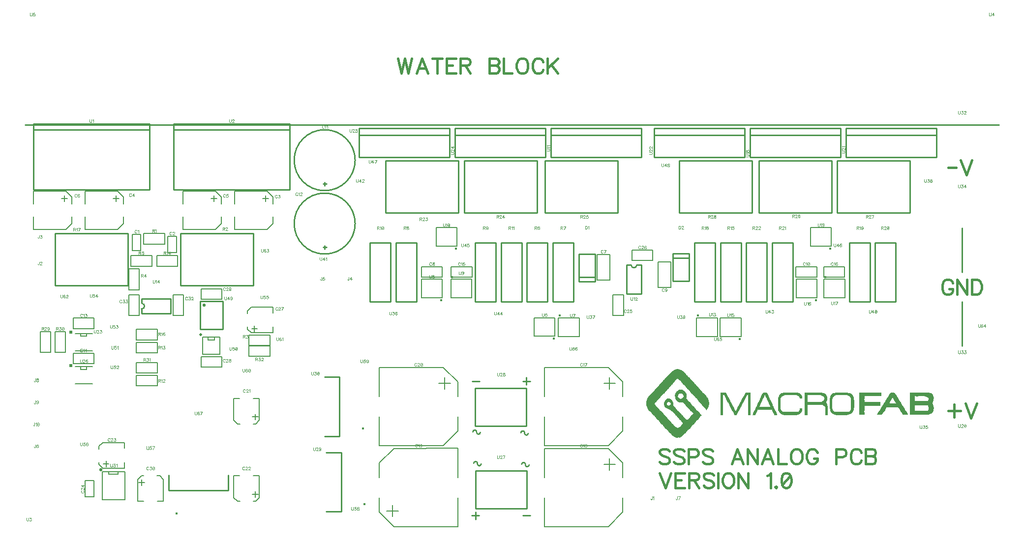
<source format=gto>
G04 DipTrace 2.4.0.2*
%INSSPS.GTO*%
%MOIN*%
%ADD10C,0.0098*%
%ADD12C,0.003*%
%ADD21C,0.0157*%
%ADD26C,0.01*%
%ADD28C,0.005*%
%ADD51C,0.024*%
%ADD54C,0.0154*%
%ADD57C,0.0216*%
%ADD60C,0.023*%
%ADD62C,0.0197*%
%FSLAX44Y44*%
G04*
G70*
G90*
G75*
G01*
%LNTopSilk*%
%LPD*%
X7270Y18950D2*
D28*
X7845D1*
Y20051D1*
X7270D1*
Y18950D1*
X9679Y18825D2*
X10255D1*
Y19926D1*
X9679D1*
Y18825D1*
X14201Y22987D2*
X16405D1*
X14201Y20388D2*
X16405D1*
X14201Y21255D2*
Y20389D1*
Y22121D2*
Y22987D1*
X16405D2*
X16799Y22593D1*
X16405Y20389D2*
X16799Y20783D1*
Y21255D1*
Y22593D2*
Y22121D1*
X16090Y22475D2*
X16484D1*
X16288Y22279D2*
Y22672D1*
X4076Y22987D2*
X6280D1*
X4076Y20388D2*
X6280D1*
X4076Y21255D2*
Y20389D1*
Y22121D2*
Y22987D1*
X6280D2*
X6674Y22593D1*
X6280Y20389D2*
X6674Y20783D1*
Y21255D1*
Y22593D2*
Y22121D1*
X5965Y22475D2*
X6359D1*
X6163Y22279D2*
Y22672D1*
X10701Y22987D2*
X12905D1*
X10701Y20388D2*
X12905D1*
X10701Y21255D2*
Y20389D1*
Y22121D2*
Y22987D1*
X12905D2*
X13299Y22593D1*
X12905Y20389D2*
X13299Y20783D1*
Y21255D1*
Y22593D2*
Y22121D1*
X12590Y22475D2*
X12984D1*
X12788Y22279D2*
Y22672D1*
X576Y22987D2*
X2780D1*
X576Y20388D2*
X2780D1*
X576Y21255D2*
Y20389D1*
Y22121D2*
Y22987D1*
X2780D2*
X3174Y22593D1*
X2780Y20389D2*
X3174Y20783D1*
Y21255D1*
Y22593D2*
Y22121D1*
X2465Y22475D2*
X2859D1*
X2663Y22279D2*
Y22672D1*
X39633Y16950D2*
X38767D1*
Y18690D1*
X39633D1*
Y16950D1*
X26860Y17146D2*
X28280D1*
Y17854D1*
X26860D1*
Y17146D1*
X42892Y18190D2*
X43758D1*
Y16450D1*
X42892D1*
Y18190D1*
X53655Y17854D2*
X52235D1*
Y17146D1*
X53655D1*
Y17854D1*
X18233Y25084D2*
D10*
G02X18233Y25084I2067J0D01*
G01*
X20418Y23475D2*
X20182D1*
X20300Y23357D2*
Y23593D1*
X18233Y20784D2*
G02X18233Y20784I2067J0D01*
G01*
X20418Y19175D2*
X20182D1*
X20300Y19057D2*
Y19293D1*
X3253Y13660D2*
D28*
X4673D1*
Y14369D1*
X3253D1*
Y13660D1*
Y11285D2*
X4673D1*
Y11994D1*
X3253D1*
Y11285D1*
X30285Y17849D2*
X28865D1*
Y17141D1*
X30285D1*
Y17849D1*
X54120Y17146D2*
X55540D1*
Y17854D1*
X54120D1*
Y17146D1*
X35183Y11032D2*
X39514D1*
X35183Y5715D2*
X39514Y5718D1*
X35183Y7686D2*
Y5718D1*
Y9064D2*
Y11032D1*
X39514D2*
X40498Y10048D1*
X39514Y5718D2*
X40498Y6702D1*
Y7686D1*
Y10048D2*
Y9064D1*
X39219Y9950D2*
X40006D1*
X39612Y10343D2*
Y9556D1*
X35183Y5532D2*
X39514D1*
X35183Y215D2*
X39514Y218D1*
X35183Y2186D2*
Y218D1*
Y3564D2*
Y5532D1*
X39514D2*
X40498Y4548D1*
X39514Y218D2*
X40498Y1202D1*
Y2186D1*
Y4548D2*
Y3564D1*
X39219Y4450D2*
X40006D1*
X39612Y4843D2*
Y4056D1*
X29317Y218D2*
X24986D1*
X29317Y5535D2*
X24986Y5532D1*
X29317Y3564D2*
Y5532D1*
Y2186D2*
Y218D1*
X24986D2*
X24002Y1202D1*
X24986Y5532D2*
X24002Y4548D1*
Y3564D1*
Y1202D2*
Y2186D1*
X25281Y1300D2*
X24494D1*
X24888Y907D2*
Y1694D1*
X24002Y11032D2*
X28333D1*
X24002Y5715D2*
X28333Y5718D1*
X24002Y7686D2*
Y5718D1*
Y9064D2*
Y11032D1*
X28333D2*
X29317Y10048D1*
X28333Y5718D2*
X29317Y6702D1*
Y7686D1*
Y10048D2*
Y9064D1*
X28038Y9950D2*
X28825D1*
X28431Y10343D2*
Y9556D1*
X15870Y8930D2*
Y7448D1*
X14134Y8934D2*
Y7444D1*
X15470Y8930D2*
X15870D1*
X14528Y8934D2*
X14134D1*
Y7448D2*
X14384Y7198D1*
X15866Y7448D2*
X15616Y7198D1*
X14384D2*
X14567D1*
X15616D2*
X15472D1*
X15590Y7867D2*
Y7473D1*
X15787Y7670D2*
X15394D1*
X15870Y3680D2*
Y2198D1*
X14134Y3684D2*
Y2194D1*
X15470Y3680D2*
X15870D1*
X14528Y3684D2*
X14134D1*
Y2198D2*
X14384Y1948D1*
X15866Y2198D2*
X15616Y1948D1*
X14384D2*
X14567D1*
X15616D2*
X15472D1*
X15590Y2617D2*
Y2223D1*
X15787Y2420D2*
X15394D1*
X6741Y4194D2*
X5259D1*
X6745Y5930D2*
X5255D1*
X6741Y4594D2*
Y4194D1*
X6745Y5536D2*
Y5930D1*
X5259D2*
X5009Y5680D1*
X5259Y4198D2*
X5009Y4448D1*
Y5680D2*
Y5497D1*
Y4448D2*
Y4592D1*
X5678Y4473D2*
X5284D1*
X5481Y4277D2*
Y4670D1*
X4651Y3345D2*
X4075D1*
Y2244D1*
X4651D1*
Y3345D1*
X39846Y15955D2*
X40554D1*
Y14535D1*
X39846D1*
Y15955D1*
X42540Y18979D2*
X41120D1*
Y18271D1*
X42540D1*
Y18979D1*
X16805Y13380D2*
X15323D1*
X16809Y15116D2*
X15319D1*
X16805Y13780D2*
Y13380D1*
X16809Y14722D2*
Y15116D1*
X15323D2*
X15073Y14866D1*
X15323Y13384D2*
X15073Y13634D1*
Y14866D2*
Y14683D1*
Y13634D2*
Y13778D1*
X15742Y13660D2*
X15348D1*
X15545Y13463D2*
Y13856D1*
X13335Y11749D2*
X11915D1*
Y11041D1*
X13335D1*
Y11749D1*
X13340Y16354D2*
X11920D1*
Y15646D1*
X13340D1*
Y16354D1*
X7630Y1948D2*
Y3430D1*
X9366Y1944D2*
Y3434D1*
X8030Y1948D2*
X7630D1*
X8972Y1944D2*
X9366D1*
Y3430D2*
X9116Y3680D1*
X7634Y3430D2*
X7884Y3680D1*
X9116D2*
X8933D1*
X7884D2*
X8028D1*
X7910Y3011D2*
Y3405D1*
X7713Y3208D2*
X8106D1*
X10724Y14540D2*
X10016D1*
Y15960D1*
X10724D1*
Y14540D1*
X7016Y15960D2*
X7724D1*
Y14540D1*
X7016D1*
Y15960D1*
X38626Y16854D2*
D10*
X37524D1*
Y16874D2*
Y18726D1*
X38626Y17153D2*
X37524D1*
X38626Y18726D2*
X37524D1*
X38626Y16874D2*
Y18726D1*
X43899Y18746D2*
X45001D1*
Y18726D2*
Y16874D1*
X43899Y18448D2*
X45001D1*
X43899Y16874D2*
X45001D1*
X43899Y18726D2*
Y16874D1*
X8041Y19396D2*
D28*
X9460D1*
Y20104D1*
X8041D1*
Y19396D1*
X15461Y20127D2*
D10*
X10539D1*
Y16583D1*
X15461D1*
Y20127D1*
X16586Y13229D2*
D28*
X15167D1*
Y12521D1*
X16586D1*
Y13229D1*
X7022Y17710D2*
X7730D1*
Y16291D1*
X7022D1*
Y17710D1*
X7164Y17896D2*
X8583D1*
Y18604D1*
X7164D1*
Y17896D1*
X34000Y15500D2*
D10*
X35400D1*
Y19500D1*
X34000D1*
Y15500D1*
X35750D2*
X37150D1*
Y19500D1*
X35750D1*
Y15500D1*
X26525Y19500D2*
X25125D1*
Y15500D1*
X26525D1*
Y19500D1*
X31900D2*
X30500D1*
Y15500D1*
X31900D1*
Y19500D1*
X23375Y15500D2*
X24775D1*
Y19500D1*
X23375D1*
Y15500D1*
X32250D2*
X33650D1*
Y19500D1*
X32250D1*
Y15500D1*
X7540Y9770D2*
D28*
X8959D1*
Y10478D1*
X7540D1*
Y9770D1*
Y12020D2*
X8959D1*
Y12728D1*
X7540D1*
Y12020D1*
X10335Y18604D2*
X8916D1*
Y17896D1*
X10335D1*
Y18604D1*
X47125Y15500D2*
D10*
X48525D1*
Y19500D1*
X47125D1*
Y15500D1*
X8959Y13604D2*
D28*
X7540D1*
Y12896D1*
X8959D1*
Y13604D1*
X2039Y16583D2*
D10*
X6961D1*
Y20127D1*
X2039D1*
Y16583D1*
X46775Y19500D2*
X45375D1*
Y15500D1*
X46775D1*
Y19500D1*
X55875Y15500D2*
X57275D1*
Y19500D1*
X55875D1*
Y15500D1*
X57581D2*
X58981D1*
Y19500D1*
X57581D1*
Y15500D1*
X52025Y19500D2*
X50625D1*
Y15500D1*
X52025D1*
Y19500D1*
X48875Y15500D2*
X50275D1*
Y19500D1*
X48875D1*
Y15500D1*
X29361Y25052D2*
X24439D1*
Y21508D1*
X29361D1*
Y25052D1*
X34681D2*
X29759D1*
Y21508D1*
X34681D1*
Y25052D1*
X40161D2*
X35239D1*
Y21508D1*
X40161D1*
Y25052D1*
X49739Y21508D2*
X54661D1*
Y25052D1*
X49739D1*
Y21508D1*
X55039D2*
X59961D1*
Y25052D1*
X55039D1*
Y21508D1*
X44339D2*
X49261D1*
Y25052D1*
X44339D1*
Y21508D1*
X1729Y12039D2*
D28*
X1021D1*
Y13458D1*
X1729D1*
Y12039D1*
X2729D2*
X2021D1*
Y13458D1*
X2729D1*
Y12039D1*
X7541Y10646D2*
X8960D1*
Y11354D1*
X7541D1*
Y10646D1*
X15166Y11771D2*
X16585D1*
Y12479D1*
X15166D1*
Y11771D1*
X560Y27550D2*
D10*
X8440D1*
Y23100D1*
X560D1*
Y27550D1*
X562Y27162D2*
X8438D1*
X10060Y27550D2*
X17940D1*
Y23100D1*
X10060D1*
Y27550D1*
X10062Y27162D2*
X17938D1*
X35908Y13139D2*
D28*
X34490D1*
Y14399D1*
X35908D1*
Y13139D1*
D21*
X35829Y12981D3*
X36135Y14381D2*
D28*
X37552D1*
Y13121D1*
X36135D1*
Y14381D1*
D21*
X36214Y14538D3*
X28265Y15744D2*
D28*
X26848D1*
Y17004D1*
X28265D1*
Y15744D1*
D21*
X28186Y15587D3*
X28848Y17004D2*
D28*
X30265D1*
Y15744D1*
X28848D1*
Y17004D1*
D21*
X28926Y17161D3*
X29265Y19244D2*
D28*
X27848D1*
Y20504D1*
X29265D1*
Y19244D1*
D21*
X29186Y19087D3*
X35627Y27248D2*
D10*
X41769D1*
Y25280D1*
X35627D1*
Y27248D1*
Y26776D2*
X41769D1*
X40751Y17984D2*
Y16016D1*
X41775Y17984D2*
Y16016D1*
X40751D2*
X41775D1*
X41066Y17984D2*
X40751D1*
X41460D2*
X41775D1*
X41066D2*
G03X41460Y17984I197J0D01*
G01*
X45510Y14381D2*
D28*
X46927D1*
Y13121D1*
X45510D1*
Y14381D1*
D21*
X45589Y14538D3*
X7891Y14676D2*
D10*
X9859D1*
X7891Y15700D2*
X9859D1*
Y14676D2*
Y15700D1*
X7891Y14991D2*
Y14676D1*
Y15385D2*
Y15700D1*
Y14991D2*
G03X7891Y15385I0J197D01*
G01*
X48515Y13119D2*
D28*
X47098D1*
Y14379D1*
X48515D1*
Y13119D1*
D21*
X48436Y12962D3*
X53677Y15746D2*
D28*
X52260D1*
Y17006D1*
X53677D1*
Y15746D1*
D21*
X53599Y15589D3*
X54135Y17006D2*
D28*
X55552D1*
Y15746D1*
X54135D1*
Y17006D1*
D21*
X54214Y17163D3*
X49127Y27248D2*
D10*
X55269D1*
Y25280D1*
X49127D1*
Y27248D1*
Y26776D2*
X55269D1*
X54640Y19244D2*
D28*
X53223D1*
Y20504D1*
X54640D1*
Y19244D1*
D21*
X54561Y19087D3*
X55627Y27248D2*
D10*
X61769D1*
Y25280D1*
X55627D1*
Y27248D1*
Y26776D2*
X61769D1*
X42627Y27248D2*
X48769D1*
Y25280D1*
X42627D1*
Y27248D1*
Y26776D2*
X48769D1*
X3381Y13332D2*
D28*
X4562D1*
X3381Y12151D2*
X4562D1*
D51*
X3111Y13401D3*
X3775Y13332D2*
D28*
X4168D1*
Y13135D1*
X3775D1*
Y13332D1*
X29127Y27248D2*
D10*
X35269D1*
Y25280D1*
X29127D1*
Y27248D1*
Y26776D2*
X35269D1*
X22627Y27248D2*
X28769D1*
Y25280D1*
X22627D1*
Y27248D1*
Y26776D2*
X28769D1*
X3381Y11082D2*
D28*
X4562D1*
X3381Y9901D2*
X4562D1*
D51*
X3111Y11151D3*
X3775Y11082D2*
D28*
X4168D1*
Y10885D1*
X3775D1*
Y11082D1*
X34012Y4004D2*
D10*
X30547D1*
Y1445D1*
X34012D1*
Y4004D1*
X30780Y975D2*
X30280D1*
X30530Y725D2*
Y1225D1*
X34217Y975D2*
X33717D1*
X30904Y4474D2*
G02X30654Y4474I-125J0D01*
G01*
X30404Y4516D2*
G02X30654Y4516I125J0D01*
G01*
X34154Y4412D2*
G02X33904Y4412I-125J0D01*
G01*
X33654Y4454D2*
G02X33904Y4454I125J0D01*
G01*
X30492Y7066D2*
X33957D1*
Y9625D1*
X30492D1*
Y7066D1*
X33724Y10095D2*
X34224D1*
X33974Y10345D2*
Y9845D1*
X30287Y10095D2*
X30787D1*
X33600Y6596D2*
G02X33850Y6596I125J0D01*
G01*
X34100Y6554D2*
G02X33850Y6554I-125J0D01*
G01*
X30350Y6658D2*
G02X30600Y6658I125J0D01*
G01*
X30850Y6616D2*
G02X30600Y6616I-125J0D01*
G01*
X21430Y1242D2*
Y5258D1*
Y1242D2*
X20406D1*
X21430Y5258D2*
X20406D1*
D54*
X23012Y1763D3*
X21305Y6367D2*
D10*
Y10383D1*
Y6367D2*
X20281D1*
X21305Y10383D2*
X20281D1*
D54*
X22887Y6888D3*
X5232Y3965D2*
D28*
X6768D1*
Y2035D1*
X5232D1*
Y3965D1*
X6295D2*
X5665D1*
Y3787D1*
X6295D1*
Y3965D1*
D57*
X5124Y4073D3*
X11855Y13610D2*
D10*
X13395D1*
Y15530D1*
X11855D1*
Y13610D1*
D60*
X12130Y15245D3*
X12026Y13097D2*
D28*
X13207D1*
Y11916D1*
X12026D1*
Y13097D1*
X12833D2*
X12400D1*
Y12900D1*
X12833D1*
Y13097D1*
D62*
X11907Y13254D3*
X9742Y2695D2*
D10*
X13758D1*
X9742D2*
Y3719D1*
X13758Y2695D2*
Y3719D1*
D54*
X10263Y1113D3*
X0Y27500D2*
D26*
X66000D1*
X63500Y20500D2*
Y17500D1*
Y15500D2*
Y12500D1*
X44180Y10920D2*
D12*
X44240D1*
X44080Y10890D2*
X44340D1*
X43999Y10860D2*
X44421D1*
X43937Y10830D2*
X44482D1*
X43888Y10800D2*
X44528D1*
X43848Y10770D2*
X44565D1*
X43814Y10740D2*
X44598D1*
X43785Y10710D2*
X44629D1*
X43757Y10680D2*
X44660D1*
X43729Y10650D2*
X44690D1*
X43699Y10620D2*
X44720D1*
X43670Y10590D2*
X44750D1*
X43640Y10560D2*
X44779D1*
X43610Y10530D2*
X44805D1*
X43581Y10500D2*
X44828D1*
X43555Y10470D2*
X44850D1*
X43531Y10440D2*
X44876D1*
X43505Y10410D2*
X44907D1*
X43473Y10380D2*
X44943D1*
X43438Y10350D2*
X44980D1*
X43404Y10320D2*
X45015D1*
X43372Y10290D2*
X44150D1*
X44233D2*
X45047D1*
X43342Y10260D2*
X44121D1*
X44277D2*
X45074D1*
X43315Y10230D2*
X44095D1*
X44310D2*
X45098D1*
X43292Y10200D2*
X44072D1*
X44337D2*
X45120D1*
X43270Y10170D2*
X44050D1*
X44364D2*
X45145D1*
X43245Y10140D2*
X44026D1*
X44392D2*
X45172D1*
X43218Y10110D2*
X44003D1*
X44421D2*
X45201D1*
X43189Y10080D2*
X43981D1*
X44450D2*
X45230D1*
X43160Y10050D2*
X43960D1*
X44480D2*
X45260D1*
X43130Y10020D2*
X43935D1*
X44509D2*
X45290D1*
X43100Y9990D2*
X43908D1*
X44535D2*
X45319D1*
X43071Y9960D2*
X43879D1*
X44558D2*
X45345D1*
X43045Y9930D2*
X43851D1*
X44580D2*
X45368D1*
X43022Y9900D2*
X43825D1*
X44605D2*
X45390D1*
X43000Y9870D2*
X43802D1*
X44632D2*
X45415D1*
X42975Y9840D2*
X43780D1*
X44661D2*
X45442D1*
X42948Y9810D2*
X43755D1*
X44690D2*
X45471D1*
X42919Y9780D2*
X43728D1*
X44720D2*
X45500D1*
X42890Y9750D2*
X43699D1*
X44750D2*
X45530D1*
X42860Y9720D2*
X43670D1*
X44779D2*
X45560D1*
X42830Y9690D2*
X43640D1*
X44805D2*
X45589D1*
X42801Y9660D2*
X43610D1*
X44828D2*
X45615D1*
X42775Y9630D2*
X43581D1*
X44850D2*
X45638D1*
X42752Y9600D2*
X43555D1*
X44875D2*
X45660D1*
X42730Y9570D2*
X43532D1*
X44902D2*
X45685D1*
X42705Y9540D2*
X43510D1*
X44931D2*
X45712D1*
X42678Y9510D2*
X43485D1*
X44330D2*
X44510D1*
X44960D2*
X45741D1*
X42649Y9480D2*
X43458D1*
X44275D2*
X44564D1*
X44990D2*
X45770D1*
X42620Y9450D2*
X43429D1*
X44225D2*
X44612D1*
X45020D2*
X45800D1*
X42590Y9420D2*
X43400D1*
X44181D2*
X44652D1*
X45049D2*
X45829D1*
X42560Y9390D2*
X43370D1*
X44146D2*
X44685D1*
X45075D2*
X45855D1*
X42531Y9360D2*
X43341D1*
X44117D2*
X44714D1*
X45098D2*
X45878D1*
X42505Y9330D2*
X43315D1*
X44094D2*
X44736D1*
X45120D2*
X45900D1*
X47120D2*
X47480D1*
X48830D2*
X49130D1*
X50030D2*
X50240D1*
X51410D2*
X52340D1*
X52820D2*
X53960D1*
X54920D2*
X55700D1*
X56540D2*
X58010D1*
X58670D2*
X58880D1*
X59960D2*
X61220D1*
X42482Y9300D2*
X43292D1*
X44077D2*
X44755D1*
X45145D2*
X45925D1*
X47120D2*
X47481D1*
X48815D2*
X49130D1*
X50005D2*
X50252D1*
X51325D2*
X52404D1*
X52820D2*
X54046D1*
X54833D2*
X55797D1*
X56540D2*
X58010D1*
X58645D2*
X58900D1*
X59960D2*
X61305D1*
X42459Y9270D2*
X43270D1*
X44067D2*
X44337D1*
X44499D2*
X44771D1*
X45172D2*
X45953D1*
X47120D2*
X47486D1*
X48801D2*
X49130D1*
X49982D2*
X50265D1*
X51255D2*
X52457D1*
X52820D2*
X54119D1*
X54760D2*
X55875D1*
X56540D2*
X58010D1*
X58622D2*
X58921D1*
X59960D2*
X61374D1*
X42430Y9240D2*
X43244D1*
X44058D2*
X44293D1*
X44538D2*
X44786D1*
X45202D2*
X45986D1*
X47120D2*
X47498D1*
X48786D2*
X49130D1*
X49961D2*
X50282D1*
X51203D2*
X52501D1*
X52820D2*
X54175D1*
X54701D2*
X55938D1*
X56540D2*
X58010D1*
X58601D2*
X58945D1*
X59960D2*
X61423D1*
X42396Y9210D2*
X43213D1*
X44049D2*
X44262D1*
X44567D2*
X44797D1*
X45235D2*
X46022D1*
X47120D2*
X47517D1*
X48768D2*
X49130D1*
X49940D2*
X50301D1*
X51164D2*
X52539D1*
X52820D2*
X54218D1*
X54655D2*
X55990D1*
X56540D2*
X58010D1*
X58580D2*
X58971D1*
X59960D2*
X61458D1*
X42359Y9180D2*
X43177D1*
X44041D2*
X44240D1*
X44588D2*
X44804D1*
X45272D2*
X46060D1*
X47120D2*
X47538D1*
X48750D2*
X49130D1*
X49921D2*
X50319D1*
X51133D2*
X52569D1*
X52820D2*
X54251D1*
X54618D2*
X56029D1*
X56540D2*
X58010D1*
X58561D2*
X58996D1*
X59960D2*
X61484D1*
X42325Y9150D2*
X43140D1*
X44036D2*
X44225D1*
X44605D2*
X44808D1*
X45309D2*
X46094D1*
X47120D2*
X47270D1*
X47396D2*
X47558D1*
X48734D2*
X48895D1*
X49010D2*
X49130D1*
X49904D2*
X50085D1*
X50155D2*
X50336D1*
X51110D2*
X51392D1*
X52334D2*
X52591D1*
X52820D2*
X53000D1*
X53978D2*
X54275D1*
X54602D2*
X54866D1*
X55777D2*
X56057D1*
X56540D2*
X58010D1*
X58544D2*
X59018D1*
X59960D2*
X61502D1*
X42293Y9120D2*
X43105D1*
X44037D2*
X44217D1*
X44616D2*
X44809D1*
X45340D2*
X46122D1*
X47120D2*
X47270D1*
X47407D2*
X47576D1*
X48717D2*
X48873D1*
X49010D2*
X49130D1*
X49888D2*
X50077D1*
X50163D2*
X50352D1*
X51094D2*
X51327D1*
X52382D2*
X52606D1*
X52820D2*
X53000D1*
X54042D2*
X54293D1*
X54591D2*
X54818D1*
X55838D2*
X56078D1*
X56540D2*
X58010D1*
X58527D2*
X59039D1*
X59960D2*
X61513D1*
X42266Y9090D2*
X43073D1*
X44043D2*
X44213D1*
X44622D2*
X44810D1*
X45366D2*
X46142D1*
X47120D2*
X47270D1*
X47423D2*
X47592D1*
X48699D2*
X48855D1*
X49010D2*
X49130D1*
X49874D2*
X50065D1*
X50175D2*
X50366D1*
X51082D2*
X51278D1*
X52420D2*
X52618D1*
X52820D2*
X53000D1*
X54088D2*
X54306D1*
X54580D2*
X54779D1*
X55880D2*
X56095D1*
X56540D2*
X56870D1*
X58509D2*
X59059D1*
X59960D2*
X60260D1*
X60380D2*
X60500D1*
X61015D2*
X61522D1*
X42244Y9060D2*
X43046D1*
X44050D2*
X44212D1*
X44615D2*
X44810D1*
X45389D2*
X46158D1*
X47120D2*
X47270D1*
X47440D2*
X47607D1*
X48679D2*
X48839D1*
X49010D2*
X49130D1*
X49863D2*
X50052D1*
X50188D2*
X50377D1*
X51071D2*
X51242D1*
X52450D2*
X52628D1*
X52820D2*
X53000D1*
X54120D2*
X54314D1*
X54571D2*
X54749D1*
X55907D2*
X56107D1*
X56540D2*
X56870D1*
X58489D2*
X59075D1*
X59960D2*
X60260D1*
X61110D2*
X61531D1*
X42225Y9030D2*
X43022D1*
X44055D2*
X44217D1*
X44604D2*
X44809D1*
X45415D2*
X46175D1*
X47120D2*
X47270D1*
X47455D2*
X47623D1*
X48661D2*
X48824D1*
X49010D2*
X49130D1*
X49855D2*
X50037D1*
X50203D2*
X50385D1*
X51061D2*
X51216D1*
X52474D2*
X52635D1*
X52820D2*
X53000D1*
X54141D2*
X54317D1*
X54564D2*
X54725D1*
X55925D2*
X56114D1*
X56540D2*
X56870D1*
X58470D2*
X59088D1*
X59960D2*
X60260D1*
X61179D2*
X61539D1*
X42208Y9000D2*
X43000D1*
X44058D2*
X44229D1*
X44591D2*
X44804D1*
X45442D2*
X46196D1*
X47120D2*
X47270D1*
X47467D2*
X47641D1*
X48644D2*
X48812D1*
X49010D2*
X49130D1*
X49847D2*
X50022D1*
X50218D2*
X50393D1*
X51054D2*
X51197D1*
X52482D2*
X52638D1*
X52820D2*
X53000D1*
X54155D2*
X54319D1*
X54557D2*
X54707D1*
X55938D2*
X56118D1*
X56540D2*
X56869D1*
X58450D2*
X59100D1*
X59960D2*
X60260D1*
X61204D2*
X61545D1*
X42193Y8970D2*
X42975D1*
X44060D2*
X44249D1*
X44574D2*
X44794D1*
X45471D2*
X46218D1*
X47120D2*
X47270D1*
X47475D2*
X47661D1*
X48627D2*
X48801D1*
X49010D2*
X49130D1*
X49838D2*
X50007D1*
X50233D2*
X50402D1*
X51047D2*
X51184D1*
X52487D2*
X52639D1*
X52820D2*
X53000D1*
X54163D2*
X54320D1*
X54549D2*
X54694D1*
X55949D2*
X56120D1*
X56540D2*
X56865D1*
X58430D2*
X58761D1*
X58821D2*
X59115D1*
X59960D2*
X60260D1*
X61213D2*
X61548D1*
X42178Y8940D2*
X42948D1*
X44065D2*
X44278D1*
X44553D2*
X44780D1*
X45499D2*
X46238D1*
X47120D2*
X47270D1*
X47484D2*
X47679D1*
X48609D2*
X48789D1*
X49010D2*
X49130D1*
X49825D2*
X49992D1*
X50248D2*
X50415D1*
X51039D2*
X51176D1*
X52490D2*
X52640D1*
X52820D2*
X53000D1*
X54166D2*
X54320D1*
X54540D2*
X54686D1*
X55959D2*
X56125D1*
X56540D2*
X56858D1*
X58410D2*
X58735D1*
X58826D2*
X59132D1*
X59960D2*
X60260D1*
X61217D2*
X61548D1*
X42163Y8910D2*
X42919D1*
X43520D2*
X43640D1*
X44073D2*
X44325D1*
X44494D2*
X44805D1*
X45525D2*
X46254D1*
X47120D2*
X47270D1*
X47496D2*
X47696D1*
X48589D2*
X48776D1*
X49010D2*
X49130D1*
X49812D2*
X49977D1*
X50263D2*
X50428D1*
X51030D2*
X51173D1*
X52820D2*
X53000D1*
X54164D2*
X54320D1*
X54535D2*
X54683D1*
X55965D2*
X56132D1*
X56540D2*
X56850D1*
X58390D2*
X58712D1*
X58837D2*
X59151D1*
X59960D2*
X60260D1*
X61219D2*
X61545D1*
X42148Y8880D2*
X42890D1*
X43480D2*
X43703D1*
X44086D2*
X44395D1*
X44406D2*
X44828D1*
X45548D2*
X46268D1*
X47120D2*
X47270D1*
X47513D2*
X47712D1*
X48571D2*
X48762D1*
X49010D2*
X49130D1*
X49797D2*
X49963D1*
X50277D2*
X50444D1*
X51025D2*
X51171D1*
X52820D2*
X53000D1*
X54156D2*
X54320D1*
X54532D2*
X54680D1*
X55968D2*
X56140D1*
X56540D2*
X56846D1*
X58370D2*
X58691D1*
X58853D2*
X59170D1*
X59960D2*
X60260D1*
X61218D2*
X61538D1*
X42134Y8850D2*
X42860D1*
X43441D2*
X43752D1*
X44104D2*
X44850D1*
X45570D2*
X46279D1*
X47120D2*
X47270D1*
X47530D2*
X47726D1*
X48555D2*
X48746D1*
X49010D2*
X49130D1*
X49782D2*
X49947D1*
X50293D2*
X50462D1*
X51022D2*
X51170D1*
X52820D2*
X53000D1*
X54144D2*
X54319D1*
X54531D2*
X54675D1*
X55969D2*
X56145D1*
X56540D2*
X56847D1*
X58350D2*
X58670D1*
X58871D2*
X59190D1*
X59960D2*
X60260D1*
X61214D2*
X61530D1*
X42123Y8820D2*
X42830D1*
X43406D2*
X43788D1*
X44128D2*
X44875D1*
X45594D2*
X46290D1*
X47120D2*
X47270D1*
X47546D2*
X47738D1*
X48542D2*
X48728D1*
X49010D2*
X49130D1*
X49767D2*
X49933D1*
X50307D2*
X50481D1*
X51021D2*
X51170D1*
X52820D2*
X53000D1*
X54125D2*
X54315D1*
X54530D2*
X54668D1*
X55970D2*
X56148D1*
X56540D2*
X56853D1*
X58330D2*
X58650D1*
X58890D2*
X59210D1*
X59960D2*
X60260D1*
X61202D2*
X61524D1*
X42116Y8790D2*
X42801D1*
X43377D2*
X43815D1*
X44159D2*
X44902D1*
X45617D2*
X46299D1*
X47120D2*
X47270D1*
X47562D2*
X47749D1*
X48531D2*
X48709D1*
X49010D2*
X49130D1*
X49752D2*
X49917D1*
X50323D2*
X50499D1*
X51020D2*
X51170D1*
X52820D2*
X53000D1*
X54097D2*
X54307D1*
X54530D2*
X54660D1*
X55970D2*
X56149D1*
X56540D2*
X56860D1*
X58311D2*
X58630D1*
X58910D2*
X59230D1*
X59960D2*
X60260D1*
X61182D2*
X61517D1*
X42111Y8760D2*
X42775D1*
X43354D2*
X43837D1*
X44202D2*
X44931D1*
X45639D2*
X46305D1*
X47120D2*
X47270D1*
X47577D2*
X47761D1*
X48519D2*
X48691D1*
X49010D2*
X49130D1*
X49737D2*
X49903D1*
X50337D2*
X50516D1*
X51020D2*
X51170D1*
X52820D2*
X53000D1*
X54059D2*
X54294D1*
X54530D2*
X54655D1*
X55970D2*
X56150D1*
X56540D2*
X56865D1*
X58295D2*
X58610D1*
X58930D2*
X59251D1*
X59960D2*
X61507D1*
X42106Y8730D2*
X42752D1*
X43336D2*
X43854D1*
X44260D2*
X44960D1*
X45660D2*
X46309D1*
X47120D2*
X47270D1*
X47593D2*
X47774D1*
X48506D2*
X48674D1*
X49010D2*
X49130D1*
X49723D2*
X49888D1*
X50352D2*
X50532D1*
X51020D2*
X51170D1*
X52820D2*
X53000D1*
X54012D2*
X54278D1*
X54530D2*
X54652D1*
X55970D2*
X56150D1*
X56540D2*
X56868D1*
X58281D2*
X58591D1*
X58950D2*
X59274D1*
X59960D2*
X61495D1*
X42098Y8700D2*
X42730D1*
X43324D2*
X43525D1*
X43669D2*
X43867D1*
X44336D2*
X44990D1*
X45685D2*
X46314D1*
X47120D2*
X47270D1*
X47611D2*
X47788D1*
X48492D2*
X48658D1*
X49010D2*
X49130D1*
X49707D2*
X49874D1*
X50366D2*
X50547D1*
X51020D2*
X51170D1*
X52820D2*
X54261D1*
X54530D2*
X54651D1*
X55970D2*
X56150D1*
X56540D2*
X57920D1*
X58266D2*
X58575D1*
X58970D2*
X59296D1*
X59960D2*
X61483D1*
X42090Y8670D2*
X42705D1*
X43316D2*
X43503D1*
X43695D2*
X43875D1*
X44420D2*
D3*
X44570D2*
X45020D1*
X45712D2*
X46322D1*
X47120D2*
X47270D1*
X47631D2*
X47804D1*
X48476D2*
X48643D1*
X49010D2*
X49130D1*
X49693D2*
X49861D1*
X50378D2*
X50562D1*
X51020D2*
X51170D1*
X52820D2*
X54245D1*
X54530D2*
X54650D1*
X55970D2*
X56150D1*
X56540D2*
X57920D1*
X58248D2*
X58563D1*
X58990D2*
X59314D1*
X59960D2*
X61472D1*
X42085Y8640D2*
X42679D1*
X43313D2*
X43486D1*
X43717D2*
X43882D1*
X44600D2*
X45049D1*
X45741D2*
X46329D1*
X47120D2*
X47270D1*
X47649D2*
X47822D1*
X48458D2*
X48627D1*
X49010D2*
X49130D1*
X49677D2*
X49851D1*
X50385D2*
X50577D1*
X51020D2*
X51170D1*
X52820D2*
X54263D1*
X54530D2*
X54650D1*
X55970D2*
X56150D1*
X56540D2*
X57920D1*
X58229D2*
X58556D1*
X59011D2*
X59327D1*
X59960D2*
X61467D1*
X42083Y8610D2*
X42657D1*
X43311D2*
X43474D1*
X43734D2*
X43891D1*
X44630D2*
X45075D1*
X45770D2*
X46330D1*
X47120D2*
X47270D1*
X47666D2*
X47841D1*
X48439D2*
X48609D1*
X49010D2*
X49130D1*
X49663D2*
X49839D1*
X50394D2*
X50592D1*
X51020D2*
X51170D1*
X52820D2*
X54284D1*
X54530D2*
X54650D1*
X55970D2*
X56150D1*
X56540D2*
X57920D1*
X58210D2*
X58552D1*
X59035D2*
X59340D1*
X59960D2*
X61466D1*
X42086Y8580D2*
X42640D1*
X43310D2*
X43466D1*
X43748D2*
X43898D1*
X44660D2*
X45098D1*
X45800D2*
X46326D1*
X47120D2*
X47270D1*
X47683D2*
X47859D1*
X48421D2*
X48589D1*
X49010D2*
X49130D1*
X49647D2*
X49826D1*
X50406D2*
X50606D1*
X51020D2*
X51170D1*
X52820D2*
X54302D1*
X54530D2*
X54650D1*
X55970D2*
X56150D1*
X56540D2*
X57920D1*
X58190D2*
X59355D1*
X59960D2*
X61477D1*
X42092Y8550D2*
X42642D1*
X43310D2*
X43464D1*
X43751D2*
X43900D1*
X44690D2*
X45120D1*
X45829D2*
X46319D1*
X47120D2*
X47270D1*
X47701D2*
X47876D1*
X48404D2*
X48571D1*
X49010D2*
X49130D1*
X49633D2*
X49812D1*
X50423D2*
X50618D1*
X51020D2*
X51170D1*
X52820D2*
X54316D1*
X54530D2*
X54650D1*
X55970D2*
X56150D1*
X56540D2*
X57920D1*
X58170D2*
X59372D1*
X59960D2*
X61492D1*
X42100Y8520D2*
X42660D1*
X43310D2*
X43465D1*
X43743D2*
X43897D1*
X44720D2*
X45145D1*
X45855D2*
X46315D1*
X47120D2*
X47270D1*
X47719D2*
X47892D1*
X48387D2*
X48555D1*
X49010D2*
X49130D1*
X49618D2*
X49797D1*
X50440D2*
X50625D1*
X51020D2*
X51170D1*
X52820D2*
X54329D1*
X54530D2*
X54650D1*
X55970D2*
X56150D1*
X56540D2*
X57920D1*
X58150D2*
X59391D1*
X59960D2*
X61505D1*
X42105Y8490D2*
X42683D1*
X43311D2*
X43478D1*
X43717D2*
X43893D1*
X44750D2*
X45172D1*
X45878D2*
X46312D1*
X47120D2*
X47270D1*
X47734D2*
X47907D1*
X48369D2*
X48542D1*
X49010D2*
X49130D1*
X49604D2*
X49782D1*
X50456D2*
X50633D1*
X51020D2*
X51170D1*
X52820D2*
X53000D1*
X54074D2*
X54339D1*
X54530D2*
X54650D1*
X55970D2*
X56150D1*
X56540D2*
X57920D1*
X58130D2*
X59410D1*
X59960D2*
X61513D1*
X42109Y8460D2*
X42707D1*
X43315D2*
X43520D1*
X43673D2*
X43899D1*
X44779D2*
X45201D1*
X45900D2*
X46310D1*
X47120D2*
X47270D1*
X47744D2*
X47923D1*
X48349D2*
X48531D1*
X49010D2*
X49130D1*
X49591D2*
X49768D1*
X50472D2*
X50642D1*
X51020D2*
X51170D1*
X52820D2*
X53000D1*
X54120D2*
X54346D1*
X54530D2*
X54650D1*
X55970D2*
X56150D1*
X56540D2*
X57920D1*
X58110D2*
X59430D1*
X59960D2*
X60260D1*
X61184D2*
X61518D1*
X42114Y8430D2*
X42728D1*
X43323D2*
X43587D1*
X43604D2*
X43919D1*
X44805D2*
X45230D1*
X45925D2*
X46305D1*
X47120D2*
X47270D1*
X47752D2*
X47941D1*
X48331D2*
X48519D1*
X49010D2*
X49130D1*
X49581D2*
X49754D1*
X50486D2*
X50655D1*
X51020D2*
X51170D1*
X52820D2*
X53000D1*
X54157D2*
X54353D1*
X54530D2*
X54651D1*
X55970D2*
X56150D1*
X56540D2*
X56870D1*
X58090D2*
X59450D1*
X59960D2*
X60260D1*
X61202D2*
X61524D1*
X42123Y8400D2*
X42750D1*
X43336D2*
X43944D1*
X44828D2*
X45260D1*
X45952D2*
X46297D1*
X47120D2*
X47270D1*
X47762D2*
X47961D1*
X48314D2*
X48506D1*
X49010D2*
X49130D1*
X49569D2*
X49743D1*
X50497D2*
X50668D1*
X51020D2*
X51170D1*
X52820D2*
X53000D1*
X54183D2*
X54361D1*
X54530D2*
X54655D1*
X55970D2*
X56150D1*
X56540D2*
X56870D1*
X58070D2*
X59470D1*
X59960D2*
X60260D1*
X61212D2*
X61532D1*
X42135Y8370D2*
X42775D1*
X43354D2*
X43971D1*
X44850D2*
X45290D1*
X45981D2*
X46285D1*
X47120D2*
X47270D1*
X47776D2*
X47979D1*
X48298D2*
X48492D1*
X49010D2*
X49130D1*
X49556D2*
X49735D1*
X50505D2*
X50683D1*
X51020D2*
X51170D1*
X52820D2*
X53000D1*
X54203D2*
X54370D1*
X54530D2*
X54662D1*
X55970D2*
X56150D1*
X56540D2*
X56870D1*
X58051D2*
X59490D1*
X59960D2*
X60260D1*
X61217D2*
X61540D1*
X42148Y8340D2*
X42802D1*
X43378D2*
X43999D1*
X44875D2*
X45319D1*
X46010D2*
X46271D1*
X47120D2*
X47270D1*
X47792D2*
X47995D1*
X48284D2*
X48476D1*
X49010D2*
X49130D1*
X49542D2*
X50698D1*
X51020D2*
X51170D1*
X52820D2*
X53000D1*
X54216D2*
X54375D1*
X54530D2*
X54670D1*
X55970D2*
X56150D1*
X56540D2*
X56870D1*
X58035D2*
X59510D1*
X59960D2*
X60260D1*
X61219D2*
X61545D1*
X42163Y8310D2*
X42831D1*
X43415D2*
X44025D1*
X44902D2*
X45345D1*
X46040D2*
X46256D1*
X47120D2*
X47270D1*
X47811D2*
X48007D1*
X48272D2*
X48458D1*
X49010D2*
X49130D1*
X49527D2*
X50713D1*
X51020D2*
X51170D1*
X52820D2*
X53000D1*
X54224D2*
X54378D1*
X54531D2*
X54675D1*
X55970D2*
X56149D1*
X56540D2*
X56870D1*
X58022D2*
X58345D1*
X59179D2*
X59530D1*
X59960D2*
X60260D1*
X61220D2*
X61548D1*
X42177Y8280D2*
X42860D1*
X43473D2*
X44048D1*
X44931D2*
X45368D1*
X46070D2*
X46238D1*
X47120D2*
X47270D1*
X47829D2*
X48015D1*
X48261D2*
X48439D1*
X49010D2*
X49130D1*
X49512D2*
X50728D1*
X51020D2*
X51170D1*
X52820D2*
X53000D1*
X54227D2*
X54379D1*
X54535D2*
X54678D1*
X55969D2*
X56145D1*
X56540D2*
X56870D1*
X58010D2*
X58323D1*
X59205D2*
X59550D1*
X59960D2*
X60260D1*
X61220D2*
X61549D1*
X42189Y8250D2*
X42890D1*
X43553D2*
X44070D1*
X44960D2*
X45390D1*
X46099D2*
X46219D1*
X47120D2*
X47270D1*
X47846D2*
X48024D1*
X48249D2*
X48421D1*
X49010D2*
X49130D1*
X49497D2*
X50743D1*
X51021D2*
X51171D1*
X52490D2*
X52640D1*
X52820D2*
X53000D1*
X54229D2*
X54380D1*
X54542D2*
X54680D1*
X55965D2*
X56138D1*
X56540D2*
X56870D1*
X57995D2*
X58306D1*
X59228D2*
X59569D1*
X59960D2*
X60260D1*
X61220D2*
X61549D1*
X42200Y8220D2*
X42920D1*
X43634D2*
X44095D1*
X44990D2*
X45415D1*
X46124D2*
X46200D1*
X47120D2*
X47270D1*
X47862D2*
X48036D1*
X48236D2*
X48404D1*
X49010D2*
X49130D1*
X49483D2*
X50757D1*
X51025D2*
X51175D1*
X52490D2*
X52640D1*
X52820D2*
X53000D1*
X54230D2*
X54380D1*
X54550D2*
X54685D1*
X55958D2*
X56130D1*
X56540D2*
X56869D1*
X57978D2*
X58292D1*
X59249D2*
X59585D1*
X59960D2*
X60260D1*
X61219D2*
X61545D1*
X42216Y8190D2*
X42949D1*
X43697D2*
X44122D1*
X45020D2*
X45442D1*
X46144D2*
X46180D1*
X47120D2*
X47270D1*
X47877D2*
X48053D1*
X48222D2*
X48388D1*
X49010D2*
X49130D1*
X49467D2*
X50773D1*
X51032D2*
X51183D1*
X52489D2*
X52640D1*
X52820D2*
X53000D1*
X54230D2*
X54380D1*
X54555D2*
X54693D1*
X55949D2*
X56124D1*
X56540D2*
X56865D1*
X57959D2*
X58280D1*
X59270D2*
X59598D1*
X59960D2*
X60260D1*
X61214D2*
X61538D1*
X42237Y8160D2*
X42975D1*
X43741D2*
X44151D1*
X45049D2*
X45471D1*
X46160D2*
D3*
X47120D2*
X47270D1*
X47893D2*
X48072D1*
X48205D2*
X48373D1*
X49010D2*
X49130D1*
X49453D2*
X49605D1*
X50630D2*
X50787D1*
X51040D2*
X51196D1*
X52485D2*
X52639D1*
X52820D2*
X53000D1*
X54230D2*
X54380D1*
X54559D2*
X54706D1*
X55940D2*
X56117D1*
X56540D2*
X56858D1*
X57940D2*
X58265D1*
X59289D2*
X59610D1*
X59960D2*
X60260D1*
X61202D2*
X61530D1*
X42263Y8130D2*
X42998D1*
X43772D2*
X44180D1*
X45075D2*
X45500D1*
X47120D2*
X47270D1*
X47911D2*
X48097D1*
X48182D2*
X48357D1*
X49010D2*
X49130D1*
X49437D2*
X49598D1*
X50631D2*
X50803D1*
X51046D2*
X51214D1*
X52477D2*
X52635D1*
X52820D2*
X53000D1*
X54230D2*
X54380D1*
X54564D2*
X54724D1*
X55929D2*
X56109D1*
X56540D2*
X56850D1*
X57920D2*
X58248D1*
X59305D2*
X59625D1*
X59960D2*
X60260D1*
X61182D2*
X61525D1*
X42291Y8100D2*
X43021D1*
X43798D2*
X44211D1*
X45098D2*
X45531D1*
X47120D2*
X47270D1*
X47931D2*
X48131D1*
X48149D2*
X48339D1*
X49010D2*
X49130D1*
X49422D2*
X49589D1*
X50635D2*
X50819D1*
X51054D2*
X51236D1*
X52464D2*
X52628D1*
X52820D2*
X53000D1*
X54230D2*
X54380D1*
X54572D2*
X54746D1*
X55915D2*
X56099D1*
X56540D2*
X56845D1*
X57899D2*
X58229D1*
X59318D2*
X59643D1*
X59960D2*
X61521D1*
X42322Y8070D2*
X43050D1*
X43825D2*
X44244D1*
X45121D2*
X45564D1*
X47120D2*
X47270D1*
X47950D2*
X48319D1*
X49010D2*
X49130D1*
X49406D2*
X49579D1*
X50643D2*
X50837D1*
X51068D2*
X51263D1*
X52447D2*
X52618D1*
X52820D2*
X53000D1*
X54230D2*
X54380D1*
X54581D2*
X54773D1*
X55897D2*
X56089D1*
X56540D2*
X56842D1*
X57875D2*
X58209D1*
X59330D2*
X59666D1*
X59960D2*
X61515D1*
X42355Y8040D2*
X43084D1*
X43857D2*
X44277D1*
X45150D2*
X45597D1*
X47120D2*
X47270D1*
X47970D2*
X48301D1*
X49010D2*
X49130D1*
X49389D2*
X49565D1*
X50656D2*
X50858D1*
X51088D2*
X51291D1*
X52424D2*
X52605D1*
X52820D2*
X53000D1*
X54230D2*
X54380D1*
X54591D2*
X54801D1*
X55875D2*
X56074D1*
X56540D2*
X56842D1*
X57848D2*
X58185D1*
X59346D2*
X59691D1*
X59960D2*
X61502D1*
X42391Y8010D2*
X43121D1*
X43893D2*
X44308D1*
X45184D2*
X45628D1*
X47120D2*
X47270D1*
X47989D2*
X48284D1*
X49010D2*
X49130D1*
X49370D2*
X49548D1*
X50672D2*
X50877D1*
X51112D2*
X52585D1*
X52820D2*
X53000D1*
X54230D2*
X54380D1*
X54608D2*
X56051D1*
X56540D2*
X56845D1*
X57821D2*
X58159D1*
X59367D2*
X59716D1*
X59960D2*
X61482D1*
X42425Y7980D2*
X43155D1*
X43930D2*
X44335D1*
X45221D2*
X45655D1*
X47120D2*
X47270D1*
X48005D2*
X48268D1*
X49010D2*
X49130D1*
X49356D2*
X49530D1*
X50691D2*
X50890D1*
X51138D2*
X52561D1*
X52820D2*
X53000D1*
X54230D2*
X54380D1*
X54633D2*
X56022D1*
X56540D2*
X56852D1*
X57800D2*
X58134D1*
X59392D2*
X59738D1*
X59960D2*
X61454D1*
X42453Y7950D2*
X43188D1*
X43965D2*
X44363D1*
X45256D2*
X45683D1*
X47120D2*
X47270D1*
X48018D2*
X48253D1*
X49010D2*
X49130D1*
X49346D2*
X49514D1*
X50710D2*
X50900D1*
X51165D2*
X52533D1*
X52820D2*
X53000D1*
X54230D2*
X54380D1*
X54668D2*
X55985D1*
X56540D2*
X56860D1*
X57784D2*
X58112D1*
X59416D2*
X59759D1*
X59960D2*
X61415D1*
X42478Y7920D2*
X43218D1*
X43997D2*
X44391D1*
X45290D2*
X45711D1*
X47120D2*
X47270D1*
X48030D2*
X48238D1*
X49010D2*
X49130D1*
X49338D2*
X49498D1*
X50730D2*
X50910D1*
X51203D2*
X52498D1*
X52820D2*
X53000D1*
X54230D2*
X54380D1*
X54716D2*
X55938D1*
X56540D2*
X56865D1*
X57771D2*
X58090D1*
X59438D2*
X59779D1*
X59960D2*
X61357D1*
X42504Y7890D2*
X43245D1*
X44024D2*
X44421D1*
X45260D2*
X45741D1*
X47120D2*
X47270D1*
X48045D2*
X48223D1*
X49010D2*
X49130D1*
X49329D2*
X49484D1*
X50749D2*
X50919D1*
X51261D2*
X52447D1*
X52820D2*
X53000D1*
X54230D2*
X54380D1*
X54784D2*
X55873D1*
X56540D2*
X56868D1*
X57756D2*
X58066D1*
X59459D2*
X59796D1*
X59960D2*
X61279D1*
X42532Y7860D2*
X43268D1*
X44048D2*
X44450D1*
X45230D2*
X45770D1*
X47120D2*
X47270D1*
X48061D2*
X48211D1*
X49010D2*
X49130D1*
X49319D2*
X49471D1*
X50766D2*
X50925D1*
X51344D2*
X52371D1*
X52820D2*
X53000D1*
X54230D2*
X54380D1*
X54876D2*
X55780D1*
X56540D2*
X56870D1*
X57740D2*
X58040D1*
X59480D2*
X59810D1*
X59960D2*
X61190D1*
X42561Y7830D2*
X43290D1*
X44070D2*
X44480D1*
X45200D2*
X45800D1*
X47120D2*
X47270D1*
X48080D2*
X48200D1*
X49010D2*
X49130D1*
X49310D2*
X49460D1*
X50780D2*
X50930D1*
X51440D2*
X52280D1*
X52820D2*
X53000D1*
X54230D2*
X54380D1*
X54980D2*
X55670D1*
X42590Y7800D2*
X43315D1*
X44095D2*
X44509D1*
X45171D2*
X45830D1*
X42620Y7770D2*
X43342D1*
X44122D2*
X44535D1*
X45145D2*
X45800D1*
X42650Y7740D2*
X43371D1*
X44151D2*
X44558D1*
X45122D2*
X45770D1*
X42679Y7710D2*
X43400D1*
X44180D2*
X44580D1*
X45100D2*
X45740D1*
X42705Y7680D2*
X43430D1*
X44210D2*
X44605D1*
X45075D2*
X45711D1*
X42728Y7650D2*
X43459D1*
X44240D2*
X44632D1*
X45048D2*
X45685D1*
X42750Y7620D2*
X43485D1*
X44269D2*
X44661D1*
X45019D2*
X45662D1*
X42775Y7590D2*
X43508D1*
X44295D2*
X44690D1*
X44990D2*
X45640D1*
X42802Y7560D2*
X43530D1*
X44318D2*
X44720D1*
X44960D2*
X45615D1*
X42831Y7530D2*
X43555D1*
X44340D2*
X44751D1*
X44929D2*
X45588D1*
X42860Y7500D2*
X43582D1*
X44365D2*
X44786D1*
X44894D2*
X45559D1*
X42890Y7470D2*
X43611D1*
X44392D2*
X44826D1*
X44854D2*
X45530D1*
X42920Y7440D2*
X43640D1*
X44421D2*
X45500D1*
X42949Y7410D2*
X43670D1*
X44450D2*
X45470D1*
X42975Y7380D2*
X43700D1*
X44480D2*
X45441D1*
X42998Y7350D2*
X43729D1*
X44509D2*
X45415D1*
X43020Y7320D2*
X43755D1*
X44534D2*
X45392D1*
X43045Y7290D2*
X43778D1*
X44551D2*
X45370D1*
X43072Y7260D2*
X43800D1*
X44563D2*
X45345D1*
X43101Y7230D2*
X43825D1*
X44564D2*
X45318D1*
X43130Y7200D2*
X43852D1*
X44551D2*
X45289D1*
X43160Y7170D2*
X43881D1*
X44531D2*
X45260D1*
X43190Y7140D2*
X43910D1*
X44506D2*
X45230D1*
X43219Y7110D2*
X43940D1*
X44479D2*
X45200D1*
X43245Y7080D2*
X43970D1*
X44449D2*
X45171D1*
X43268Y7050D2*
X43999D1*
X44420D2*
X45145D1*
X43290Y7020D2*
X44027D1*
X44391D2*
X45122D1*
X43315Y6990D2*
X44062D1*
X44359D2*
X45100D1*
X43342Y6960D2*
X44124D1*
X44313D2*
X45075D1*
X43371Y6930D2*
X44229D1*
X44241D2*
X45048D1*
X43401Y6900D2*
X45018D1*
X43434Y6870D2*
X44985D1*
X43467Y6840D2*
X44948D1*
X43498Y6810D2*
X44911D1*
X43525Y6780D2*
X44880D1*
X43553Y6750D2*
X44854D1*
X43581Y6720D2*
X44831D1*
X43611Y6690D2*
X44805D1*
X43640Y6660D2*
X44778D1*
X43670Y6630D2*
X44749D1*
X43700Y6600D2*
X44720D1*
X43729Y6570D2*
X44690D1*
X43756Y6540D2*
X44660D1*
X43783Y6510D2*
X44630D1*
X43812Y6480D2*
X44600D1*
X43846Y6450D2*
X44569D1*
X43884Y6420D2*
X44534D1*
X43930Y6390D2*
X44492D1*
X43990Y6360D2*
X44442D1*
X44065Y6330D2*
X44387D1*
X44150Y6300D2*
X44200D1*
X44330D2*
D3*
X44180Y10920D2*
X44080Y10890D1*
X43999Y10860D1*
X43937Y10830D1*
X43888Y10800D1*
X43848Y10770D1*
X43814Y10740D1*
X43785Y10710D1*
X43757Y10680D1*
X43729Y10650D1*
X43699Y10620D1*
X43670Y10590D1*
X43640Y10560D1*
X43610Y10530D1*
X43581Y10500D1*
X43555Y10470D1*
X43531Y10440D1*
X43505Y10410D1*
X43473Y10380D1*
X43438Y10350D1*
X43404Y10320D1*
X43372Y10290D1*
X43342Y10260D1*
X43315Y10230D1*
X43292Y10200D1*
X43270Y10170D1*
X43245Y10140D1*
X43218Y10110D1*
X43189Y10080D1*
X43160Y10050D1*
X43130Y10020D1*
X43100Y9990D1*
X43071Y9960D1*
X43045Y9930D1*
X43022Y9900D1*
X43000Y9870D1*
X42975Y9840D1*
X42948Y9810D1*
X42919Y9780D1*
X42890Y9750D1*
X42860Y9720D1*
X42830Y9690D1*
X42801Y9660D1*
X42775Y9630D1*
X42752Y9600D1*
X42730Y9570D1*
X42705Y9540D1*
X42678Y9510D1*
X42649Y9480D1*
X42620Y9450D1*
X42590Y9420D1*
X42560Y9390D1*
X42531Y9360D1*
X42505Y9330D1*
X42482Y9300D1*
X42459Y9270D1*
X42430Y9240D1*
X42396Y9210D1*
X42359Y9180D1*
X42325Y9150D1*
X42293Y9120D1*
X42266Y9090D1*
X42244Y9060D1*
X42225Y9030D1*
X42208Y9000D1*
X42193Y8970D1*
X42178Y8940D1*
X42163Y8910D1*
X42148Y8880D1*
X42134Y8850D1*
X42123Y8820D1*
X42116Y8790D1*
X42111Y8760D1*
X42106Y8730D1*
X42098Y8700D1*
X42090Y8670D1*
X42085Y8640D1*
X42083Y8610D1*
X42086Y8580D1*
X42092Y8550D1*
X42100Y8520D1*
X42105Y8490D1*
X42109Y8460D1*
X42114Y8430D1*
X42123Y8400D1*
X42135Y8370D1*
X42148Y8340D1*
X42163Y8310D1*
X42177Y8280D1*
X42189Y8250D1*
X42200Y8220D1*
X42216Y8190D1*
X42237Y8160D1*
X42263Y8130D1*
X42291Y8100D1*
X42322Y8070D1*
X42355Y8040D1*
X42391Y8010D1*
X42425Y7980D1*
X42453Y7950D1*
X42478Y7920D1*
X42504Y7890D1*
X42532Y7860D1*
X42561Y7830D1*
X42590Y7800D1*
X42620Y7770D1*
X42650Y7740D1*
X42679Y7710D1*
X42705Y7680D1*
X42728Y7650D1*
X42750Y7620D1*
X42775Y7590D1*
X42802Y7560D1*
X42831Y7530D1*
X42860Y7500D1*
X42890Y7470D1*
X42920Y7440D1*
X42949Y7410D1*
X42975Y7380D1*
X42998Y7350D1*
X43020Y7320D1*
X43045Y7290D1*
X43072Y7260D1*
X43101Y7230D1*
X43130Y7200D1*
X43160Y7170D1*
X43190Y7140D1*
X43219Y7110D1*
X43245Y7080D1*
X43268Y7050D1*
X43290Y7020D1*
X43315Y6990D1*
X43342Y6960D1*
X43371Y6930D1*
X43401Y6900D1*
X43434Y6870D1*
X43467Y6840D1*
X43498Y6810D1*
X43525Y6780D1*
X43553Y6750D1*
X43581Y6720D1*
X43611Y6690D1*
X43640Y6660D1*
X43670Y6630D1*
X43700Y6600D1*
X43729Y6570D1*
X43756Y6540D1*
X43783Y6510D1*
X43812Y6480D1*
X43846Y6450D1*
X43884Y6420D1*
X43930Y6390D1*
X43990Y6360D1*
X44065Y6330D1*
X44150Y6300D1*
X44240Y10920D2*
X44340Y10890D1*
X44421Y10860D1*
X44482Y10830D1*
X44528Y10800D1*
X44565Y10770D1*
X44598Y10740D1*
X44629Y10710D1*
X44660Y10680D1*
X44690Y10650D1*
X44720Y10620D1*
X44750Y10590D1*
X44779Y10560D1*
X44805Y10530D1*
X44828Y10500D1*
X44850Y10470D1*
X44876Y10440D1*
X44907Y10410D1*
X44943Y10380D1*
X44980Y10350D1*
X45015Y10320D1*
X45047Y10290D1*
X45074Y10260D1*
X45098Y10230D1*
X45120Y10200D1*
X45145Y10170D1*
X45172Y10140D1*
X45201Y10110D1*
X45230Y10080D1*
X45260Y10050D1*
X45290Y10020D1*
X45319Y9990D1*
X45345Y9960D1*
X45368Y9930D1*
X45390Y9900D1*
X45415Y9870D1*
X45442Y9840D1*
X45471Y9810D1*
X45500Y9780D1*
X45530Y9750D1*
X45560Y9720D1*
X45589Y9690D1*
X45615Y9660D1*
X45638Y9630D1*
X45660Y9600D1*
X45685Y9570D1*
X45712Y9540D1*
X45741Y9510D1*
X45770Y9480D1*
X45800Y9450D1*
X45829Y9420D1*
X45855Y9390D1*
X45878Y9360D1*
X45900Y9330D1*
X45925Y9300D1*
X45953Y9270D1*
X45986Y9240D1*
X46022Y9210D1*
X46060Y9180D1*
X46094Y9150D1*
X46122Y9120D1*
X46142Y9090D1*
X46158Y9060D1*
X46175Y9030D1*
X46196Y9000D1*
X46218Y8970D1*
X46238Y8940D1*
X46254Y8910D1*
X46268Y8880D1*
X46279Y8850D1*
X46290Y8820D1*
X46299Y8790D1*
X46305Y8760D1*
X46309Y8730D1*
X46314Y8700D1*
X46322Y8670D1*
X46329Y8640D1*
X46330Y8610D1*
X46326Y8580D1*
X46319Y8550D1*
X46315Y8520D1*
X46312Y8490D1*
X46310Y8460D1*
X46305Y8430D1*
X46297Y8400D1*
X46285Y8370D1*
X46271Y8340D1*
X46256Y8310D1*
X46238Y8280D1*
X46219Y8250D1*
X46200Y8220D1*
X46180Y8190D1*
X46160Y8160D1*
X44180Y10320D2*
X44150Y10290D1*
X44121Y10260D1*
X44095Y10230D1*
X44072Y10200D1*
X44050Y10170D1*
X44026Y10140D1*
X44003Y10110D1*
X43981Y10080D1*
X43960Y10050D1*
X43935Y10020D1*
X43908Y9990D1*
X43879Y9960D1*
X43851Y9930D1*
X43825Y9900D1*
X43802Y9870D1*
X43780Y9840D1*
X43755Y9810D1*
X43728Y9780D1*
X43699Y9750D1*
X43670Y9720D1*
X43640Y9690D1*
X43610Y9660D1*
X43581Y9630D1*
X43555Y9600D1*
X43532Y9570D1*
X43510Y9540D1*
X43485Y9510D1*
X43458Y9480D1*
X43429Y9450D1*
X43400Y9420D1*
X43370Y9390D1*
X43341Y9360D1*
X43315Y9330D1*
X43292Y9300D1*
X43270Y9270D1*
X43244Y9240D1*
X43213Y9210D1*
X43177Y9180D1*
X43140Y9150D1*
X43105Y9120D1*
X43073Y9090D1*
X43046Y9060D1*
X43022Y9030D1*
X43000Y9000D1*
X42975Y8970D1*
X42948Y8940D1*
X42919Y8910D1*
X42890Y8880D1*
X42860Y8850D1*
X42830Y8820D1*
X42801Y8790D1*
X42775Y8760D1*
X42752Y8730D1*
X42730Y8700D1*
X42705Y8670D1*
X42679Y8640D1*
X42657Y8610D1*
X42640Y8580D1*
X42642Y8550D1*
X42660Y8520D1*
X42683Y8490D1*
X42707Y8460D1*
X42728Y8430D1*
X42750Y8400D1*
X42775Y8370D1*
X42802Y8340D1*
X42831Y8310D1*
X42860Y8280D1*
X42890Y8250D1*
X42920Y8220D1*
X42949Y8190D1*
X42975Y8160D1*
X42998Y8130D1*
X43021Y8100D1*
X43050Y8070D1*
X43084Y8040D1*
X43121Y8010D1*
X43155Y7980D1*
X43188Y7950D1*
X43218Y7920D1*
X43245Y7890D1*
X43268Y7860D1*
X43290Y7830D1*
X43315Y7800D1*
X43342Y7770D1*
X43371Y7740D1*
X43400Y7710D1*
X43430Y7680D1*
X43459Y7650D1*
X43485Y7620D1*
X43508Y7590D1*
X43530Y7560D1*
X43555Y7530D1*
X43582Y7500D1*
X43611Y7470D1*
X43640Y7440D1*
X43670Y7410D1*
X43700Y7380D1*
X43729Y7350D1*
X43755Y7320D1*
X43778Y7290D1*
X43800Y7260D1*
X43825Y7230D1*
X43852Y7200D1*
X43881Y7170D1*
X43910Y7140D1*
X43940Y7110D1*
X43970Y7080D1*
X43999Y7050D1*
X44027Y7020D1*
X44062Y6990D1*
X44124Y6960D1*
X44229Y6930D1*
X44360Y6900D1*
X44180Y10320D2*
X44233Y10290D1*
X44277Y10260D1*
X44310Y10230D1*
X44337Y10200D1*
X44364Y10170D1*
X44392Y10140D1*
X44421Y10110D1*
X44450Y10080D1*
X44480Y10050D1*
X44509Y10020D1*
X44535Y9990D1*
X44558Y9960D1*
X44580Y9930D1*
X44605Y9900D1*
X44632Y9870D1*
X44661Y9840D1*
X44690Y9810D1*
X44720Y9780D1*
X44750Y9750D1*
X44779Y9720D1*
X44805Y9690D1*
X44828Y9660D1*
X44850Y9630D1*
X44875Y9600D1*
X44902Y9570D1*
X44931Y9540D1*
X44960Y9510D1*
X44990Y9480D1*
X45020Y9450D1*
X45049Y9420D1*
X45075Y9390D1*
X45098Y9360D1*
X45120Y9330D1*
X45145Y9300D1*
X45172Y9270D1*
X45202Y9240D1*
X45235Y9210D1*
X45272Y9180D1*
X45309Y9150D1*
X45340Y9120D1*
X45366Y9090D1*
X45389Y9060D1*
X45415Y9030D1*
X45442Y9000D1*
X45471Y8970D1*
X45499Y8940D1*
X45525Y8910D1*
X45548Y8880D1*
X45570Y8850D1*
X45594Y8820D1*
X45617Y8790D1*
X45639Y8760D1*
X45660Y8730D1*
X45685Y8700D1*
X45712Y8670D1*
X45741Y8640D1*
X45770Y8610D1*
X45800Y8580D1*
X45829Y8550D1*
X45855Y8520D1*
X45878Y8490D1*
X45900Y8460D1*
X45925Y8430D1*
X45952Y8400D1*
X45981Y8370D1*
X46010Y8340D1*
X46040Y8310D1*
X46070Y8280D1*
X46099Y8250D1*
X46124Y8220D1*
X46144Y8190D1*
X46160Y8160D1*
X44330Y9510D2*
X44275Y9480D1*
X44225Y9450D1*
X44181Y9420D1*
X44146Y9390D1*
X44117Y9360D1*
X44094Y9330D1*
X44077Y9300D1*
X44067Y9270D1*
X44058Y9240D1*
X44049Y9210D1*
X44041Y9180D1*
X44036Y9150D1*
X44037Y9120D1*
X44043Y9090D1*
X44050Y9060D1*
X44055Y9030D1*
X44058Y9000D1*
X44060Y8970D1*
X44065Y8940D1*
X44073Y8910D1*
X44086Y8880D1*
X44104Y8850D1*
X44128Y8820D1*
X44159Y8790D1*
X44202Y8760D1*
X44260Y8730D1*
X44336Y8700D1*
X44420Y8670D1*
X44510Y9510D2*
X44564Y9480D1*
X44612Y9450D1*
X44652Y9420D1*
X44685Y9390D1*
X44714Y9360D1*
X44736Y9330D1*
X44755Y9300D1*
X44771Y9270D1*
X44786Y9240D1*
X44797Y9210D1*
X44804Y9180D1*
X44808Y9150D1*
X44809Y9120D1*
X44810Y9090D1*
Y9060D1*
X44809Y9030D1*
X44804Y9000D1*
X44794Y8970D1*
X44780Y8940D1*
X44805Y8910D1*
X44828Y8880D1*
X44850Y8850D1*
X44875Y8820D1*
X44902Y8790D1*
X44931Y8760D1*
X44960Y8730D1*
X44990Y8700D1*
X45020Y8670D1*
X45049Y8640D1*
X45075Y8610D1*
X45098Y8580D1*
X45120Y8550D1*
X45145Y8520D1*
X45172Y8490D1*
X45201Y8460D1*
X45230Y8430D1*
X45260Y8400D1*
X45290Y8370D1*
X45319Y8340D1*
X45345Y8310D1*
X45368Y8280D1*
X45390Y8250D1*
X45415Y8220D1*
X45442Y8190D1*
X45471Y8160D1*
X45500Y8130D1*
X45531Y8100D1*
X45564Y8070D1*
X45597Y8040D1*
X45628Y8010D1*
X45655Y7980D1*
X45683Y7950D1*
X45711Y7920D1*
X45741Y7890D1*
X45770Y7860D1*
X45800Y7830D1*
X45830Y7800D1*
X45800Y7770D1*
X45770Y7740D1*
X45740Y7710D1*
X45711Y7680D1*
X45685Y7650D1*
X45662Y7620D1*
X45640Y7590D1*
X45615Y7560D1*
X45588Y7530D1*
X45559Y7500D1*
X45530Y7470D1*
X45500Y7440D1*
X45470Y7410D1*
X45441Y7380D1*
X45415Y7350D1*
X45392Y7320D1*
X45370Y7290D1*
X45345Y7260D1*
X45318Y7230D1*
X45289Y7200D1*
X45260Y7170D1*
X45230Y7140D1*
X45200Y7110D1*
X45171Y7080D1*
X45145Y7050D1*
X45122Y7020D1*
X45100Y6990D1*
X45075Y6960D1*
X45048Y6930D1*
X45018Y6900D1*
X44985Y6870D1*
X44948Y6840D1*
X44911Y6810D1*
X44880Y6780D1*
X44854Y6750D1*
X44831Y6720D1*
X44805Y6690D1*
X44778Y6660D1*
X44749Y6630D1*
X44720Y6600D1*
X44690Y6570D1*
X44660Y6540D1*
X44630Y6510D1*
X44600Y6480D1*
X44569Y6450D1*
X44534Y6420D1*
X44492Y6390D1*
X44442Y6360D1*
X44387Y6330D1*
X44330Y6300D1*
X47120Y9330D2*
Y9300D1*
Y9270D1*
Y9240D1*
Y9210D1*
Y9180D1*
Y9150D1*
Y9120D1*
Y9090D1*
Y9060D1*
Y9030D1*
Y9000D1*
Y8970D1*
Y8940D1*
Y8910D1*
Y8880D1*
Y8850D1*
Y8820D1*
Y8790D1*
Y8760D1*
Y8730D1*
Y8700D1*
Y8670D1*
Y8640D1*
Y8610D1*
Y8580D1*
Y8550D1*
Y8520D1*
Y8490D1*
Y8460D1*
Y8430D1*
Y8400D1*
Y8370D1*
Y8340D1*
Y8310D1*
Y8280D1*
Y8250D1*
Y8220D1*
Y8190D1*
Y8160D1*
Y8130D1*
Y8100D1*
Y8070D1*
Y8040D1*
Y8010D1*
Y7980D1*
Y7950D1*
Y7920D1*
Y7890D1*
Y7860D1*
Y7830D1*
X47480Y9330D2*
X47481Y9300D1*
X47486Y9270D1*
X47498Y9240D1*
X47517Y9210D1*
X47538Y9180D1*
X47558Y9150D1*
X47576Y9120D1*
X47592Y9090D1*
X47607Y9060D1*
X47623Y9030D1*
X47641Y9000D1*
X47661Y8970D1*
X47679Y8940D1*
X47696Y8910D1*
X47712Y8880D1*
X47726Y8850D1*
X47738Y8820D1*
X47749Y8790D1*
X47761Y8760D1*
X47774Y8730D1*
X47788Y8700D1*
X47804Y8670D1*
X47822Y8640D1*
X47841Y8610D1*
X47859Y8580D1*
X47876Y8550D1*
X47892Y8520D1*
X47907Y8490D1*
X47923Y8460D1*
X47941Y8430D1*
X47961Y8400D1*
X47979Y8370D1*
X47995Y8340D1*
X48007Y8310D1*
X48015Y8280D1*
X48024Y8250D1*
X48036Y8220D1*
X48053Y8190D1*
X48072Y8160D1*
X48097Y8130D1*
X48131Y8100D1*
X48170Y8070D1*
X48830Y9330D2*
X48815Y9300D1*
X48801Y9270D1*
X48786Y9240D1*
X48768Y9210D1*
X48750Y9180D1*
X48734Y9150D1*
X48717Y9120D1*
X48699Y9090D1*
X48679Y9060D1*
X48661Y9030D1*
X48644Y9000D1*
X48627Y8970D1*
X48609Y8940D1*
X48589Y8910D1*
X48571Y8880D1*
X48555Y8850D1*
X48542Y8820D1*
X48531Y8790D1*
X48519Y8760D1*
X48506Y8730D1*
X48492Y8700D1*
X48476Y8670D1*
X48458Y8640D1*
X48439Y8610D1*
X48421Y8580D1*
X48404Y8550D1*
X48387Y8520D1*
X48369Y8490D1*
X48349Y8460D1*
X48331Y8430D1*
X48314Y8400D1*
X48298Y8370D1*
X48284Y8340D1*
X48272Y8310D1*
X48261Y8280D1*
X48249Y8250D1*
X48236Y8220D1*
X48222Y8190D1*
X48205Y8160D1*
X48182Y8130D1*
X48149Y8100D1*
X48110Y8070D1*
X49130Y9330D2*
Y9300D1*
Y9270D1*
Y9240D1*
Y9210D1*
Y9180D1*
Y9150D1*
Y9120D1*
Y9090D1*
Y9060D1*
Y9030D1*
Y9000D1*
Y8970D1*
Y8940D1*
Y8910D1*
Y8880D1*
Y8850D1*
Y8820D1*
Y8790D1*
Y8760D1*
Y8730D1*
Y8700D1*
Y8670D1*
Y8640D1*
Y8610D1*
Y8580D1*
Y8550D1*
Y8520D1*
Y8490D1*
Y8460D1*
Y8430D1*
Y8400D1*
Y8370D1*
Y8340D1*
Y8310D1*
Y8280D1*
Y8250D1*
Y8220D1*
Y8190D1*
Y8160D1*
Y8130D1*
Y8100D1*
Y8070D1*
Y8040D1*
Y8010D1*
Y7980D1*
Y7950D1*
Y7920D1*
Y7890D1*
Y7860D1*
Y7830D1*
X50030Y9330D2*
X50005Y9300D1*
X49982Y9270D1*
X49961Y9240D1*
X49940Y9210D1*
X49921Y9180D1*
X49904Y9150D1*
X49888Y9120D1*
X49874Y9090D1*
X49863Y9060D1*
X49855Y9030D1*
X49847Y9000D1*
X49838Y8970D1*
X49825Y8940D1*
X49812Y8910D1*
X49797Y8880D1*
X49782Y8850D1*
X49767Y8820D1*
X49752Y8790D1*
X49737Y8760D1*
X49723Y8730D1*
X49707Y8700D1*
X49693Y8670D1*
X49677Y8640D1*
X49663Y8610D1*
X49647Y8580D1*
X49633Y8550D1*
X49618Y8520D1*
X49604Y8490D1*
X49591Y8460D1*
X49581Y8430D1*
X49569Y8400D1*
X49556Y8370D1*
X49542Y8340D1*
X49527Y8310D1*
X49512Y8280D1*
X49497Y8250D1*
X49483Y8220D1*
X49467Y8190D1*
X49453Y8160D1*
X49437Y8130D1*
X49422Y8100D1*
X49406Y8070D1*
X49389Y8040D1*
X49370Y8010D1*
X49356Y7980D1*
X49346Y7950D1*
X49338Y7920D1*
X49329Y7890D1*
X49319Y7860D1*
X49310Y7830D1*
X50240Y9330D2*
X50252Y9300D1*
X50265Y9270D1*
X50282Y9240D1*
X50301Y9210D1*
X50319Y9180D1*
X50336Y9150D1*
X50352Y9120D1*
X50366Y9090D1*
X50377Y9060D1*
X50385Y9030D1*
X50393Y9000D1*
X50402Y8970D1*
X50415Y8940D1*
X50428Y8910D1*
X50444Y8880D1*
X50462Y8850D1*
X50481Y8820D1*
X50499Y8790D1*
X50516Y8760D1*
X50532Y8730D1*
X50547Y8700D1*
X50562Y8670D1*
X50577Y8640D1*
X50592Y8610D1*
X50606Y8580D1*
X50618Y8550D1*
X50625Y8520D1*
X50633Y8490D1*
X50642Y8460D1*
X50655Y8430D1*
X50668Y8400D1*
X50683Y8370D1*
X50698Y8340D1*
X50713Y8310D1*
X50728Y8280D1*
X50743Y8250D1*
X50757Y8220D1*
X50773Y8190D1*
X50787Y8160D1*
X50803Y8130D1*
X50819Y8100D1*
X50837Y8070D1*
X50858Y8040D1*
X50877Y8010D1*
X50890Y7980D1*
X50900Y7950D1*
X50910Y7920D1*
X50919Y7890D1*
X50925Y7860D1*
X50930Y7830D1*
X51410Y9330D2*
X51325Y9300D1*
X51255Y9270D1*
X51203Y9240D1*
X51164Y9210D1*
X51133Y9180D1*
X51110Y9150D1*
X51094Y9120D1*
X51082Y9090D1*
X51071Y9060D1*
X51061Y9030D1*
X51054Y9000D1*
X51047Y8970D1*
X51039Y8940D1*
X51030Y8910D1*
X51025Y8880D1*
X51022Y8850D1*
X51021Y8820D1*
X51020Y8790D1*
Y8760D1*
Y8730D1*
Y8700D1*
Y8670D1*
Y8640D1*
Y8610D1*
Y8580D1*
Y8550D1*
Y8520D1*
Y8490D1*
Y8460D1*
Y8430D1*
Y8400D1*
Y8370D1*
Y8340D1*
Y8310D1*
Y8280D1*
X51021Y8250D1*
X51025Y8220D1*
X51032Y8190D1*
X51040Y8160D1*
X51046Y8130D1*
X51054Y8100D1*
X51068Y8070D1*
X51088Y8040D1*
X51112Y8010D1*
X51138Y7980D1*
X51165Y7950D1*
X51203Y7920D1*
X51261Y7890D1*
X51344Y7860D1*
X51440Y7830D1*
X52340Y9330D2*
X52404Y9300D1*
X52457Y9270D1*
X52501Y9240D1*
X52539Y9210D1*
X52569Y9180D1*
X52591Y9150D1*
X52606Y9120D1*
X52618Y9090D1*
X52628Y9060D1*
X52635Y9030D1*
X52638Y9000D1*
X52639Y8970D1*
X52640Y8940D1*
X52820Y9330D2*
Y9300D1*
Y9270D1*
Y9240D1*
Y9210D1*
Y9180D1*
Y9150D1*
Y9120D1*
Y9090D1*
Y9060D1*
Y9030D1*
Y9000D1*
Y8970D1*
Y8940D1*
Y8910D1*
Y8880D1*
Y8850D1*
Y8820D1*
Y8790D1*
Y8760D1*
Y8730D1*
Y8700D1*
Y8670D1*
Y8640D1*
Y8610D1*
Y8580D1*
Y8550D1*
Y8520D1*
Y8490D1*
Y8460D1*
Y8430D1*
Y8400D1*
Y8370D1*
Y8340D1*
Y8310D1*
Y8280D1*
Y8250D1*
Y8220D1*
Y8190D1*
Y8160D1*
Y8130D1*
Y8100D1*
Y8070D1*
Y8040D1*
Y8010D1*
Y7980D1*
Y7950D1*
Y7920D1*
Y7890D1*
Y7860D1*
Y7830D1*
X53960Y9330D2*
X54046Y9300D1*
X54119Y9270D1*
X54175Y9240D1*
X54218Y9210D1*
X54251Y9180D1*
X54275Y9150D1*
X54293Y9120D1*
X54306Y9090D1*
X54314Y9060D1*
X54317Y9030D1*
X54319Y9000D1*
X54320Y8970D1*
Y8940D1*
Y8910D1*
Y8880D1*
X54319Y8850D1*
X54315Y8820D1*
X54307Y8790D1*
X54294Y8760D1*
X54278Y8730D1*
X54261Y8700D1*
X54245Y8670D1*
X54263Y8640D1*
X54284Y8610D1*
X54302Y8580D1*
X54316Y8550D1*
X54329Y8520D1*
X54339Y8490D1*
X54346Y8460D1*
X54353Y8430D1*
X54361Y8400D1*
X54370Y8370D1*
X54375Y8340D1*
X54378Y8310D1*
X54379Y8280D1*
X54380Y8250D1*
Y8220D1*
Y8190D1*
Y8160D1*
Y8130D1*
Y8100D1*
Y8070D1*
Y8040D1*
Y8010D1*
Y7980D1*
Y7950D1*
Y7920D1*
Y7890D1*
Y7860D1*
Y7830D1*
X54920Y9330D2*
X54833Y9300D1*
X54760Y9270D1*
X54701Y9240D1*
X54655Y9210D1*
X54618Y9180D1*
X54602Y9150D1*
X54591Y9120D1*
X54580Y9090D1*
X54571Y9060D1*
X54564Y9030D1*
X54557Y9000D1*
X54549Y8970D1*
X54540Y8940D1*
X54535Y8910D1*
X54532Y8880D1*
X54531Y8850D1*
X54530Y8820D1*
Y8790D1*
Y8760D1*
Y8730D1*
Y8700D1*
Y8670D1*
Y8640D1*
Y8610D1*
Y8580D1*
Y8550D1*
Y8520D1*
Y8490D1*
Y8460D1*
Y8430D1*
Y8400D1*
Y8370D1*
Y8340D1*
X54531Y8310D1*
X54535Y8280D1*
X54542Y8250D1*
X54550Y8220D1*
X54555Y8190D1*
X54559Y8160D1*
X54564Y8130D1*
X54572Y8100D1*
X54581Y8070D1*
X54591Y8040D1*
X54608Y8010D1*
X54633Y7980D1*
X54668Y7950D1*
X54716Y7920D1*
X54784Y7890D1*
X54876Y7860D1*
X54980Y7830D1*
X55700Y9330D2*
X55797Y9300D1*
X55875Y9270D1*
X55938Y9240D1*
X55990Y9210D1*
X56029Y9180D1*
X56057Y9150D1*
X56078Y9120D1*
X56095Y9090D1*
X56107Y9060D1*
X56114Y9030D1*
X56118Y9000D1*
X56120Y8970D1*
X56125Y8940D1*
X56132Y8910D1*
X56140Y8880D1*
X56145Y8850D1*
X56148Y8820D1*
X56149Y8790D1*
X56150Y8760D1*
Y8730D1*
Y8700D1*
Y8670D1*
Y8640D1*
Y8610D1*
Y8580D1*
Y8550D1*
Y8520D1*
Y8490D1*
Y8460D1*
Y8430D1*
Y8400D1*
Y8370D1*
Y8340D1*
X56149Y8310D1*
X56145Y8280D1*
X56138Y8250D1*
X56130Y8220D1*
X56124Y8190D1*
X56117Y8160D1*
X56109Y8130D1*
X56099Y8100D1*
X56089Y8070D1*
X56074Y8040D1*
X56051Y8010D1*
X56022Y7980D1*
X55985Y7950D1*
X55938Y7920D1*
X55873Y7890D1*
X55780Y7860D1*
X55670Y7830D1*
X56540Y9330D2*
Y9300D1*
Y9270D1*
Y9240D1*
Y9210D1*
Y9180D1*
Y9150D1*
Y9120D1*
Y9090D1*
Y9060D1*
Y9030D1*
Y9000D1*
Y8970D1*
Y8940D1*
Y8910D1*
Y8880D1*
Y8850D1*
Y8820D1*
Y8790D1*
Y8760D1*
Y8730D1*
Y8700D1*
Y8670D1*
Y8640D1*
Y8610D1*
Y8580D1*
Y8550D1*
Y8520D1*
Y8490D1*
Y8460D1*
Y8430D1*
Y8400D1*
Y8370D1*
Y8340D1*
Y8310D1*
Y8280D1*
Y8250D1*
Y8220D1*
Y8190D1*
Y8160D1*
Y8130D1*
Y8100D1*
Y8070D1*
Y8040D1*
Y8010D1*
Y7980D1*
Y7950D1*
Y7920D1*
Y7890D1*
Y7860D1*
X58010Y9330D2*
Y9300D1*
Y9270D1*
Y9240D1*
Y9210D1*
Y9180D1*
Y9150D1*
Y9120D1*
X58670Y9330D2*
X58645Y9300D1*
X58622Y9270D1*
X58601Y9240D1*
X58580Y9210D1*
X58561Y9180D1*
X58544Y9150D1*
X58527Y9120D1*
X58509Y9090D1*
X58489Y9060D1*
X58470Y9030D1*
X58450Y9000D1*
X58430Y8970D1*
X58410Y8940D1*
X58390Y8910D1*
X58370Y8880D1*
X58350Y8850D1*
X58330Y8820D1*
X58311Y8790D1*
X58295Y8760D1*
X58281Y8730D1*
X58266Y8700D1*
X58248Y8670D1*
X58229Y8640D1*
X58210Y8610D1*
X58190Y8580D1*
X58170Y8550D1*
X58150Y8520D1*
X58130Y8490D1*
X58110Y8460D1*
X58090Y8430D1*
X58070Y8400D1*
X58051Y8370D1*
X58035Y8340D1*
X58022Y8310D1*
X58010Y8280D1*
X57995Y8250D1*
X57978Y8220D1*
X57959Y8190D1*
X57940Y8160D1*
X57920Y8130D1*
X57899Y8100D1*
X57875Y8070D1*
X57848Y8040D1*
X57821Y8010D1*
X57800Y7980D1*
X57784Y7950D1*
X57771Y7920D1*
X57756Y7890D1*
X57740Y7860D1*
X58880Y9330D2*
X58900Y9300D1*
X58921Y9270D1*
X58945Y9240D1*
X58971Y9210D1*
X58996Y9180D1*
X59018Y9150D1*
X59039Y9120D1*
X59059Y9090D1*
X59075Y9060D1*
X59088Y9030D1*
X59100Y9000D1*
X59115Y8970D1*
X59132Y8940D1*
X59151Y8910D1*
X59170Y8880D1*
X59190Y8850D1*
X59210Y8820D1*
X59230Y8790D1*
X59251Y8760D1*
X59274Y8730D1*
X59296Y8700D1*
X59314Y8670D1*
X59327Y8640D1*
X59340Y8610D1*
X59355Y8580D1*
X59372Y8550D1*
X59391Y8520D1*
X59410Y8490D1*
X59430Y8460D1*
X59450Y8430D1*
X59470Y8400D1*
X59490Y8370D1*
X59510Y8340D1*
X59530Y8310D1*
X59550Y8280D1*
X59569Y8250D1*
X59585Y8220D1*
X59598Y8190D1*
X59610Y8160D1*
X59625Y8130D1*
X59643Y8100D1*
X59666Y8070D1*
X59691Y8040D1*
X59716Y8010D1*
X59738Y7980D1*
X59759Y7950D1*
X59779Y7920D1*
X59796Y7890D1*
X59810Y7860D1*
X59960Y9330D2*
Y9300D1*
Y9270D1*
Y9240D1*
Y9210D1*
Y9180D1*
Y9150D1*
Y9120D1*
Y9090D1*
Y9060D1*
Y9030D1*
Y9000D1*
Y8970D1*
Y8940D1*
Y8910D1*
Y8880D1*
Y8850D1*
Y8820D1*
Y8790D1*
Y8760D1*
Y8730D1*
Y8700D1*
Y8670D1*
Y8640D1*
Y8610D1*
Y8580D1*
Y8550D1*
Y8520D1*
Y8490D1*
Y8460D1*
Y8430D1*
Y8400D1*
Y8370D1*
Y8340D1*
Y8310D1*
Y8280D1*
Y8250D1*
Y8220D1*
Y8190D1*
Y8160D1*
Y8130D1*
Y8100D1*
Y8070D1*
Y8040D1*
Y8010D1*
Y7980D1*
Y7950D1*
Y7920D1*
Y7890D1*
Y7860D1*
X61220Y9330D2*
X61305Y9300D1*
X61374Y9270D1*
X61423Y9240D1*
X61458Y9210D1*
X61484Y9180D1*
X61502Y9150D1*
X61513Y9120D1*
X61522Y9090D1*
X61531Y9060D1*
X61539Y9030D1*
X61545Y9000D1*
X61548Y8970D1*
Y8940D1*
X61545Y8910D1*
X61538Y8880D1*
X61530Y8850D1*
X61524Y8820D1*
X61517Y8790D1*
X61507Y8760D1*
X61495Y8730D1*
X61483Y8700D1*
X61472Y8670D1*
X61467Y8640D1*
X61466Y8610D1*
X61477Y8580D1*
X61492Y8550D1*
X61505Y8520D1*
X61513Y8490D1*
X61518Y8460D1*
X61524Y8430D1*
X61532Y8400D1*
X61540Y8370D1*
X61545Y8340D1*
X61548Y8310D1*
X61549Y8280D1*
Y8250D1*
X61545Y8220D1*
X61538Y8190D1*
X61530Y8160D1*
X61525Y8130D1*
X61521Y8100D1*
X61515Y8070D1*
X61502Y8040D1*
X61482Y8010D1*
X61454Y7980D1*
X61415Y7950D1*
X61357Y7920D1*
X61279Y7890D1*
X61190Y7860D1*
X44390Y9300D2*
X44337Y9270D1*
X44293Y9240D1*
X44262Y9210D1*
X44240Y9180D1*
X44225Y9150D1*
X44217Y9120D1*
X44213Y9090D1*
X44212Y9060D1*
X44217Y9030D1*
X44229Y9000D1*
X44249Y8970D1*
X44278Y8940D1*
X44325Y8910D1*
X44395Y8880D1*
X44480Y8850D1*
X44450Y9300D2*
X44499Y9270D1*
X44538Y9240D1*
X44567Y9210D1*
X44588Y9180D1*
X44605Y9150D1*
X44616Y9120D1*
X44622Y9090D1*
X44615Y9060D1*
X44604Y9030D1*
X44591Y9000D1*
X44574Y8970D1*
X44553Y8940D1*
X44494Y8910D1*
X44406Y8880D1*
X44300Y8850D1*
X47270Y9180D2*
Y9150D1*
Y9120D1*
Y9090D1*
Y9060D1*
Y9030D1*
Y9000D1*
Y8970D1*
Y8940D1*
Y8910D1*
Y8880D1*
Y8850D1*
Y8820D1*
Y8790D1*
Y8760D1*
Y8730D1*
Y8700D1*
Y8670D1*
Y8640D1*
Y8610D1*
Y8580D1*
Y8550D1*
Y8520D1*
Y8490D1*
Y8460D1*
Y8430D1*
Y8400D1*
Y8370D1*
Y8340D1*
Y8310D1*
Y8280D1*
Y8250D1*
Y8220D1*
Y8190D1*
Y8160D1*
Y8130D1*
Y8100D1*
Y8070D1*
Y8040D1*
Y8010D1*
Y7980D1*
Y7950D1*
Y7920D1*
Y7890D1*
Y7860D1*
Y7830D1*
X47390Y9180D2*
X47396Y9150D1*
X47407Y9120D1*
X47423Y9090D1*
X47440Y9060D1*
X47455Y9030D1*
X47467Y9000D1*
X47475Y8970D1*
X47484Y8940D1*
X47496Y8910D1*
X47513Y8880D1*
X47530Y8850D1*
X47546Y8820D1*
X47562Y8790D1*
X47577Y8760D1*
X47593Y8730D1*
X47611Y8700D1*
X47631Y8670D1*
X47649Y8640D1*
X47666Y8610D1*
X47683Y8580D1*
X47701Y8550D1*
X47719Y8520D1*
X47734Y8490D1*
X47744Y8460D1*
X47752Y8430D1*
X47762Y8400D1*
X47776Y8370D1*
X47792Y8340D1*
X47811Y8310D1*
X47829Y8280D1*
X47846Y8250D1*
X47862Y8220D1*
X47877Y8190D1*
X47893Y8160D1*
X47911Y8130D1*
X47931Y8100D1*
X47950Y8070D1*
X47970Y8040D1*
X47989Y8010D1*
X48005Y7980D1*
X48018Y7950D1*
X48030Y7920D1*
X48045Y7890D1*
X48061Y7860D1*
X48080Y7830D1*
X48920Y9180D2*
X48895Y9150D1*
X48873Y9120D1*
X48855Y9090D1*
X48839Y9060D1*
X48824Y9030D1*
X48812Y9000D1*
X48801Y8970D1*
X48789Y8940D1*
X48776Y8910D1*
X48762Y8880D1*
X48746Y8850D1*
X48728Y8820D1*
X48709Y8790D1*
X48691Y8760D1*
X48674Y8730D1*
X48658Y8700D1*
X48643Y8670D1*
X48627Y8640D1*
X48609Y8610D1*
X48589Y8580D1*
X48571Y8550D1*
X48555Y8520D1*
X48542Y8490D1*
X48531Y8460D1*
X48519Y8430D1*
X48506Y8400D1*
X48492Y8370D1*
X48476Y8340D1*
X48458Y8310D1*
X48439Y8280D1*
X48421Y8250D1*
X48404Y8220D1*
X48388Y8190D1*
X48373Y8160D1*
X48357Y8130D1*
X48339Y8100D1*
X48319Y8070D1*
X48301Y8040D1*
X48284Y8010D1*
X48268Y7980D1*
X48253Y7950D1*
X48238Y7920D1*
X48223Y7890D1*
X48211Y7860D1*
X48200Y7830D1*
X49010Y9180D2*
Y9150D1*
Y9120D1*
Y9090D1*
Y9060D1*
Y9030D1*
Y9000D1*
Y8970D1*
Y8940D1*
Y8910D1*
Y8880D1*
Y8850D1*
Y8820D1*
Y8790D1*
Y8760D1*
Y8730D1*
Y8700D1*
Y8670D1*
Y8640D1*
Y8610D1*
Y8580D1*
Y8550D1*
Y8520D1*
Y8490D1*
Y8460D1*
Y8430D1*
Y8400D1*
Y8370D1*
Y8340D1*
Y8310D1*
Y8280D1*
Y8250D1*
Y8220D1*
Y8190D1*
Y8160D1*
Y8130D1*
Y8100D1*
Y8070D1*
Y8040D1*
Y8010D1*
Y7980D1*
Y7950D1*
Y7920D1*
Y7890D1*
Y7860D1*
Y7830D1*
X50090Y9180D2*
X50085Y9150D1*
X50077Y9120D1*
X50065Y9090D1*
X50052Y9060D1*
X50037Y9030D1*
X50022Y9000D1*
X50007Y8970D1*
X49992Y8940D1*
X49977Y8910D1*
X49963Y8880D1*
X49947Y8850D1*
X49933Y8820D1*
X49917Y8790D1*
X49903Y8760D1*
X49888Y8730D1*
X49874Y8700D1*
X49861Y8670D1*
X49851Y8640D1*
X49839Y8610D1*
X49826Y8580D1*
X49812Y8550D1*
X49797Y8520D1*
X49782Y8490D1*
X49768Y8460D1*
X49754Y8430D1*
X49743Y8400D1*
X49735Y8370D1*
X49730Y8340D1*
X50150Y9180D2*
X50155Y9150D1*
X50163Y9120D1*
X50175Y9090D1*
X50188Y9060D1*
X50203Y9030D1*
X50218Y9000D1*
X50233Y8970D1*
X50248Y8940D1*
X50263Y8910D1*
X50277Y8880D1*
X50293Y8850D1*
X50307Y8820D1*
X50323Y8790D1*
X50337Y8760D1*
X50352Y8730D1*
X50366Y8700D1*
X50378Y8670D1*
X50385Y8640D1*
X50394Y8610D1*
X50406Y8580D1*
X50423Y8550D1*
X50440Y8520D1*
X50456Y8490D1*
X50472Y8460D1*
X50486Y8430D1*
X50497Y8400D1*
X50505Y8370D1*
X50510Y8340D1*
X51470Y9180D2*
X51392Y9150D1*
X51327Y9120D1*
X51278Y9090D1*
X51242Y9060D1*
X51216Y9030D1*
X51197Y9000D1*
X51184Y8970D1*
X51176Y8940D1*
X51173Y8910D1*
X51171Y8880D1*
X51170Y8850D1*
Y8820D1*
Y8790D1*
Y8760D1*
Y8730D1*
Y8700D1*
Y8670D1*
Y8640D1*
Y8610D1*
Y8580D1*
Y8550D1*
Y8520D1*
Y8490D1*
Y8460D1*
Y8430D1*
Y8400D1*
Y8370D1*
Y8340D1*
Y8310D1*
Y8280D1*
X51171Y8250D1*
X51175Y8220D1*
X51183Y8190D1*
X51196Y8160D1*
X51214Y8130D1*
X51236Y8100D1*
X51263Y8070D1*
X51291Y8040D1*
X51320Y8010D1*
X52280Y9180D2*
X52334Y9150D1*
X52382Y9120D1*
X52420Y9090D1*
X52450Y9060D1*
X52474Y9030D1*
X52482Y9000D1*
X52487Y8970D1*
X52490Y8940D1*
X53000Y9180D2*
Y9150D1*
Y9120D1*
Y9090D1*
Y9060D1*
Y9030D1*
Y9000D1*
Y8970D1*
Y8940D1*
Y8910D1*
Y8880D1*
Y8850D1*
Y8820D1*
Y8790D1*
Y8760D1*
Y8730D1*
Y8700D1*
X53900Y9180D2*
X53978Y9150D1*
X54042Y9120D1*
X54088Y9090D1*
X54120Y9060D1*
X54141Y9030D1*
X54155Y9000D1*
X54163Y8970D1*
X54166Y8940D1*
X54164Y8910D1*
X54156Y8880D1*
X54144Y8850D1*
X54125Y8820D1*
X54097Y8790D1*
X54059Y8760D1*
X54012Y8730D1*
X53960Y8700D1*
X54920Y9180D2*
X54866Y9150D1*
X54818Y9120D1*
X54779Y9090D1*
X54749Y9060D1*
X54725Y9030D1*
X54707Y9000D1*
X54694Y8970D1*
X54686Y8940D1*
X54683Y8910D1*
X54680Y8880D1*
X54675Y8850D1*
X54668Y8820D1*
X54660Y8790D1*
X54655Y8760D1*
X54652Y8730D1*
X54651Y8700D1*
X54650Y8670D1*
Y8640D1*
Y8610D1*
Y8580D1*
Y8550D1*
Y8520D1*
Y8490D1*
Y8460D1*
X54651Y8430D1*
X54655Y8400D1*
X54662Y8370D1*
X54670Y8340D1*
X54675Y8310D1*
X54678Y8280D1*
X54680Y8250D1*
X54685Y8220D1*
X54693Y8190D1*
X54706Y8160D1*
X54724Y8130D1*
X54746Y8100D1*
X54773Y8070D1*
X54801Y8040D1*
X54830Y8010D1*
X55700Y9180D2*
X55777Y9150D1*
X55838Y9120D1*
X55880Y9090D1*
X55907Y9060D1*
X55925Y9030D1*
X55938Y9000D1*
X55949Y8970D1*
X55959Y8940D1*
X55965Y8910D1*
X55968Y8880D1*
X55969Y8850D1*
X55970Y8820D1*
Y8790D1*
Y8760D1*
Y8730D1*
Y8700D1*
Y8670D1*
Y8640D1*
Y8610D1*
Y8580D1*
Y8550D1*
Y8520D1*
Y8490D1*
Y8460D1*
Y8430D1*
Y8400D1*
Y8370D1*
Y8340D1*
Y8310D1*
X55969Y8280D1*
X55965Y8250D1*
X55958Y8220D1*
X55949Y8190D1*
X55940Y8160D1*
X55929Y8130D1*
X55915Y8100D1*
X55897Y8070D1*
X55875Y8040D1*
X55850Y8010D1*
X56870Y9120D2*
Y9090D1*
Y9060D1*
Y9030D1*
X56869Y9000D1*
X56865Y8970D1*
X56858Y8940D1*
X56850Y8910D1*
X56846Y8880D1*
X56847Y8850D1*
X56853Y8820D1*
X56860Y8790D1*
X56865Y8760D1*
X56868Y8730D1*
X56870Y8700D1*
X60260Y9120D2*
Y9090D1*
Y9060D1*
Y9030D1*
Y9000D1*
Y8970D1*
Y8940D1*
Y8910D1*
Y8880D1*
Y8850D1*
Y8820D1*
Y8790D1*
Y8760D1*
X60350Y9120D2*
X60380Y9090D1*
X60530Y9120D2*
X60500Y9090D1*
X60890Y9120D2*
X61015Y9090D1*
X61110Y9060D1*
X61179Y9030D1*
X61204Y9000D1*
X61213Y8970D1*
X61217Y8940D1*
X61219Y8910D1*
X61218Y8880D1*
X61214Y8850D1*
X61202Y8820D1*
X61182Y8790D1*
X61160Y8760D1*
X58790Y9000D2*
X58761Y8970D1*
X58735Y8940D1*
X58712Y8910D1*
X58691Y8880D1*
X58670Y8850D1*
X58650Y8820D1*
X58630Y8790D1*
X58610Y8760D1*
X58591Y8730D1*
X58575Y8700D1*
X58563Y8670D1*
X58556Y8640D1*
X58552Y8610D1*
X58550Y8580D1*
X58820Y9000D2*
X58821Y8970D1*
X58826Y8940D1*
X58837Y8910D1*
X58853Y8880D1*
X58871Y8850D1*
X58890Y8820D1*
X58910Y8790D1*
X58930Y8760D1*
X58950Y8730D1*
X58970Y8700D1*
X58990Y8670D1*
X59011Y8640D1*
X59035Y8610D1*
X59060Y8580D1*
X43520Y8910D2*
X43480Y8880D1*
X43441Y8850D1*
X43406Y8820D1*
X43377Y8790D1*
X43354Y8760D1*
X43336Y8730D1*
X43324Y8700D1*
X43316Y8670D1*
X43313Y8640D1*
X43311Y8610D1*
X43310Y8580D1*
Y8550D1*
Y8520D1*
X43311Y8490D1*
X43315Y8460D1*
X43323Y8430D1*
X43336Y8400D1*
X43354Y8370D1*
X43378Y8340D1*
X43415Y8310D1*
X43473Y8280D1*
X43553Y8250D1*
X43634Y8220D1*
X43697Y8190D1*
X43741Y8160D1*
X43772Y8130D1*
X43798Y8100D1*
X43825Y8070D1*
X43857Y8040D1*
X43893Y8010D1*
X43930Y7980D1*
X43965Y7950D1*
X43997Y7920D1*
X44024Y7890D1*
X44048Y7860D1*
X44070Y7830D1*
X44095Y7800D1*
X44122Y7770D1*
X44151Y7740D1*
X44180Y7710D1*
X44210Y7680D1*
X44240Y7650D1*
X44269Y7620D1*
X44295Y7590D1*
X44318Y7560D1*
X44340Y7530D1*
X44365Y7500D1*
X44392Y7470D1*
X44421Y7440D1*
X44450Y7410D1*
X44480Y7380D1*
X44509Y7350D1*
X44534Y7320D1*
X44551Y7290D1*
X44563Y7260D1*
X44564Y7230D1*
X44551Y7200D1*
X44531Y7170D1*
X44506Y7140D1*
X44479Y7110D1*
X44449Y7080D1*
X44420Y7050D1*
X44391Y7020D1*
X44359Y6990D1*
X44313Y6960D1*
X44241Y6930D1*
X44150Y6900D1*
X43640Y8910D2*
X43703Y8880D1*
X43752Y8850D1*
X43788Y8820D1*
X43815Y8790D1*
X43837Y8760D1*
X43854Y8730D1*
X43867Y8700D1*
X43875Y8670D1*
X43882Y8640D1*
X43891Y8610D1*
X43898Y8580D1*
X43900Y8550D1*
X43897Y8520D1*
X43893Y8490D1*
X43899Y8460D1*
X43919Y8430D1*
X43944Y8400D1*
X43971Y8370D1*
X43999Y8340D1*
X44025Y8310D1*
X44048Y8280D1*
X44070Y8250D1*
X44095Y8220D1*
X44122Y8190D1*
X44151Y8160D1*
X44180Y8130D1*
X44211Y8100D1*
X44244Y8070D1*
X44277Y8040D1*
X44308Y8010D1*
X44335Y7980D1*
X44363Y7950D1*
X44391Y7920D1*
X44421Y7890D1*
X44450Y7860D1*
X44480Y7830D1*
X44509Y7800D1*
X44535Y7770D1*
X44558Y7740D1*
X44580Y7710D1*
X44605Y7680D1*
X44632Y7650D1*
X44661Y7620D1*
X44690Y7590D1*
X44720Y7560D1*
X44751Y7530D1*
X44786Y7500D1*
X44826Y7470D1*
X44870Y7440D1*
X43550Y8730D2*
X43525Y8700D1*
X43503Y8670D1*
X43486Y8640D1*
X43474Y8610D1*
X43466Y8580D1*
X43464Y8550D1*
X43465Y8520D1*
X43478Y8490D1*
X43520Y8460D1*
X43587Y8430D1*
X43670Y8400D1*
X43640Y8730D2*
X43669Y8700D1*
X43695Y8670D1*
X43717Y8640D1*
X43734Y8610D1*
X43748Y8580D1*
X43751Y8550D1*
X43743Y8520D1*
X43717Y8490D1*
X43673Y8460D1*
X43604Y8430D1*
X43520Y8400D1*
X57920Y8700D2*
Y8670D1*
Y8640D1*
Y8610D1*
Y8580D1*
Y8550D1*
Y8520D1*
Y8490D1*
Y8460D1*
X44540Y8700D2*
X44570Y8670D1*
X44600Y8640D1*
X44630Y8610D1*
X44660Y8580D1*
X44690Y8550D1*
X44720Y8520D1*
X44750Y8490D1*
X44779Y8460D1*
X44805Y8430D1*
X44828Y8400D1*
X44850Y8370D1*
X44875Y8340D1*
X44902Y8310D1*
X44931Y8280D1*
X44960Y8250D1*
X44990Y8220D1*
X45020Y8190D1*
X45049Y8160D1*
X45075Y8130D1*
X45098Y8100D1*
X45121Y8070D1*
X45150Y8040D1*
X45184Y8010D1*
X45221Y7980D1*
X45256Y7950D1*
X45290Y7920D1*
X45260Y7890D1*
X45230Y7860D1*
X45200Y7830D1*
X45171Y7800D1*
X45145Y7770D1*
X45122Y7740D1*
X45100Y7710D1*
X45075Y7680D1*
X45048Y7650D1*
X45019Y7620D1*
X44990Y7590D1*
X44960Y7560D1*
X44929Y7530D1*
X44894Y7500D1*
X44854Y7470D1*
X44810Y7440D1*
X53000Y8520D2*
Y8490D1*
Y8460D1*
Y8430D1*
Y8400D1*
Y8370D1*
Y8340D1*
Y8310D1*
Y8280D1*
Y8250D1*
Y8220D1*
Y8190D1*
Y8160D1*
Y8130D1*
Y8100D1*
Y8070D1*
Y8040D1*
Y8010D1*
Y7980D1*
Y7950D1*
Y7920D1*
Y7890D1*
Y7860D1*
Y7830D1*
X54020Y8520D2*
X54074Y8490D1*
X54120Y8460D1*
X54157Y8430D1*
X54183Y8400D1*
X54203Y8370D1*
X54216Y8340D1*
X54224Y8310D1*
X54227Y8280D1*
X54229Y8250D1*
X54230Y8220D1*
Y8190D1*
Y8160D1*
Y8130D1*
Y8100D1*
Y8070D1*
Y8040D1*
Y8010D1*
Y7980D1*
Y7950D1*
Y7920D1*
Y7890D1*
Y7860D1*
Y7830D1*
X60260Y8490D2*
Y8460D1*
Y8430D1*
Y8400D1*
Y8370D1*
Y8340D1*
Y8310D1*
Y8280D1*
Y8250D1*
Y8220D1*
Y8190D1*
Y8160D1*
Y8130D1*
Y8100D1*
X61160Y8490D2*
X61184Y8460D1*
X61202Y8430D1*
X61212Y8400D1*
X61217Y8370D1*
X61219Y8340D1*
X61220Y8310D1*
Y8280D1*
Y8250D1*
X61219Y8220D1*
X61214Y8190D1*
X61202Y8160D1*
X61182Y8130D1*
X61160Y8100D1*
X56870Y8460D2*
Y8430D1*
Y8400D1*
Y8370D1*
Y8340D1*
Y8310D1*
Y8280D1*
Y8250D1*
X56869Y8220D1*
X56865Y8190D1*
X56858Y8160D1*
X56850Y8130D1*
X56845Y8100D1*
X56842Y8070D1*
Y8040D1*
X56845Y8010D1*
X56852Y7980D1*
X56860Y7950D1*
X56865Y7920D1*
X56868Y7890D1*
X56870Y7860D1*
X58370Y8340D2*
X58345Y8310D1*
X58323Y8280D1*
X58306Y8250D1*
X58292Y8220D1*
X58280Y8190D1*
X58265Y8160D1*
X58248Y8130D1*
X58229Y8100D1*
X58209Y8070D1*
X58185Y8040D1*
X58159Y8010D1*
X58134Y7980D1*
X58112Y7950D1*
X58090Y7920D1*
X58066Y7890D1*
X58040Y7860D1*
X59150Y8340D2*
X59179Y8310D1*
X59205Y8280D1*
X59228Y8250D1*
X59249Y8220D1*
X59270Y8190D1*
X59289Y8160D1*
X59305Y8130D1*
X59318Y8100D1*
X59330Y8070D1*
X59346Y8040D1*
X59367Y8010D1*
X59392Y7980D1*
X59416Y7950D1*
X59438Y7920D1*
X59459Y7890D1*
X59480Y7860D1*
X52490Y8250D2*
Y8220D1*
X52489Y8190D1*
X52485Y8160D1*
X52477Y8130D1*
X52464Y8100D1*
X52447Y8070D1*
X52424Y8040D1*
X52400Y8010D1*
X52640Y8250D2*
Y8220D1*
Y8190D1*
X52639Y8160D1*
X52635Y8130D1*
X52628Y8100D1*
X52618Y8070D1*
X52605Y8040D1*
X52585Y8010D1*
X52561Y7980D1*
X52533Y7950D1*
X52498Y7920D1*
X52447Y7890D1*
X52371Y7860D1*
X52280Y7830D1*
X49610Y8190D2*
X49605Y8160D1*
X49598Y8130D1*
X49589Y8100D1*
X49579Y8070D1*
X49565Y8040D1*
X49548Y8010D1*
X49530Y7980D1*
X49514Y7950D1*
X49498Y7920D1*
X49484Y7890D1*
X49471Y7860D1*
X49460Y7830D1*
X50630Y8190D2*
Y8160D1*
X50631Y8130D1*
X50635Y8100D1*
X50643Y8070D1*
X50656Y8040D1*
X50672Y8010D1*
X50691Y7980D1*
X50710Y7950D1*
X50730Y7920D1*
X50749Y7890D1*
X50766Y7860D1*
X50780Y7830D1*
X44300Y6330D2*
X44200Y6300D1*
X44090Y6270D1*
X7574Y20296D2*
X7565Y20315D1*
X7546Y20335D1*
X7527Y20344D1*
X7488D1*
X7469Y20335D1*
X7450Y20315D1*
X7440Y20296D1*
X7431Y20268D1*
Y20220D1*
X7440Y20191D1*
X7450Y20172D1*
X7469Y20153D1*
X7488Y20143D1*
X7527D1*
X7546Y20153D1*
X7565Y20172D1*
X7574Y20191D1*
X7636Y20306D2*
X7655Y20315D1*
X7684Y20344D1*
Y20143D1*
X9941Y20171D2*
X9931Y20190D1*
X9912Y20210D1*
X9893Y20219D1*
X9855D1*
X9836Y20210D1*
X9817Y20190D1*
X9807Y20171D1*
X9797Y20143D1*
Y20095D1*
X9807Y20066D1*
X9817Y20047D1*
X9836Y20028D1*
X9855Y20018D1*
X9893D1*
X9912Y20028D1*
X9931Y20047D1*
X9941Y20066D1*
X10012Y20171D2*
Y20181D1*
X10022Y20200D1*
X10031Y20209D1*
X10051Y20219D1*
X10089D1*
X10108Y20209D1*
X10117Y20200D1*
X10127Y20181D1*
Y20162D1*
X10117Y20142D1*
X10098Y20114D1*
X10003Y20018D1*
X10137D1*
X17074Y22682D2*
X17064Y22701D1*
X17045Y22721D1*
X17026Y22730D1*
X16988D1*
X16969Y22721D1*
X16950Y22701D1*
X16940Y22682D1*
X16930Y22654D1*
Y22606D1*
X16940Y22577D1*
X16950Y22558D1*
X16969Y22539D1*
X16988Y22529D1*
X17026D1*
X17045Y22539D1*
X17064Y22558D1*
X17074Y22577D1*
X17155Y22730D2*
X17260D1*
X17203Y22653D1*
X17231D1*
X17250Y22644D1*
X17260Y22634D1*
X17270Y22606D1*
Y22587D1*
X17260Y22558D1*
X17241Y22539D1*
X17212Y22529D1*
X17183D1*
X17155Y22539D1*
X17145Y22548D1*
X17136Y22567D1*
X7194Y22782D2*
X7185Y22801D1*
X7165Y22821D1*
X7146Y22830D1*
X7108D1*
X7089Y22821D1*
X7070Y22801D1*
X7060Y22782D1*
X7051Y22754D1*
Y22706D1*
X7060Y22677D1*
X7070Y22658D1*
X7089Y22639D1*
X7108Y22629D1*
X7146D1*
X7165Y22639D1*
X7185Y22658D1*
X7194Y22677D1*
X7352Y22629D2*
Y22830D1*
X7256Y22696D1*
X7399D1*
X13574Y22732D2*
X13564Y22751D1*
X13545Y22771D1*
X13526Y22780D1*
X13488D1*
X13469Y22771D1*
X13450Y22751D1*
X13440Y22732D1*
X13430Y22704D1*
Y22656D1*
X13440Y22627D1*
X13450Y22608D1*
X13469Y22589D1*
X13488Y22579D1*
X13526D1*
X13545Y22589D1*
X13564Y22608D1*
X13574Y22627D1*
X13750Y22780D2*
X13655D1*
X13645Y22694D1*
X13655Y22703D1*
X13684Y22713D1*
X13712D1*
X13741Y22703D1*
X13760Y22684D1*
X13770Y22656D1*
Y22637D1*
X13760Y22608D1*
X13741Y22589D1*
X13712Y22579D1*
X13684D1*
X13655Y22589D1*
X13645Y22598D1*
X13636Y22617D1*
X3504Y22732D2*
X3494Y22751D1*
X3475Y22771D1*
X3456Y22780D1*
X3418D1*
X3399Y22771D1*
X3379Y22751D1*
X3370Y22732D1*
X3360Y22704D1*
Y22656D1*
X3370Y22627D1*
X3379Y22608D1*
X3399Y22589D1*
X3418Y22579D1*
X3456D1*
X3475Y22589D1*
X3494Y22608D1*
X3504Y22627D1*
X3680Y22751D2*
X3671Y22770D1*
X3642Y22780D1*
X3623D1*
X3594Y22770D1*
X3575Y22742D1*
X3565Y22694D1*
Y22646D1*
X3575Y22608D1*
X3594Y22589D1*
X3623Y22579D1*
X3632D1*
X3661Y22589D1*
X3680Y22608D1*
X3690Y22637D1*
Y22646D1*
X3680Y22675D1*
X3661Y22694D1*
X3632Y22703D1*
X3623D1*
X3594Y22694D1*
X3575Y22675D1*
X3565Y22646D1*
X39174Y18935D2*
X39164Y18954D1*
X39145Y18973D1*
X39126Y18983D1*
X39088D1*
X39069Y18973D1*
X39050Y18954D1*
X39040Y18935D1*
X39030Y18906D1*
Y18858D1*
X39040Y18830D1*
X39050Y18811D1*
X39069Y18792D1*
X39088Y18782D1*
X39126D1*
X39145Y18792D1*
X39164Y18811D1*
X39174Y18830D1*
X39274Y18782D2*
X39370Y18983D1*
X39236D1*
X27544Y18099D2*
X27534Y18118D1*
X27515Y18138D1*
X27496Y18147D1*
X27458D1*
X27439Y18138D1*
X27420Y18118D1*
X27410Y18099D1*
X27401Y18071D1*
Y18023D1*
X27410Y17994D1*
X27420Y17975D1*
X27439Y17956D1*
X27458Y17946D1*
X27496D1*
X27515Y17956D1*
X27534Y17975D1*
X27544Y17994D1*
X27653Y18147D2*
X27625Y18137D1*
X27615Y18118D1*
Y18099D1*
X27625Y18080D1*
X27644Y18071D1*
X27682Y18061D1*
X27711Y18051D1*
X27730Y18032D1*
X27739Y18013D1*
Y17985D1*
X27730Y17965D1*
X27720Y17956D1*
X27692Y17946D1*
X27653D1*
X27625Y17956D1*
X27615Y17965D1*
X27606Y17985D1*
Y18013D1*
X27615Y18032D1*
X27634Y18051D1*
X27663Y18061D1*
X27701Y18071D1*
X27720Y18080D1*
X27730Y18099D1*
Y18118D1*
X27720Y18137D1*
X27692Y18147D1*
X27653D1*
X43304Y16335D2*
X43294Y16354D1*
X43275Y16373D1*
X43256Y16383D1*
X43218D1*
X43198Y16373D1*
X43179Y16354D1*
X43170Y16335D1*
X43160Y16306D1*
Y16258D1*
X43170Y16230D1*
X43179Y16211D1*
X43198Y16192D1*
X43218Y16182D1*
X43256D1*
X43275Y16192D1*
X43294Y16211D1*
X43304Y16230D1*
X43490Y16316D2*
X43480Y16287D1*
X43461Y16268D1*
X43432Y16258D1*
X43423D1*
X43394Y16268D1*
X43375Y16287D1*
X43365Y16316D1*
Y16325D1*
X43375Y16354D1*
X43394Y16373D1*
X43423Y16383D1*
X43432D1*
X43461Y16373D1*
X43480Y16354D1*
X43490Y16316D1*
Y16268D1*
X43480Y16220D1*
X43461Y16191D1*
X43432Y16182D1*
X43413D1*
X43385Y16191D1*
X43375Y16211D1*
X52864Y18099D2*
X52855Y18118D1*
X52835Y18138D1*
X52816Y18147D1*
X52778D1*
X52759Y18138D1*
X52740Y18118D1*
X52730Y18099D1*
X52721Y18071D1*
Y18023D1*
X52730Y17994D1*
X52740Y17975D1*
X52759Y17956D1*
X52778Y17946D1*
X52816D1*
X52835Y17956D1*
X52855Y17975D1*
X52864Y17994D1*
X52926Y18109D2*
X52945Y18118D1*
X52974Y18147D1*
Y17946D1*
X53093Y18147D2*
X53064Y18137D1*
X53045Y18109D1*
X53035Y18061D1*
Y18032D1*
X53045Y17985D1*
X53064Y17956D1*
X53093Y17946D1*
X53112D1*
X53141Y17956D1*
X53160Y17985D1*
X53169Y18032D1*
Y18061D1*
X53160Y18109D1*
X53141Y18137D1*
X53112Y18147D1*
X53093D1*
X53160Y18109D2*
X53045Y17985D1*
X20262Y27396D2*
X20253Y27415D1*
X20233Y27435D1*
X20214Y27444D1*
X20176D1*
X20157Y27435D1*
X20138Y27415D1*
X20128Y27396D1*
X20119Y27368D1*
Y27320D1*
X20128Y27291D1*
X20138Y27272D1*
X20157Y27253D1*
X20176Y27243D1*
X20214D1*
X20233Y27253D1*
X20253Y27272D1*
X20262Y27291D1*
X20324Y27406D2*
X20343Y27415D1*
X20372Y27444D1*
Y27243D1*
X20433Y27406D2*
X20453Y27415D1*
X20481Y27444D1*
Y27243D1*
X18469Y22846D2*
X18460Y22865D1*
X18440Y22885D1*
X18421Y22894D1*
X18383D1*
X18364Y22885D1*
X18345Y22865D1*
X18335Y22846D1*
X18326Y22818D1*
Y22770D1*
X18335Y22741D1*
X18345Y22722D1*
X18364Y22703D1*
X18383Y22693D1*
X18421D1*
X18440Y22703D1*
X18460Y22722D1*
X18469Y22741D1*
X18531Y22856D2*
X18550Y22865D1*
X18579Y22894D1*
Y22693D1*
X18650Y22846D2*
Y22856D1*
X18660Y22875D1*
X18669Y22884D1*
X18688Y22894D1*
X18727D1*
X18746Y22884D1*
X18755Y22875D1*
X18765Y22856D1*
Y22837D1*
X18755Y22817D1*
X18736Y22789D1*
X18640Y22693D1*
X18774D1*
X3882Y14614D2*
X3872Y14633D1*
X3853Y14652D1*
X3834Y14662D1*
X3796D1*
X3776Y14652D1*
X3757Y14633D1*
X3748Y14614D1*
X3738Y14585D1*
Y14537D1*
X3748Y14509D1*
X3757Y14490D1*
X3776Y14471D1*
X3796Y14461D1*
X3834D1*
X3853Y14471D1*
X3872Y14490D1*
X3882Y14509D1*
X3943Y14623D2*
X3963Y14633D1*
X3991Y14662D1*
Y14461D1*
X4072Y14662D2*
X4177D1*
X4120Y14585D1*
X4149D1*
X4168Y14576D1*
X4177Y14566D1*
X4187Y14537D1*
Y14518D1*
X4177Y14490D1*
X4158Y14470D1*
X4130Y14461D1*
X4101D1*
X4072Y14470D1*
X4063Y14480D1*
X4053Y14499D1*
X3877Y12239D2*
X3867Y12258D1*
X3848Y12277D1*
X3829Y12287D1*
X3791D1*
X3772Y12277D1*
X3753Y12258D1*
X3743Y12239D1*
X3733Y12210D1*
Y12162D1*
X3743Y12134D1*
X3753Y12115D1*
X3772Y12096D1*
X3791Y12086D1*
X3829D1*
X3848Y12096D1*
X3867Y12115D1*
X3877Y12134D1*
X3939Y12248D2*
X3958Y12258D1*
X3987Y12287D1*
Y12086D1*
X4144D2*
Y12287D1*
X4048Y12153D1*
X4192D1*
X29494Y18094D2*
X29485Y18113D1*
X29465Y18133D1*
X29446Y18142D1*
X29408D1*
X29389Y18133D1*
X29370Y18113D1*
X29360Y18094D1*
X29351Y18066D1*
Y18018D1*
X29360Y17989D1*
X29370Y17970D1*
X29389Y17951D1*
X29408Y17941D1*
X29446D1*
X29465Y17951D1*
X29485Y17970D1*
X29494Y17989D1*
X29556Y18104D2*
X29575Y18113D1*
X29604Y18142D1*
Y17941D1*
X29780Y18142D2*
X29685D1*
X29675Y18056D1*
X29685Y18066D1*
X29713Y18075D1*
X29742D1*
X29771Y18066D1*
X29790Y18046D1*
X29799Y18018D1*
Y17999D1*
X29790Y17970D1*
X29771Y17951D1*
X29742Y17941D1*
X29713D1*
X29685Y17951D1*
X29675Y17960D1*
X29665Y17980D1*
X54754Y18099D2*
X54744Y18118D1*
X54725Y18138D1*
X54706Y18147D1*
X54668D1*
X54649Y18138D1*
X54630Y18118D1*
X54620Y18099D1*
X54610Y18071D1*
Y18023D1*
X54620Y17994D1*
X54630Y17975D1*
X54649Y17956D1*
X54668Y17946D1*
X54706D1*
X54725Y17956D1*
X54744Y17975D1*
X54754Y17994D1*
X54816Y18109D2*
X54835Y18118D1*
X54864Y18147D1*
Y17946D1*
X55040Y18118D2*
X55031Y18137D1*
X55002Y18147D1*
X54983D1*
X54954Y18137D1*
X54935Y18109D1*
X54925Y18061D1*
Y18013D1*
X54935Y17975D1*
X54954Y17956D1*
X54983Y17946D1*
X54992D1*
X55021Y17956D1*
X55040Y17975D1*
X55050Y18004D1*
Y18013D1*
X55040Y18042D1*
X55021Y18061D1*
X54992Y18071D1*
X54983D1*
X54954Y18061D1*
X54935Y18042D1*
X54925Y18013D1*
X37760Y11278D2*
X37750Y11297D1*
X37731Y11316D1*
X37712Y11325D1*
X37674D1*
X37654Y11316D1*
X37635Y11297D1*
X37626Y11278D1*
X37616Y11249D1*
Y11201D1*
X37626Y11172D1*
X37635Y11153D1*
X37654Y11134D1*
X37674Y11124D1*
X37712D1*
X37731Y11134D1*
X37750Y11153D1*
X37760Y11172D1*
X37821Y11287D2*
X37841Y11297D1*
X37869Y11325D1*
Y11124D1*
X37969D2*
X38065Y11325D1*
X37931D1*
X37760Y5778D2*
X37750Y5797D1*
X37731Y5816D1*
X37712Y5825D1*
X37674D1*
X37654Y5816D1*
X37635Y5797D1*
X37626Y5778D1*
X37616Y5749D1*
Y5701D1*
X37626Y5672D1*
X37635Y5653D1*
X37654Y5634D1*
X37674Y5624D1*
X37712D1*
X37731Y5634D1*
X37750Y5653D1*
X37760Y5672D1*
X37821Y5787D2*
X37841Y5797D1*
X37869Y5825D1*
Y5624D1*
X37979Y5825D2*
X37950Y5816D1*
X37941Y5797D1*
Y5777D1*
X37950Y5758D1*
X37969Y5749D1*
X38008Y5739D1*
X38036Y5730D1*
X38055Y5710D1*
X38065Y5691D1*
Y5663D1*
X38055Y5644D1*
X38046Y5634D1*
X38017Y5624D1*
X37979D1*
X37950Y5634D1*
X37941Y5644D1*
X37931Y5663D1*
Y5691D1*
X37941Y5710D1*
X37960Y5730D1*
X37988Y5739D1*
X38027Y5749D1*
X38046Y5758D1*
X38055Y5777D1*
Y5797D1*
X38046Y5816D1*
X38017Y5825D1*
X37979D1*
X26583Y5780D2*
X26574Y5799D1*
X26554Y5818D1*
X26535Y5828D1*
X26497D1*
X26478Y5818D1*
X26459Y5799D1*
X26449Y5780D1*
X26440Y5751D1*
Y5703D1*
X26449Y5675D1*
X26459Y5656D1*
X26478Y5637D1*
X26497Y5627D1*
X26535D1*
X26554Y5637D1*
X26574Y5656D1*
X26583Y5675D1*
X26645Y5789D2*
X26664Y5799D1*
X26693Y5828D1*
Y5627D1*
X26879Y5761D2*
X26869Y5732D1*
X26850Y5713D1*
X26822Y5703D1*
X26812D1*
X26783Y5713D1*
X26764Y5732D1*
X26755Y5761D1*
Y5770D1*
X26764Y5799D1*
X26783Y5818D1*
X26812Y5828D1*
X26822D1*
X26850Y5818D1*
X26869Y5799D1*
X26879Y5761D1*
Y5713D1*
X26869Y5665D1*
X26850Y5636D1*
X26822Y5627D1*
X26803D1*
X26774Y5636D1*
X26764Y5656D1*
X26535Y11278D2*
X26526Y11297D1*
X26507Y11316D1*
X26488Y11325D1*
X26449D1*
X26430Y11316D1*
X26411Y11297D1*
X26401Y11278D1*
X26392Y11249D1*
Y11201D1*
X26401Y11172D1*
X26411Y11153D1*
X26430Y11134D1*
X26449Y11124D1*
X26488D1*
X26507Y11134D1*
X26526Y11153D1*
X26535Y11172D1*
X26607Y11277D2*
Y11287D1*
X26616Y11306D1*
X26626Y11316D1*
X26645Y11325D1*
X26683D1*
X26702Y11316D1*
X26712Y11306D1*
X26722Y11287D1*
Y11268D1*
X26712Y11249D1*
X26693Y11220D1*
X26597Y11124D1*
X26731D1*
X26850Y11325D2*
X26822Y11316D1*
X26802Y11287D1*
X26793Y11239D1*
Y11210D1*
X26802Y11163D1*
X26822Y11134D1*
X26850Y11124D1*
X26869D1*
X26898Y11134D1*
X26917Y11163D1*
X26927Y11210D1*
Y11239D1*
X26917Y11287D1*
X26898Y11316D1*
X26869Y11325D1*
X26850D1*
X26917Y11287D2*
X26802Y11163D1*
X14921Y9488D2*
X14911Y9507D1*
X14892Y9526D1*
X14873Y9536D1*
X14835D1*
X14816Y9526D1*
X14797Y9507D1*
X14787Y9488D1*
X14777Y9459D1*
Y9411D1*
X14787Y9383D1*
X14797Y9364D1*
X14816Y9345D1*
X14835Y9335D1*
X14873D1*
X14892Y9345D1*
X14911Y9364D1*
X14921Y9383D1*
X14992Y9488D2*
Y9497D1*
X15002Y9517D1*
X15011Y9526D1*
X15031Y9536D1*
X15069D1*
X15088Y9526D1*
X15097Y9517D1*
X15107Y9497D1*
Y9478D1*
X15097Y9459D1*
X15078Y9431D1*
X14983Y9335D1*
X15117D1*
X15178Y9497D2*
X15198Y9507D1*
X15226Y9536D1*
Y9335D1*
X14878Y4238D2*
X14868Y4257D1*
X14849Y4276D1*
X14830Y4286D1*
X14792D1*
X14773Y4276D1*
X14754Y4257D1*
X14744Y4238D1*
X14734Y4209D1*
Y4161D1*
X14744Y4133D1*
X14754Y4114D1*
X14773Y4095D1*
X14792Y4085D1*
X14830D1*
X14849Y4095D1*
X14868Y4114D1*
X14878Y4133D1*
X14949Y4238D2*
Y4247D1*
X14959Y4267D1*
X14968Y4276D1*
X14988Y4286D1*
X15026D1*
X15045Y4276D1*
X15054Y4267D1*
X15064Y4247D1*
Y4228D1*
X15054Y4209D1*
X15035Y4181D1*
X14940Y4085D1*
X15074D1*
X15145Y4238D2*
Y4247D1*
X15155Y4267D1*
X15164Y4276D1*
X15183Y4286D1*
X15222D1*
X15241Y4276D1*
X15250Y4267D1*
X15260Y4247D1*
Y4228D1*
X15250Y4209D1*
X15231Y4181D1*
X15135Y4085D1*
X15269D1*
X5751Y6175D2*
X5742Y6194D1*
X5722Y6214D1*
X5703Y6223D1*
X5665D1*
X5646Y6214D1*
X5627Y6194D1*
X5617Y6175D1*
X5608Y6147D1*
Y6099D1*
X5617Y6070D1*
X5627Y6051D1*
X5646Y6032D1*
X5665Y6022D1*
X5703D1*
X5722Y6032D1*
X5742Y6051D1*
X5751Y6070D1*
X5822Y6175D2*
Y6185D1*
X5832Y6204D1*
X5842Y6213D1*
X5861Y6223D1*
X5899D1*
X5918Y6213D1*
X5928Y6204D1*
X5937Y6185D1*
Y6166D1*
X5928Y6146D1*
X5908Y6118D1*
X5813Y6022D1*
X5947D1*
X6028Y6223D2*
X6133D1*
X6075Y6146D1*
X6104D1*
X6123Y6137D1*
X6133Y6127D1*
X6142Y6099D1*
Y6080D1*
X6133Y6051D1*
X6114Y6032D1*
X6085Y6022D1*
X6056D1*
X6028Y6032D1*
X6018Y6041D1*
X6008Y6060D1*
X3830Y2666D2*
X3811Y2656D1*
X3792Y2637D1*
X3782Y2618D1*
Y2580D1*
X3792Y2561D1*
X3811Y2542D1*
X3830Y2532D1*
X3859Y2522D1*
X3907D1*
X3935Y2532D1*
X3954Y2542D1*
X3973Y2561D1*
X3983Y2580D1*
Y2618D1*
X3973Y2637D1*
X3954Y2656D1*
X3935Y2666D1*
X3830Y2737D2*
X3821D1*
X3801Y2747D1*
X3792Y2756D1*
X3782Y2776D1*
Y2814D1*
X3792Y2833D1*
X3801Y2842D1*
X3821Y2852D1*
X3840D1*
X3859Y2842D1*
X3887Y2823D1*
X3983Y2728D1*
Y2862D1*
Y3019D2*
X3782D1*
X3916Y2923D1*
Y3067D1*
X40726Y14900D2*
X40717Y14919D1*
X40697Y14938D1*
X40678Y14948D1*
X40640D1*
X40621Y14938D1*
X40602Y14919D1*
X40592Y14900D1*
X40583Y14871D1*
Y14823D1*
X40592Y14795D1*
X40602Y14776D1*
X40621Y14757D1*
X40640Y14747D1*
X40678D1*
X40697Y14757D1*
X40717Y14776D1*
X40726Y14795D1*
X40797Y14900D2*
Y14909D1*
X40807Y14929D1*
X40817Y14938D1*
X40836Y14948D1*
X40874D1*
X40893Y14938D1*
X40903Y14929D1*
X40912Y14909D1*
Y14890D1*
X40903Y14871D1*
X40883Y14843D1*
X40788Y14747D1*
X40922D1*
X41098Y14948D2*
X41003D1*
X40993Y14862D1*
X41003Y14871D1*
X41031Y14881D1*
X41060D1*
X41089Y14871D1*
X41108Y14852D1*
X41117Y14823D1*
Y14804D1*
X41108Y14776D1*
X41089Y14756D1*
X41060Y14747D1*
X41031D1*
X41003Y14756D1*
X40993Y14766D1*
X40983Y14785D1*
X41711Y19224D2*
X41701Y19243D1*
X41682Y19263D1*
X41663Y19272D1*
X41625D1*
X41606Y19263D1*
X41587Y19243D1*
X41577Y19224D1*
X41567Y19196D1*
Y19148D1*
X41577Y19119D1*
X41587Y19100D1*
X41606Y19081D1*
X41625Y19071D1*
X41663D1*
X41682Y19081D1*
X41701Y19100D1*
X41711Y19119D1*
X41782Y19224D2*
Y19234D1*
X41792Y19253D1*
X41801Y19262D1*
X41821Y19272D1*
X41859D1*
X41878Y19262D1*
X41887Y19253D1*
X41897Y19234D1*
Y19215D1*
X41887Y19196D1*
X41868Y19167D1*
X41773Y19071D1*
X41907D1*
X42083Y19243D2*
X42074Y19262D1*
X42045Y19272D1*
X42026D1*
X41997Y19262D1*
X41978Y19234D1*
X41968Y19186D1*
Y19138D1*
X41978Y19100D1*
X41997Y19081D1*
X42026Y19071D1*
X42035D1*
X42064Y19081D1*
X42083Y19100D1*
X42093Y19129D1*
Y19138D1*
X42083Y19167D1*
X42064Y19186D1*
X42035Y19196D1*
X42026D1*
X41997Y19186D1*
X41978Y19167D1*
X41968Y19138D1*
X17115Y15061D2*
X17105Y15080D1*
X17086Y15100D1*
X17067Y15109D1*
X17029D1*
X17010Y15100D1*
X16991Y15080D1*
X16981Y15061D1*
X16972Y15033D1*
Y14985D1*
X16981Y14956D1*
X16991Y14937D1*
X17010Y14918D1*
X17029Y14908D1*
X17067D1*
X17086Y14918D1*
X17105Y14937D1*
X17115Y14956D1*
X17186Y15061D2*
Y15071D1*
X17196Y15090D1*
X17205Y15099D1*
X17225Y15109D1*
X17263D1*
X17282Y15099D1*
X17291Y15090D1*
X17301Y15071D1*
Y15052D1*
X17291Y15032D1*
X17272Y15004D1*
X17177Y14908D1*
X17311D1*
X17411D2*
X17506Y15109D1*
X17372D1*
X13551Y11544D2*
X13542Y11563D1*
X13522Y11583D1*
X13503Y11592D1*
X13465D1*
X13446Y11583D1*
X13427Y11563D1*
X13417Y11544D1*
X13408Y11516D1*
Y11468D1*
X13417Y11439D1*
X13427Y11420D1*
X13446Y11401D1*
X13465Y11391D1*
X13503D1*
X13522Y11401D1*
X13542Y11420D1*
X13551Y11439D1*
X13623Y11544D2*
Y11554D1*
X13632Y11573D1*
X13642Y11582D1*
X13661Y11592D1*
X13699D1*
X13718Y11582D1*
X13728Y11573D1*
X13737Y11554D1*
Y11535D1*
X13728Y11516D1*
X13709Y11487D1*
X13613Y11391D1*
X13747D1*
X13856Y11592D2*
X13828Y11582D1*
X13818Y11563D1*
Y11544D1*
X13828Y11525D1*
X13847Y11516D1*
X13885Y11506D1*
X13914Y11496D1*
X13933Y11477D1*
X13942Y11458D1*
Y11430D1*
X13933Y11410D1*
X13923Y11401D1*
X13895Y11391D1*
X13856D1*
X13828Y11401D1*
X13818Y11410D1*
X13809Y11430D1*
Y11458D1*
X13818Y11477D1*
X13837Y11496D1*
X13866Y11506D1*
X13904Y11516D1*
X13923Y11525D1*
X13933Y11544D1*
Y11563D1*
X13923Y11582D1*
X13895Y11592D1*
X13856D1*
X13561Y16399D2*
X13551Y16418D1*
X13532Y16438D1*
X13513Y16447D1*
X13475D1*
X13456Y16438D1*
X13437Y16418D1*
X13427Y16399D1*
X13417Y16371D1*
Y16323D1*
X13427Y16294D1*
X13437Y16275D1*
X13456Y16256D1*
X13475Y16246D1*
X13513D1*
X13532Y16256D1*
X13551Y16275D1*
X13561Y16294D1*
X13632Y16399D2*
Y16409D1*
X13642Y16428D1*
X13651Y16437D1*
X13670Y16447D1*
X13709D1*
X13728Y16437D1*
X13737Y16428D1*
X13747Y16409D1*
Y16390D1*
X13737Y16371D1*
X13718Y16342D1*
X13623Y16246D1*
X13756D1*
X13943Y16380D2*
X13933Y16351D1*
X13914Y16332D1*
X13885Y16323D1*
X13876D1*
X13847Y16332D1*
X13828Y16351D1*
X13818Y16380D1*
Y16390D1*
X13828Y16418D1*
X13847Y16437D1*
X13876Y16447D1*
X13885D1*
X13914Y16437D1*
X13933Y16418D1*
X13943Y16380D1*
Y16332D1*
X13933Y16285D1*
X13914Y16256D1*
X13885Y16246D1*
X13866D1*
X13837Y16256D1*
X13828Y16275D1*
X8374Y4238D2*
X8365Y4257D1*
X8345Y4276D1*
X8326Y4286D1*
X8288D1*
X8269Y4276D1*
X8250Y4257D1*
X8240Y4238D1*
X8231Y4209D1*
Y4161D1*
X8240Y4133D1*
X8250Y4114D1*
X8269Y4095D1*
X8288Y4085D1*
X8326D1*
X8345Y4095D1*
X8365Y4114D1*
X8374Y4133D1*
X8455Y4286D2*
X8560D1*
X8503Y4209D1*
X8532D1*
X8551Y4200D1*
X8560Y4190D1*
X8570Y4161D1*
Y4142D1*
X8560Y4114D1*
X8541Y4094D1*
X8512Y4085D1*
X8484D1*
X8455Y4094D1*
X8446Y4104D1*
X8436Y4123D1*
X8689Y4286D2*
X8660Y4276D1*
X8641Y4247D1*
X8632Y4200D1*
Y4171D1*
X8641Y4123D1*
X8660Y4094D1*
X8689Y4085D1*
X8708D1*
X8737Y4094D1*
X8756Y4123D1*
X8766Y4171D1*
Y4200D1*
X8756Y4247D1*
X8737Y4276D1*
X8708Y4286D1*
X8689D1*
X8756Y4247D2*
X8641Y4123D1*
X10996Y15755D2*
X10987Y15774D1*
X10967Y15793D1*
X10948Y15803D1*
X10910D1*
X10891Y15793D1*
X10872Y15774D1*
X10862Y15755D1*
X10853Y15726D1*
Y15678D1*
X10862Y15650D1*
X10872Y15631D1*
X10891Y15612D1*
X10910Y15602D1*
X10948D1*
X10967Y15612D1*
X10987Y15631D1*
X10996Y15650D1*
X11077Y15803D2*
X11182D1*
X11125Y15726D1*
X11153D1*
X11173Y15717D1*
X11182Y15707D1*
X11192Y15678D1*
Y15659D1*
X11182Y15631D1*
X11163Y15611D1*
X11134Y15602D1*
X11106D1*
X11077Y15611D1*
X11067Y15621D1*
X11058Y15640D1*
X11263Y15755D2*
Y15764D1*
X11273Y15784D1*
X11282Y15793D1*
X11301Y15803D1*
X11340D1*
X11359Y15793D1*
X11368Y15784D1*
X11378Y15764D1*
Y15745D1*
X11368Y15726D1*
X11349Y15698D1*
X11253Y15602D1*
X11387D1*
X6546Y15555D2*
X6537Y15574D1*
X6517Y15593D1*
X6498Y15603D1*
X6460D1*
X6441Y15593D1*
X6422Y15574D1*
X6412Y15555D1*
X6403Y15526D1*
Y15478D1*
X6412Y15450D1*
X6422Y15431D1*
X6441Y15412D1*
X6460Y15402D1*
X6498D1*
X6517Y15412D1*
X6537Y15431D1*
X6546Y15450D1*
X6627Y15603D2*
X6732D1*
X6675Y15526D1*
X6703D1*
X6723Y15517D1*
X6732Y15507D1*
X6742Y15478D1*
Y15459D1*
X6732Y15431D1*
X6713Y15411D1*
X6684Y15402D1*
X6656D1*
X6627Y15411D1*
X6617Y15421D1*
X6608Y15440D1*
X6823Y15603D2*
X6928D1*
X6870Y15526D1*
X6899D1*
X6918Y15517D1*
X6928Y15507D1*
X6937Y15478D1*
Y15459D1*
X6928Y15431D1*
X6909Y15411D1*
X6880Y15402D1*
X6851D1*
X6823Y15411D1*
X6813Y15421D1*
X6803Y15440D1*
X37953Y20623D2*
Y20422D1*
X38020D1*
X38049Y20431D1*
X38068Y20450D1*
X38078Y20470D1*
X38087Y20498D1*
Y20546D1*
X38078Y20575D1*
X38068Y20594D1*
X38049Y20613D1*
X38020Y20623D1*
X37953D1*
X38149Y20584D2*
X38168Y20594D1*
X38197Y20622D1*
Y20422D1*
X44285Y20623D2*
Y20422D1*
X44352D1*
X44381Y20431D1*
X44400Y20450D1*
X44410Y20470D1*
X44419Y20498D1*
Y20546D1*
X44410Y20575D1*
X44400Y20594D1*
X44381Y20613D1*
X44352Y20623D1*
X44285D1*
X44491Y20575D2*
Y20584D1*
X44500Y20603D1*
X44510Y20613D1*
X44529Y20622D1*
X44567D1*
X44586Y20613D1*
X44596Y20603D1*
X44605Y20584D1*
Y20565D1*
X44596Y20546D1*
X44577Y20517D1*
X44481Y20422D1*
X44615D1*
X42493Y2268D2*
Y2115D1*
X42483Y2086D1*
X42474Y2077D1*
X42455Y2067D1*
X42436D1*
X42417Y2077D1*
X42407Y2086D1*
X42397Y2115D1*
Y2134D1*
X42555Y2229D2*
X42574Y2239D1*
X42603Y2268D1*
Y2067D1*
X950Y18193D2*
Y18040D1*
X940Y18011D1*
X931Y18002D1*
X912Y17992D1*
X893D1*
X874Y18002D1*
X864Y18011D1*
X854Y18040D1*
Y18059D1*
X1021Y18145D2*
Y18154D1*
X1031Y18174D1*
X1040Y18183D1*
X1060Y18193D1*
X1098D1*
X1117Y18183D1*
X1126Y18174D1*
X1136Y18154D1*
Y18135D1*
X1126Y18116D1*
X1107Y18088D1*
X1012Y17992D1*
X1146D1*
X950Y19993D2*
Y19840D1*
X940Y19811D1*
X931Y19802D1*
X912Y19792D1*
X893D1*
X874Y19802D1*
X864Y19811D1*
X854Y19840D1*
Y19859D1*
X1031Y19993D2*
X1136D1*
X1079Y19916D1*
X1107D1*
X1126Y19907D1*
X1136Y19897D1*
X1146Y19868D1*
Y19849D1*
X1136Y19821D1*
X1117Y19801D1*
X1088Y19792D1*
X1060D1*
X1031Y19801D1*
X1021Y19811D1*
X1012Y19830D1*
X21945Y17143D2*
Y16990D1*
X21936Y16961D1*
X21926Y16952D1*
X21907Y16942D1*
X21888D1*
X21869Y16952D1*
X21859Y16961D1*
X21850Y16990D1*
Y17009D1*
X22103Y16942D2*
Y17143D1*
X22007Y17009D1*
X22150D1*
X20100Y17143D2*
Y16990D1*
X20090Y16961D1*
X20081Y16952D1*
X20062Y16942D1*
X20043D1*
X20024Y16952D1*
X20014Y16961D1*
X20004Y16990D1*
Y17009D1*
X20276Y17143D2*
X20181D1*
X20171Y17057D1*
X20181Y17066D1*
X20210Y17076D1*
X20238D1*
X20267Y17066D1*
X20286Y17047D1*
X20296Y17018D1*
Y16999D1*
X20286Y16971D1*
X20267Y16951D1*
X20238Y16942D1*
X20210D1*
X20181Y16951D1*
X20171Y16961D1*
X20162Y16980D1*
X705Y5793D2*
Y5640D1*
X695Y5611D1*
X686Y5602D1*
X667Y5592D1*
X647D1*
X628Y5602D1*
X619Y5611D1*
X609Y5640D1*
Y5659D1*
X881Y5764D2*
X872Y5783D1*
X843Y5793D1*
X824D1*
X795Y5783D1*
X776Y5754D1*
X767Y5707D1*
Y5659D1*
X776Y5621D1*
X795Y5601D1*
X824Y5592D1*
X834D1*
X862Y5601D1*
X881Y5621D1*
X891Y5649D1*
Y5659D1*
X881Y5688D1*
X862Y5707D1*
X834Y5716D1*
X824D1*
X795Y5707D1*
X776Y5688D1*
X767Y5659D1*
X44200Y2268D2*
Y2115D1*
X44190Y2086D1*
X44181Y2077D1*
X44162Y2067D1*
X44143D1*
X44124Y2077D1*
X44114Y2086D1*
X44104Y2115D1*
Y2134D1*
X44300Y2067D2*
X44396Y2268D1*
X44262D1*
X700Y10268D2*
Y10115D1*
X691Y10086D1*
X681Y10077D1*
X662Y10067D1*
X643D1*
X624Y10077D1*
X614Y10086D1*
X604Y10115D1*
Y10134D1*
X810Y10268D2*
X781Y10258D1*
X771Y10239D1*
Y10220D1*
X781Y10201D1*
X800Y10191D1*
X838Y10182D1*
X867Y10172D1*
X886Y10153D1*
X896Y10134D1*
Y10105D1*
X886Y10086D1*
X877Y10076D1*
X848Y10067D1*
X810D1*
X781Y10076D1*
X771Y10086D1*
X762Y10105D1*
Y10134D1*
X771Y10153D1*
X791Y10172D1*
X819Y10182D1*
X857Y10191D1*
X877Y10201D1*
X886Y10220D1*
Y10239D1*
X877Y10258D1*
X848Y10268D1*
X810D1*
X705Y8768D2*
Y8615D1*
X695Y8586D1*
X686Y8577D1*
X667Y8567D1*
X647D1*
X628Y8577D1*
X619Y8586D1*
X609Y8615D1*
Y8634D1*
X891Y8701D2*
X881Y8672D1*
X862Y8653D1*
X833Y8643D1*
X824D1*
X795Y8653D1*
X776Y8672D1*
X767Y8701D1*
Y8710D1*
X776Y8739D1*
X795Y8758D1*
X824Y8768D1*
X833D1*
X862Y8758D1*
X881Y8739D1*
X891Y8701D1*
Y8653D1*
X881Y8605D1*
X862Y8576D1*
X833Y8567D1*
X814D1*
X786Y8576D1*
X776Y8596D1*
X645Y7268D2*
Y7115D1*
X636Y7086D1*
X626Y7077D1*
X607Y7067D1*
X588D1*
X569Y7077D1*
X559Y7086D1*
X549Y7115D1*
Y7134D1*
X707Y7229D2*
X726Y7239D1*
X755Y7268D1*
Y7067D1*
X874Y7268D2*
X845Y7258D1*
X826Y7229D1*
X817Y7182D1*
Y7153D1*
X826Y7105D1*
X845Y7076D1*
X874Y7067D1*
X893D1*
X922Y7076D1*
X941Y7105D1*
X951Y7153D1*
Y7182D1*
X941Y7229D1*
X922Y7258D1*
X893Y7268D1*
X874D1*
X941Y7229D2*
X826Y7105D1*
X8628Y20301D2*
X8714D1*
X8743Y20311D1*
X8753Y20321D1*
X8762Y20340D1*
Y20359D1*
X8753Y20378D1*
X8743Y20388D1*
X8714Y20397D1*
X8628D1*
Y20196D1*
X8695Y20301D2*
X8762Y20196D1*
X8824Y20359D2*
X8843Y20368D1*
X8872Y20397D1*
Y20196D1*
X13385Y20424D2*
X13471D1*
X13500Y20434D1*
X13510Y20443D1*
X13519Y20462D1*
Y20481D1*
X13510Y20500D1*
X13500Y20510D1*
X13471Y20520D1*
X13385D1*
Y20319D1*
X13452Y20424D2*
X13519Y20319D1*
X13591Y20472D2*
Y20481D1*
X13600Y20500D1*
X13610Y20510D1*
X13629Y20519D1*
X13667D1*
X13686Y20510D1*
X13696Y20500D1*
X13705Y20481D1*
Y20462D1*
X13696Y20443D1*
X13677Y20414D1*
X13581Y20319D1*
X13715D1*
X14762Y13126D2*
X14848D1*
X14877Y13136D1*
X14886Y13146D1*
X14896Y13165D1*
Y13184D1*
X14886Y13203D1*
X14877Y13213D1*
X14848Y13222D1*
X14762D1*
Y13021D1*
X14829Y13126D2*
X14896Y13021D1*
X14977Y13222D2*
X15082D1*
X15025Y13146D1*
X15053D1*
X15072Y13136D1*
X15082Y13126D1*
X15092Y13098D1*
Y13079D1*
X15082Y13050D1*
X15063Y13031D1*
X15034Y13021D1*
X15005D1*
X14977Y13031D1*
X14967Y13040D1*
X14958Y13060D1*
X7856Y17257D2*
X7942D1*
X7971Y17267D1*
X7981Y17276D1*
X7990Y17295D1*
Y17315D1*
X7981Y17334D1*
X7971Y17343D1*
X7942Y17353D1*
X7856D1*
Y17152D1*
X7923Y17257D2*
X7990Y17152D1*
X8148D2*
Y17353D1*
X8052Y17219D1*
X8196D1*
X7708Y18801D2*
X7794D1*
X7823Y18811D1*
X7833Y18821D1*
X7842Y18840D1*
Y18859D1*
X7833Y18878D1*
X7823Y18888D1*
X7794Y18897D1*
X7708D1*
Y18696D1*
X7775Y18801D2*
X7842Y18696D1*
X8019Y18897D2*
X7923D1*
X7914Y18811D1*
X7923Y18821D1*
X7952Y18830D1*
X7981D1*
X8009Y18821D1*
X8029Y18801D1*
X8038Y18773D1*
Y18754D1*
X8029Y18725D1*
X8009Y18706D1*
X7981Y18696D1*
X7952D1*
X7923Y18706D1*
X7914Y18715D1*
X7904Y18735D1*
X34540Y20497D2*
X34626D1*
X34655Y20507D1*
X34664Y20516D1*
X34674Y20535D1*
Y20555D1*
X34664Y20574D1*
X34655Y20583D1*
X34626Y20593D1*
X34540D1*
Y20392D1*
X34607Y20497D2*
X34674Y20392D1*
X34850Y20564D2*
X34841Y20583D1*
X34812Y20593D1*
X34793D1*
X34764Y20583D1*
X34745Y20554D1*
X34736Y20507D1*
Y20459D1*
X34745Y20421D1*
X34764Y20401D1*
X34793Y20392D1*
X34803D1*
X34831Y20401D1*
X34850Y20421D1*
X34860Y20449D1*
Y20459D1*
X34850Y20488D1*
X34831Y20507D1*
X34803Y20516D1*
X34793D1*
X34764Y20507D1*
X34745Y20488D1*
X34736Y20459D1*
X36285Y20497D2*
X36371D1*
X36400Y20507D1*
X36410Y20516D1*
X36419Y20535D1*
Y20555D1*
X36410Y20574D1*
X36400Y20583D1*
X36371Y20593D1*
X36285D1*
Y20392D1*
X36352Y20497D2*
X36419Y20392D1*
X36519D2*
X36615Y20593D1*
X36481D1*
X25660Y20497D2*
X25746D1*
X25775Y20507D1*
X25785Y20516D1*
X25794Y20535D1*
Y20555D1*
X25785Y20574D1*
X25775Y20583D1*
X25746Y20593D1*
X25660D1*
Y20392D1*
X25727Y20497D2*
X25794Y20392D1*
X25904Y20593D2*
X25875Y20583D1*
X25865Y20564D1*
Y20545D1*
X25875Y20526D1*
X25894Y20516D1*
X25932Y20507D1*
X25961Y20497D1*
X25980Y20478D1*
X25990Y20459D1*
Y20430D1*
X25980Y20411D1*
X25971Y20401D1*
X25942Y20392D1*
X25904D1*
X25875Y20401D1*
X25865Y20411D1*
X25856Y20430D1*
Y20459D1*
X25865Y20478D1*
X25885Y20497D1*
X25913Y20507D1*
X25951Y20516D1*
X25971Y20526D1*
X25980Y20545D1*
Y20564D1*
X25971Y20583D1*
X25942Y20593D1*
X25904D1*
X31040Y20497D2*
X31126D1*
X31155Y20507D1*
X31164Y20516D1*
X31174Y20535D1*
Y20555D1*
X31164Y20574D1*
X31155Y20583D1*
X31126Y20593D1*
X31040D1*
Y20392D1*
X31107Y20497D2*
X31174Y20392D1*
X31360Y20526D2*
X31350Y20497D1*
X31331Y20478D1*
X31303Y20468D1*
X31293D1*
X31264Y20478D1*
X31245Y20497D1*
X31236Y20526D1*
Y20535D1*
X31245Y20564D1*
X31264Y20583D1*
X31293Y20593D1*
X31303D1*
X31331Y20583D1*
X31350Y20564D1*
X31360Y20526D1*
Y20478D1*
X31350Y20430D1*
X31331Y20401D1*
X31303Y20392D1*
X31284D1*
X31255Y20401D1*
X31245Y20421D1*
X23855Y20497D2*
X23941D1*
X23970Y20507D1*
X23980Y20516D1*
X23989Y20535D1*
Y20555D1*
X23980Y20574D1*
X23970Y20583D1*
X23941Y20593D1*
X23855D1*
Y20392D1*
X23922Y20497D2*
X23989Y20392D1*
X24051Y20554D2*
X24070Y20564D1*
X24099Y20593D1*
Y20392D1*
X24218Y20593D2*
X24189Y20583D1*
X24170Y20554D1*
X24161Y20507D1*
Y20478D1*
X24170Y20430D1*
X24189Y20401D1*
X24218Y20392D1*
X24237D1*
X24266Y20401D1*
X24285Y20430D1*
X24295Y20478D1*
Y20507D1*
X24285Y20554D1*
X24266Y20583D1*
X24237Y20593D1*
X24218D1*
X24285Y20554D2*
X24170Y20430D1*
X32773Y20497D2*
X32859D1*
X32888Y20507D1*
X32898Y20516D1*
X32907Y20535D1*
Y20555D1*
X32898Y20574D1*
X32888Y20583D1*
X32859Y20593D1*
X32773D1*
Y20392D1*
X32840Y20497D2*
X32907Y20392D1*
X32969Y20554D2*
X32988Y20564D1*
X33017Y20593D1*
Y20392D1*
X33079Y20554D2*
X33098Y20564D1*
X33127Y20593D1*
Y20392D1*
X9030Y10126D2*
X9116D1*
X9144Y10135D1*
X9154Y10145D1*
X9164Y10164D1*
Y10183D1*
X9154Y10202D1*
X9144Y10212D1*
X9116Y10221D1*
X9030D1*
Y10020D1*
X9097Y10126D2*
X9164Y10020D1*
X9225Y10183D2*
X9245Y10192D1*
X9273Y10221D1*
Y10020D1*
X9345Y10173D2*
Y10183D1*
X9354Y10202D1*
X9364Y10212D1*
X9383Y10221D1*
X9421D1*
X9440Y10212D1*
X9450Y10202D1*
X9460Y10183D1*
Y10164D1*
X9450Y10145D1*
X9431Y10116D1*
X9335Y10020D1*
X9469D1*
X9030Y12376D2*
X9116D1*
X9144Y12385D1*
X9154Y12395D1*
X9164Y12414D1*
Y12433D1*
X9154Y12452D1*
X9144Y12462D1*
X9116Y12471D1*
X9030D1*
Y12270D1*
X9097Y12376D2*
X9164Y12270D1*
X9225Y12433D2*
X9245Y12442D1*
X9273Y12471D1*
Y12270D1*
X9354Y12471D2*
X9459D1*
X9402Y12395D1*
X9431D1*
X9450Y12385D1*
X9459Y12376D1*
X9469Y12347D1*
Y12328D1*
X9459Y12299D1*
X9440Y12280D1*
X9412Y12270D1*
X9383D1*
X9354Y12280D1*
X9345Y12290D1*
X9335Y12309D1*
X9401Y18801D2*
X9487D1*
X9516Y18811D1*
X9526Y18821D1*
X9535Y18840D1*
Y18859D1*
X9526Y18878D1*
X9516Y18888D1*
X9487Y18897D1*
X9401D1*
Y18696D1*
X9468Y18801D2*
X9535Y18696D1*
X9597Y18859D2*
X9616Y18868D1*
X9645Y18897D1*
Y18696D1*
X9802D2*
Y18897D1*
X9707Y18763D1*
X9850D1*
X47605Y20497D2*
X47691D1*
X47720Y20507D1*
X47730Y20516D1*
X47739Y20535D1*
Y20555D1*
X47730Y20574D1*
X47720Y20583D1*
X47691Y20593D1*
X47605D1*
Y20392D1*
X47672Y20497D2*
X47739Y20392D1*
X47801Y20554D2*
X47820Y20564D1*
X47849Y20593D1*
Y20392D1*
X48025Y20593D2*
X47930D1*
X47920Y20507D1*
X47930Y20516D1*
X47959Y20526D1*
X47987D1*
X48016Y20516D1*
X48035Y20497D1*
X48045Y20468D1*
Y20449D1*
X48035Y20421D1*
X48016Y20401D1*
X47987Y20392D1*
X47959D1*
X47930Y20401D1*
X47920Y20411D1*
X47911Y20430D1*
X9035Y13301D2*
X9121D1*
X9150Y13311D1*
X9159Y13321D1*
X9169Y13340D1*
Y13359D1*
X9159Y13378D1*
X9150Y13388D1*
X9121Y13397D1*
X9035D1*
Y13196D1*
X9102Y13301D2*
X9169Y13196D1*
X9231Y13359D2*
X9250Y13368D1*
X9279Y13397D1*
Y13196D1*
X9455Y13368D2*
X9446Y13387D1*
X9417Y13397D1*
X9398D1*
X9369Y13387D1*
X9350Y13359D1*
X9340Y13311D1*
Y13263D1*
X9350Y13225D1*
X9369Y13206D1*
X9398Y13196D1*
X9407D1*
X9436Y13206D1*
X9455Y13225D1*
X9465Y13254D1*
Y13263D1*
X9455Y13292D1*
X9436Y13311D1*
X9407Y13321D1*
X9398D1*
X9369Y13311D1*
X9350Y13292D1*
X9340Y13263D1*
X3280Y20374D2*
X3366D1*
X3395Y20384D1*
X3405Y20393D1*
X3414Y20412D1*
Y20431D1*
X3405Y20450D1*
X3395Y20460D1*
X3366Y20470D1*
X3280D1*
Y20269D1*
X3347Y20374D2*
X3414Y20269D1*
X3476Y20431D2*
X3495Y20441D1*
X3524Y20469D1*
Y20269D1*
X3624D2*
X3720Y20469D1*
X3586D1*
X45855Y20497D2*
X45941D1*
X45970Y20507D1*
X45980Y20516D1*
X45989Y20535D1*
Y20555D1*
X45980Y20574D1*
X45970Y20583D1*
X45941Y20593D1*
X45855D1*
Y20392D1*
X45922Y20497D2*
X45989Y20392D1*
X46051Y20554D2*
X46070Y20564D1*
X46099Y20593D1*
Y20392D1*
X46209Y20593D2*
X46180Y20583D1*
X46170Y20564D1*
Y20545D1*
X46180Y20526D1*
X46199Y20516D1*
X46237Y20507D1*
X46266Y20497D1*
X46285Y20478D1*
X46295Y20459D1*
Y20430D1*
X46285Y20411D1*
X46276Y20401D1*
X46247Y20392D1*
X46209D1*
X46180Y20401D1*
X46170Y20411D1*
X46161Y20430D1*
Y20459D1*
X46170Y20478D1*
X46190Y20497D1*
X46218Y20507D1*
X46256Y20516D1*
X46276Y20526D1*
X46285Y20545D1*
Y20564D1*
X46276Y20583D1*
X46247Y20593D1*
X46209D1*
X56360Y20497D2*
X56446D1*
X56475Y20507D1*
X56485Y20516D1*
X56494Y20535D1*
Y20555D1*
X56485Y20574D1*
X56475Y20583D1*
X56446Y20593D1*
X56360D1*
Y20392D1*
X56427Y20497D2*
X56494Y20392D1*
X56556Y20554D2*
X56575Y20564D1*
X56604Y20593D1*
Y20392D1*
X56790Y20526D2*
X56780Y20497D1*
X56761Y20478D1*
X56732Y20468D1*
X56723D1*
X56694Y20478D1*
X56675Y20497D1*
X56665Y20526D1*
Y20535D1*
X56675Y20564D1*
X56694Y20583D1*
X56723Y20593D1*
X56732D1*
X56761Y20583D1*
X56780Y20564D1*
X56790Y20526D1*
Y20478D1*
X56780Y20430D1*
X56761Y20401D1*
X56732Y20392D1*
X56713D1*
X56685Y20401D1*
X56675Y20421D1*
X58018Y20497D2*
X58104D1*
X58133Y20507D1*
X58143Y20516D1*
X58152Y20535D1*
Y20555D1*
X58143Y20574D1*
X58133Y20583D1*
X58104Y20593D1*
X58018D1*
Y20392D1*
X58085Y20497D2*
X58152Y20392D1*
X58224Y20545D2*
Y20554D1*
X58233Y20574D1*
X58243Y20583D1*
X58262Y20593D1*
X58300D1*
X58319Y20583D1*
X58329Y20574D1*
X58339Y20554D1*
Y20535D1*
X58329Y20516D1*
X58310Y20488D1*
X58214Y20392D1*
X58348D1*
X58467Y20593D2*
X58439Y20583D1*
X58419Y20554D1*
X58410Y20507D1*
Y20478D1*
X58419Y20430D1*
X58439Y20401D1*
X58467Y20392D1*
X58486D1*
X58515Y20401D1*
X58534Y20430D1*
X58544Y20478D1*
Y20507D1*
X58534Y20554D1*
X58515Y20583D1*
X58486Y20593D1*
X58467D1*
X58534Y20554D2*
X58419Y20430D1*
X51105Y20497D2*
X51191D1*
X51220Y20507D1*
X51230Y20516D1*
X51239Y20535D1*
Y20555D1*
X51230Y20574D1*
X51220Y20583D1*
X51191Y20593D1*
X51105D1*
Y20392D1*
X51172Y20497D2*
X51239Y20392D1*
X51311Y20545D2*
Y20554D1*
X51320Y20574D1*
X51330Y20583D1*
X51349Y20593D1*
X51387D1*
X51406Y20583D1*
X51416Y20574D1*
X51425Y20554D1*
Y20535D1*
X51416Y20516D1*
X51397Y20488D1*
X51301Y20392D1*
X51435D1*
X51497Y20554D2*
X51516Y20564D1*
X51545Y20593D1*
Y20392D1*
X49312Y20497D2*
X49398D1*
X49427Y20507D1*
X49437Y20516D1*
X49446Y20535D1*
Y20555D1*
X49437Y20574D1*
X49427Y20583D1*
X49398Y20593D1*
X49312D1*
Y20392D1*
X49379Y20497D2*
X49446Y20392D1*
X49518Y20545D2*
Y20554D1*
X49527Y20574D1*
X49537Y20583D1*
X49556Y20593D1*
X49594D1*
X49613Y20583D1*
X49623Y20574D1*
X49632Y20554D1*
Y20535D1*
X49623Y20516D1*
X49604Y20488D1*
X49508Y20392D1*
X49642D1*
X49713Y20545D2*
Y20554D1*
X49723Y20574D1*
X49732Y20583D1*
X49752Y20593D1*
X49790D1*
X49809Y20583D1*
X49818Y20574D1*
X49828Y20554D1*
Y20535D1*
X49818Y20516D1*
X49799Y20488D1*
X49704Y20392D1*
X49838D1*
X26737Y21099D2*
X26823D1*
X26852Y21109D1*
X26862Y21118D1*
X26871Y21137D1*
Y21156D1*
X26862Y21175D1*
X26852Y21185D1*
X26823Y21195D1*
X26737D1*
Y20994D1*
X26804Y21099D2*
X26871Y20994D1*
X26943Y21147D2*
Y21156D1*
X26952Y21175D1*
X26962Y21185D1*
X26981Y21194D1*
X27019D1*
X27038Y21185D1*
X27048Y21175D1*
X27057Y21156D1*
Y21137D1*
X27048Y21118D1*
X27029Y21089D1*
X26933Y20994D1*
X27067D1*
X27148Y21194D2*
X27253D1*
X27196Y21118D1*
X27224D1*
X27243Y21108D1*
X27253Y21099D1*
X27263Y21070D1*
Y21051D1*
X27253Y21022D1*
X27234Y21003D1*
X27205Y20994D1*
X27176D1*
X27148Y21003D1*
X27138Y21013D1*
X27129Y21032D1*
X31953Y21249D2*
X32039D1*
X32067Y21259D1*
X32077Y21268D1*
X32087Y21287D1*
Y21306D1*
X32077Y21325D1*
X32067Y21335D1*
X32039Y21345D1*
X31953D1*
Y21144D1*
X32020Y21249D2*
X32087Y21144D1*
X32158Y21297D2*
Y21306D1*
X32167Y21325D1*
X32177Y21335D1*
X32196Y21344D1*
X32234D1*
X32253Y21335D1*
X32263Y21325D1*
X32273Y21306D1*
Y21287D1*
X32263Y21268D1*
X32244Y21239D1*
X32148Y21144D1*
X32282D1*
X32440D2*
Y21344D1*
X32344Y21211D1*
X32487D1*
X37637Y21249D2*
X37723D1*
X37752Y21259D1*
X37762Y21268D1*
X37771Y21287D1*
Y21306D1*
X37762Y21325D1*
X37752Y21335D1*
X37723Y21345D1*
X37637D1*
Y21144D1*
X37704Y21249D2*
X37771Y21144D1*
X37843Y21297D2*
Y21306D1*
X37852Y21325D1*
X37862Y21335D1*
X37881Y21344D1*
X37919D1*
X37938Y21335D1*
X37948Y21325D1*
X37957Y21306D1*
Y21287D1*
X37948Y21268D1*
X37929Y21239D1*
X37833Y21144D1*
X37967D1*
X38143Y21344D2*
X38048D1*
X38038Y21258D1*
X38048Y21268D1*
X38077Y21278D1*
X38105D1*
X38134Y21268D1*
X38153Y21249D1*
X38163Y21220D1*
Y21201D1*
X38153Y21172D1*
X38134Y21153D1*
X38105Y21144D1*
X38077D1*
X38048Y21153D1*
X38038Y21163D1*
X38029Y21182D1*
X51992Y21299D2*
X52078D1*
X52107Y21309D1*
X52117Y21318D1*
X52126Y21337D1*
Y21356D1*
X52117Y21375D1*
X52107Y21385D1*
X52078Y21395D1*
X51992D1*
Y21194D1*
X52059Y21299D2*
X52126Y21194D1*
X52198Y21347D2*
Y21356D1*
X52207Y21375D1*
X52217Y21385D1*
X52236Y21394D1*
X52274D1*
X52293Y21385D1*
X52303Y21375D1*
X52312Y21356D1*
Y21337D1*
X52303Y21318D1*
X52284Y21289D1*
X52188Y21194D1*
X52322D1*
X52498Y21366D2*
X52489Y21385D1*
X52460Y21394D1*
X52441D1*
X52412Y21385D1*
X52393Y21356D1*
X52384Y21308D1*
Y21261D1*
X52393Y21222D1*
X52412Y21203D1*
X52441Y21194D1*
X52451D1*
X52479Y21203D1*
X52498Y21222D1*
X52508Y21251D1*
Y21261D1*
X52498Y21289D1*
X52479Y21308D1*
X52451Y21318D1*
X52441D1*
X52412Y21308D1*
X52393Y21289D1*
X52384Y21261D1*
X56987Y21249D2*
X57073D1*
X57102Y21259D1*
X57112Y21268D1*
X57121Y21287D1*
Y21306D1*
X57112Y21325D1*
X57102Y21335D1*
X57073Y21345D1*
X56987D1*
Y21144D1*
X57054Y21249D2*
X57121Y21144D1*
X57193Y21297D2*
Y21306D1*
X57202Y21325D1*
X57212Y21335D1*
X57231Y21344D1*
X57269D1*
X57288Y21335D1*
X57298Y21325D1*
X57307Y21306D1*
Y21287D1*
X57298Y21268D1*
X57279Y21239D1*
X57183Y21144D1*
X57317D1*
X57417D2*
X57513Y21344D1*
X57379D1*
X46287Y21249D2*
X46373D1*
X46402Y21259D1*
X46412Y21268D1*
X46421Y21287D1*
Y21306D1*
X46412Y21325D1*
X46402Y21335D1*
X46373Y21345D1*
X46287D1*
Y21144D1*
X46354Y21249D2*
X46421Y21144D1*
X46493Y21297D2*
Y21306D1*
X46502Y21325D1*
X46512Y21335D1*
X46531Y21344D1*
X46569D1*
X46588Y21335D1*
X46598Y21325D1*
X46608Y21306D1*
Y21287D1*
X46598Y21268D1*
X46579Y21239D1*
X46483Y21144D1*
X46617D1*
X46727Y21344D2*
X46698Y21335D1*
X46688Y21316D1*
Y21297D1*
X46698Y21278D1*
X46717Y21268D1*
X46755Y21258D1*
X46784Y21249D1*
X46803Y21230D1*
X46813Y21211D1*
Y21182D1*
X46803Y21163D1*
X46794Y21153D1*
X46765Y21144D1*
X46727D1*
X46698Y21153D1*
X46688Y21163D1*
X46679Y21182D1*
Y21211D1*
X46688Y21230D1*
X46708Y21249D1*
X46736Y21258D1*
X46774Y21268D1*
X46794Y21278D1*
X46803Y21297D1*
Y21316D1*
X46794Y21335D1*
X46765Y21344D1*
X46727D1*
X1117Y13655D2*
X1203D1*
X1232Y13665D1*
X1242Y13674D1*
X1251Y13693D1*
Y13712D1*
X1242Y13731D1*
X1232Y13741D1*
X1203Y13751D1*
X1117D1*
Y13550D1*
X1184Y13655D2*
X1251Y13550D1*
X1322Y13703D2*
Y13712D1*
X1332Y13731D1*
X1342Y13741D1*
X1361Y13750D1*
X1399D1*
X1418Y13741D1*
X1428Y13731D1*
X1437Y13712D1*
Y13693D1*
X1428Y13674D1*
X1408Y13645D1*
X1313Y13550D1*
X1447D1*
X1633Y13684D2*
X1623Y13655D1*
X1604Y13636D1*
X1575Y13626D1*
X1566D1*
X1537Y13636D1*
X1518Y13655D1*
X1508Y13684D1*
Y13693D1*
X1518Y13722D1*
X1537Y13741D1*
X1566Y13750D1*
X1575D1*
X1604Y13741D1*
X1623Y13722D1*
X1633Y13684D1*
Y13636D1*
X1623Y13588D1*
X1604Y13559D1*
X1575Y13550D1*
X1556D1*
X1528Y13559D1*
X1518Y13578D1*
X2112Y13655D2*
X2198D1*
X2227Y13665D1*
X2237Y13674D1*
X2246Y13693D1*
Y13712D1*
X2237Y13731D1*
X2227Y13741D1*
X2198Y13751D1*
X2112D1*
Y13550D1*
X2179Y13655D2*
X2246Y13550D1*
X2327Y13750D2*
X2432D1*
X2375Y13674D1*
X2404D1*
X2423Y13664D1*
X2432Y13655D1*
X2442Y13626D1*
Y13607D1*
X2432Y13578D1*
X2413Y13559D1*
X2385Y13550D1*
X2356D1*
X2327Y13559D1*
X2318Y13569D1*
X2308Y13588D1*
X2561Y13750D2*
X2532Y13741D1*
X2513Y13712D1*
X2504Y13664D1*
Y13636D1*
X2513Y13588D1*
X2532Y13559D1*
X2561Y13550D1*
X2580D1*
X2609Y13559D1*
X2628Y13588D1*
X2638Y13636D1*
Y13664D1*
X2628Y13712D1*
X2609Y13741D1*
X2580Y13750D1*
X2561D1*
X2628Y13712D2*
X2513Y13588D1*
X8031Y11551D2*
X8117D1*
X8145Y11561D1*
X8155Y11571D1*
X8165Y11590D1*
Y11609D1*
X8155Y11628D1*
X8145Y11638D1*
X8117Y11647D1*
X8031D1*
Y11446D1*
X8098Y11551D2*
X8165Y11446D1*
X8246Y11647D2*
X8351D1*
X8293Y11571D1*
X8322D1*
X8341Y11561D1*
X8351Y11551D1*
X8360Y11523D1*
Y11504D1*
X8351Y11475D1*
X8332Y11456D1*
X8303Y11446D1*
X8274D1*
X8246Y11456D1*
X8236Y11465D1*
X8226Y11485D1*
X8422Y11609D2*
X8441Y11618D1*
X8470Y11647D1*
Y11446D1*
X15613Y11576D2*
X15699D1*
X15727Y11586D1*
X15737Y11596D1*
X15747Y11615D1*
Y11634D1*
X15737Y11653D1*
X15727Y11663D1*
X15699Y11672D1*
X15613D1*
Y11471D1*
X15680Y11576D2*
X15747Y11471D1*
X15828Y11672D2*
X15933D1*
X15875Y11596D1*
X15904D1*
X15923Y11586D1*
X15933Y11576D1*
X15942Y11548D1*
Y11529D1*
X15933Y11500D1*
X15914Y11481D1*
X15885Y11471D1*
X15856D1*
X15828Y11481D1*
X15818Y11490D1*
X15808Y11510D1*
X16014Y11624D2*
Y11634D1*
X16023Y11653D1*
X16033Y11662D1*
X16052Y11672D1*
X16090D1*
X16109Y11662D1*
X16119Y11653D1*
X16129Y11634D1*
Y11615D1*
X16119Y11596D1*
X16100Y11567D1*
X16004Y11471D1*
X16138D1*
X4378Y27843D2*
Y27699D1*
X4388Y27671D1*
X4407Y27652D1*
X4436Y27642D1*
X4455D1*
X4483Y27652D1*
X4503Y27671D1*
X4512Y27699D1*
Y27843D1*
X4574Y27804D2*
X4593Y27814D1*
X4622Y27843D1*
Y27642D1*
X13835Y27843D2*
Y27699D1*
X13845Y27671D1*
X13864Y27652D1*
X13893Y27642D1*
X13912D1*
X13940Y27652D1*
X13960Y27671D1*
X13969Y27699D1*
Y27843D1*
X14041Y27795D2*
Y27804D1*
X14050Y27824D1*
X14060Y27833D1*
X14079Y27843D1*
X14117D1*
X14136Y27833D1*
X14146Y27824D1*
X14155Y27804D1*
Y27785D1*
X14146Y27766D1*
X14127Y27738D1*
X14031Y27642D1*
X14165D1*
X85Y818D2*
Y675D1*
X95Y646D1*
X114Y627D1*
X143Y618D1*
X162D1*
X190Y627D1*
X210Y646D1*
X219Y675D1*
Y818D1*
X300D2*
X405D1*
X348Y742D1*
X377D1*
X396Y732D1*
X405Y723D1*
X415Y694D1*
Y675D1*
X405Y646D1*
X386Y627D1*
X357Y618D1*
X329D1*
X300Y627D1*
X291Y637D1*
X281Y656D1*
X65330Y35068D2*
Y34925D1*
X65340Y34896D1*
X65359Y34877D1*
X65388Y34868D1*
X65407D1*
X65436Y34877D1*
X65455Y34896D1*
X65464Y34925D1*
Y35068D1*
X65622Y34868D2*
Y35068D1*
X65526Y34935D1*
X65670D1*
X335Y35068D2*
Y34925D1*
X345Y34896D1*
X364Y34877D1*
X393Y34868D1*
X412D1*
X440Y34877D1*
X460Y34896D1*
X469Y34925D1*
Y35068D1*
X646D2*
X550D1*
X541Y34982D1*
X550Y34992D1*
X579Y35001D1*
X607D1*
X636Y34992D1*
X655Y34973D1*
X665Y34944D1*
Y34925D1*
X655Y34896D1*
X636Y34877D1*
X607Y34868D1*
X579D1*
X550Y34877D1*
X541Y34887D1*
X531Y34906D1*
X35039Y14692D2*
Y14548D1*
X35049Y14519D1*
X35068Y14500D1*
X35097Y14491D1*
X35116D1*
X35144Y14500D1*
X35163Y14519D1*
X35173Y14548D1*
Y14692D1*
X35349Y14663D2*
X35340Y14682D1*
X35311Y14691D1*
X35292D1*
X35263Y14682D1*
X35244Y14653D1*
X35235Y14605D1*
Y14558D1*
X35244Y14519D1*
X35263Y14500D1*
X35292Y14491D1*
X35302D1*
X35330Y14500D1*
X35349Y14519D1*
X35359Y14548D1*
Y14558D1*
X35349Y14586D1*
X35330Y14605D1*
X35302Y14615D1*
X35292D1*
X35263Y14605D1*
X35244Y14586D1*
X35235Y14558D1*
X36929Y14660D2*
Y14517D1*
X36938Y14488D1*
X36958Y14469D1*
X36986Y14459D1*
X37005D1*
X37034Y14469D1*
X37053Y14488D1*
X37063Y14517D1*
Y14660D1*
X37163Y14459D2*
X37259Y14660D1*
X37125D1*
X27392Y17297D2*
Y17153D1*
X27401Y17125D1*
X27420Y17106D1*
X27449Y17096D1*
X27468D1*
X27497Y17106D1*
X27516Y17125D1*
X27526Y17153D1*
Y17297D1*
X27635D2*
X27607Y17287D1*
X27597Y17268D1*
Y17249D1*
X27607Y17230D1*
X27626Y17220D1*
X27664Y17211D1*
X27693Y17201D1*
X27712Y17182D1*
X27721Y17163D1*
Y17134D1*
X27712Y17115D1*
X27702Y17105D1*
X27673Y17096D1*
X27635D1*
X27607Y17105D1*
X27597Y17115D1*
X27587Y17134D1*
Y17163D1*
X27597Y17182D1*
X27616Y17201D1*
X27645Y17211D1*
X27683Y17220D1*
X27702Y17230D1*
X27712Y17249D1*
Y17268D1*
X27702Y17287D1*
X27673Y17297D1*
X27635D1*
X29396Y17533D2*
Y17390D1*
X29406Y17361D1*
X29425Y17342D1*
X29454Y17332D1*
X29473D1*
X29501Y17342D1*
X29521Y17361D1*
X29530Y17390D1*
Y17533D1*
X29716Y17466D2*
X29707Y17437D1*
X29688Y17418D1*
X29659Y17409D1*
X29649D1*
X29621Y17418D1*
X29602Y17437D1*
X29592Y17466D1*
Y17476D1*
X29602Y17504D1*
X29621Y17523D1*
X29649Y17533D1*
X29659D1*
X29688Y17523D1*
X29707Y17504D1*
X29716Y17466D1*
Y17418D1*
X29707Y17370D1*
X29688Y17342D1*
X29659Y17332D1*
X29640D1*
X29611Y17342D1*
X29602Y17361D1*
X28337Y20797D2*
Y20653D1*
X28346Y20625D1*
X28365Y20606D1*
X28394Y20596D1*
X28413D1*
X28442Y20606D1*
X28461Y20625D1*
X28471Y20653D1*
Y20797D1*
X28532Y20758D2*
X28552Y20768D1*
X28580Y20797D1*
Y20596D1*
X28700Y20797D2*
X28671Y20787D1*
X28652Y20758D1*
X28642Y20711D1*
Y20682D1*
X28652Y20634D1*
X28671Y20605D1*
X28700Y20596D1*
X28719D1*
X28747Y20605D1*
X28766Y20634D1*
X28776Y20682D1*
Y20711D1*
X28766Y20758D1*
X28747Y20787D1*
X28719Y20797D1*
X28700D1*
X28766Y20758D2*
X28652Y20634D1*
X35355Y25721D2*
X35499D1*
X35527Y25731D1*
X35546Y25750D1*
X35556Y25779D1*
Y25798D1*
X35546Y25827D1*
X35527Y25846D1*
X35499Y25855D1*
X35355D1*
X35394Y25917D2*
X35384Y25936D1*
X35355Y25965D1*
X35556D1*
X35394Y26027D2*
X35384Y26046D1*
X35355Y26075D1*
X35556D1*
X41043Y15777D2*
Y15634D1*
X41053Y15605D1*
X41072Y15586D1*
X41101Y15576D1*
X41120D1*
X41149Y15586D1*
X41168Y15605D1*
X41177Y15634D1*
Y15777D1*
X41239Y15739D2*
X41258Y15748D1*
X41287Y15777D1*
Y15576D1*
X41358Y15729D2*
Y15739D1*
X41368Y15758D1*
X41377Y15767D1*
X41397Y15777D1*
X41435D1*
X41454Y15767D1*
X41463Y15758D1*
X41473Y15739D1*
Y15720D1*
X41463Y15700D1*
X41444Y15672D1*
X41349Y15576D1*
X41483D1*
X46349Y14710D2*
Y14567D1*
X46358Y14538D1*
X46378Y14519D1*
X46406Y14509D1*
X46425D1*
X46454Y14519D1*
X46473Y14538D1*
X46483Y14567D1*
Y14710D1*
X46545Y14672D2*
X46564Y14681D1*
X46593Y14710D1*
Y14509D1*
X46674Y14710D2*
X46779D1*
X46721Y14633D1*
X46750D1*
X46769Y14624D1*
X46779Y14614D1*
X46788Y14586D1*
Y14567D1*
X46779Y14538D1*
X46760Y14519D1*
X46731Y14509D1*
X46702D1*
X46674Y14519D1*
X46664Y14528D1*
X46654Y14547D1*
X8651Y16938D2*
Y16794D1*
X8660Y16765D1*
X8679Y16746D1*
X8708Y16737D1*
X8727D1*
X8756Y16746D1*
X8775Y16765D1*
X8785Y16794D1*
Y16938D1*
X8846Y16899D2*
X8865Y16909D1*
X8894Y16937D1*
Y16737D1*
X9052D2*
Y16937D1*
X8956Y16804D1*
X9099D1*
X47587Y14672D2*
Y14528D1*
X47596Y14500D1*
X47615Y14481D1*
X47644Y14471D1*
X47663D1*
X47692Y14481D1*
X47711Y14500D1*
X47721Y14528D1*
Y14672D1*
X47782Y14633D2*
X47802Y14643D1*
X47830Y14672D1*
Y14471D1*
X48007Y14672D2*
X47911D1*
X47902Y14586D1*
X47911Y14595D1*
X47940Y14605D1*
X47969D1*
X47997Y14595D1*
X48017Y14576D1*
X48026Y14547D1*
Y14528D1*
X48017Y14500D1*
X47997Y14480D1*
X47969Y14471D1*
X47940D1*
X47911Y14480D1*
X47902Y14490D1*
X47892Y14509D1*
X52804Y15449D2*
Y15305D1*
X52813Y15277D1*
X52833Y15258D1*
X52861Y15248D1*
X52880D1*
X52909Y15258D1*
X52928Y15277D1*
X52938Y15305D1*
Y15449D1*
X53000Y15410D2*
X53019Y15420D1*
X53048Y15449D1*
Y15248D1*
X53224Y15420D2*
X53215Y15439D1*
X53186Y15449D1*
X53167D1*
X53138Y15439D1*
X53119Y15410D1*
X53109Y15363D1*
Y15315D1*
X53119Y15277D1*
X53138Y15257D1*
X53167Y15248D1*
X53176D1*
X53205Y15257D1*
X53224Y15277D1*
X53234Y15305D1*
Y15315D1*
X53224Y15344D1*
X53205Y15363D1*
X53176Y15372D1*
X53167D1*
X53138Y15363D1*
X53119Y15344D1*
X53109Y15315D1*
X54624Y15485D2*
Y15342D1*
X54633Y15313D1*
X54653Y15294D1*
X54681Y15284D1*
X54700D1*
X54729Y15294D1*
X54748Y15313D1*
X54758Y15342D1*
Y15485D1*
X54820Y15447D2*
X54839Y15456D1*
X54868Y15485D1*
Y15284D1*
X54968D2*
X55063Y15485D1*
X54929D1*
X48855Y25328D2*
X48999D1*
X49027Y25338D1*
X49046Y25357D1*
X49056Y25386D1*
Y25405D1*
X49046Y25434D1*
X49027Y25453D1*
X48999Y25462D1*
X48855D1*
X48894Y25524D2*
X48884Y25543D1*
X48855Y25572D1*
X49056D1*
X48855Y25682D2*
X48865Y25653D1*
X48884Y25643D1*
X48903D1*
X48922Y25653D1*
X48932Y25672D1*
X48941Y25710D1*
X48951Y25739D1*
X48970Y25758D1*
X48989Y25768D1*
X49018D1*
X49037Y25758D1*
X49047Y25749D1*
X49056Y25720D1*
Y25682D1*
X49047Y25653D1*
X49037Y25643D1*
X49018Y25634D1*
X48989D1*
X48970Y25643D1*
X48951Y25663D1*
X48941Y25691D1*
X48932Y25729D1*
X48922Y25749D1*
X48903Y25758D1*
X48884D1*
X48865Y25749D1*
X48855Y25720D1*
Y25682D1*
X53716Y20797D2*
Y20653D1*
X53726Y20625D1*
X53745Y20606D1*
X53774Y20596D1*
X53793D1*
X53822Y20606D1*
X53841Y20625D1*
X53850Y20653D1*
Y20797D1*
X53912Y20758D2*
X53931Y20768D1*
X53960Y20797D1*
Y20596D1*
X54146Y20730D2*
X54137Y20701D1*
X54118Y20682D1*
X54089Y20672D1*
X54079D1*
X54051Y20682D1*
X54032Y20701D1*
X54022Y20730D1*
Y20739D1*
X54032Y20768D1*
X54051Y20787D1*
X54079Y20797D1*
X54089D1*
X54118Y20787D1*
X54137Y20768D1*
X54146Y20730D1*
Y20682D1*
X54137Y20634D1*
X54118Y20605D1*
X54089Y20596D1*
X54070D1*
X54041Y20605D1*
X54032Y20625D1*
X63237Y7168D2*
Y7024D1*
X63247Y6996D1*
X63266Y6977D1*
X63295Y6967D1*
X63314D1*
X63343Y6977D1*
X63362Y6996D1*
X63371Y7024D1*
Y7168D1*
X63443Y7120D2*
Y7129D1*
X63452Y7149D1*
X63462Y7158D1*
X63481Y7168D1*
X63519D1*
X63538Y7158D1*
X63548Y7149D1*
X63557Y7129D1*
Y7110D1*
X63548Y7091D1*
X63529Y7063D1*
X63433Y6967D1*
X63567D1*
X63686Y7168D2*
X63657Y7158D1*
X63638Y7129D1*
X63629Y7082D1*
Y7053D1*
X63638Y7005D1*
X63657Y6976D1*
X63686Y6967D1*
X63705D1*
X63734Y6976D1*
X63753Y7005D1*
X63763Y7053D1*
Y7082D1*
X63753Y7129D1*
X63734Y7158D1*
X63705Y7168D1*
X63686D1*
X63753Y7129D2*
X63638Y7005D1*
X55355Y25578D2*
X55499D1*
X55527Y25588D1*
X55546Y25607D1*
X55556Y25636D1*
Y25655D1*
X55546Y25684D1*
X55527Y25703D1*
X55499Y25712D1*
X55355D1*
X55403Y25784D2*
X55394D1*
X55374Y25793D1*
X55365Y25803D1*
X55355Y25822D1*
Y25860D1*
X55365Y25879D1*
X55374Y25889D1*
X55394Y25899D1*
X55413D1*
X55432Y25889D1*
X55460Y25870D1*
X55556Y25774D1*
Y25908D1*
X55394Y25970D2*
X55384Y25989D1*
X55355Y26018D1*
X55556D1*
X42305Y25485D2*
X42449D1*
X42477Y25495D1*
X42496Y25514D1*
X42506Y25543D1*
Y25562D1*
X42496Y25591D1*
X42477Y25610D1*
X42449Y25619D1*
X42305D1*
X42353Y25691D2*
X42344D1*
X42324Y25700D1*
X42315Y25710D1*
X42305Y25729D1*
Y25767D1*
X42315Y25786D1*
X42324Y25796D1*
X42344Y25806D1*
X42363D1*
X42382Y25796D1*
X42410Y25777D1*
X42506Y25681D1*
Y25815D1*
X42353Y25887D2*
X42344D1*
X42324Y25896D1*
X42315Y25906D1*
X42305Y25925D1*
Y25963D1*
X42315Y25982D1*
X42324Y25992D1*
X42344Y26001D1*
X42363D1*
X42382Y25992D1*
X42410Y25973D1*
X42506Y25877D1*
Y26011D1*
X4659Y13564D2*
Y13421D1*
X4668Y13392D1*
X4687Y13373D1*
X4716Y13363D1*
X4735D1*
X4764Y13373D1*
X4783Y13392D1*
X4793Y13421D1*
Y13564D1*
X4864Y13516D2*
Y13526D1*
X4874Y13545D1*
X4883Y13554D1*
X4902Y13564D1*
X4941D1*
X4960Y13554D1*
X4969Y13545D1*
X4979Y13526D1*
Y13507D1*
X4969Y13487D1*
X4950Y13459D1*
X4854Y13363D1*
X4988D1*
X5069Y13564D2*
X5174D1*
X5117Y13487D1*
X5146D1*
X5165Y13478D1*
X5174Y13468D1*
X5184Y13440D1*
Y13421D1*
X5174Y13392D1*
X5155Y13373D1*
X5127Y13363D1*
X5098D1*
X5069Y13373D1*
X5060Y13382D1*
X5050Y13401D1*
X28855Y25481D2*
X28999D1*
X29027Y25490D1*
X29046Y25509D1*
X29056Y25538D1*
Y25557D1*
X29046Y25586D1*
X29027Y25605D1*
X28999Y25615D1*
X28855D1*
X28903Y25686D2*
X28894D1*
X28874Y25696D1*
X28865Y25705D1*
X28855Y25724D1*
Y25763D1*
X28865Y25782D1*
X28874Y25791D1*
X28894Y25801D1*
X28913D1*
X28932Y25791D1*
X28960Y25772D1*
X29056Y25676D1*
Y25810D1*
Y25968D2*
X28855D1*
X28989Y25872D1*
Y26016D1*
X21985Y27191D2*
Y27047D1*
X21995Y27019D1*
X22014Y27000D1*
X22043Y26990D1*
X22062D1*
X22091Y27000D1*
X22110Y27019D1*
X22119Y27047D1*
Y27191D1*
X22191Y27143D2*
Y27152D1*
X22200Y27172D1*
X22210Y27181D1*
X22229Y27191D1*
X22267D1*
X22286Y27181D1*
X22296Y27172D1*
X22306Y27152D1*
Y27133D1*
X22296Y27114D1*
X22277Y27086D1*
X22181Y26990D1*
X22315D1*
X22492Y27191D2*
X22396D1*
X22387Y27105D1*
X22396Y27114D1*
X22425Y27124D1*
X22453D1*
X22482Y27114D1*
X22501Y27095D1*
X22511Y27066D1*
Y27047D1*
X22501Y27019D1*
X22482Y26999D1*
X22453Y26990D1*
X22425D1*
X22396Y26999D1*
X22387Y27009D1*
X22377Y27028D1*
X3714Y11564D2*
Y11421D1*
X3723Y11392D1*
X3742Y11373D1*
X3771Y11363D1*
X3790D1*
X3819Y11373D1*
X3838Y11392D1*
X3848Y11421D1*
Y11564D1*
X3919Y11516D2*
Y11526D1*
X3929Y11545D1*
X3938Y11554D1*
X3957Y11564D1*
X3996D1*
X4015Y11554D1*
X4024Y11545D1*
X4034Y11526D1*
Y11507D1*
X4024Y11487D1*
X4005Y11459D1*
X3909Y11363D1*
X4043D1*
X4220Y11535D2*
X4210Y11554D1*
X4182Y11564D1*
X4163D1*
X4134Y11554D1*
X4115Y11526D1*
X4105Y11478D1*
Y11430D1*
X4115Y11392D1*
X4134Y11373D1*
X4163Y11363D1*
X4172D1*
X4201Y11373D1*
X4220Y11392D1*
X4229Y11421D1*
Y11430D1*
X4220Y11459D1*
X4201Y11478D1*
X4172Y11487D1*
X4163D1*
X4134Y11478D1*
X4115Y11459D1*
X4105Y11430D1*
X31986Y5037D2*
Y4894D1*
X31995Y4865D1*
X32014Y4846D1*
X32043Y4836D1*
X32062D1*
X32091Y4846D1*
X32110Y4865D1*
X32120Y4894D1*
Y5037D1*
X32191Y4989D2*
Y4999D1*
X32201Y5018D1*
X32210Y5027D1*
X32229Y5037D1*
X32268D1*
X32287Y5027D1*
X32296Y5018D1*
X32306Y4999D1*
Y4980D1*
X32296Y4960D1*
X32277Y4932D1*
X32181Y4836D1*
X32315D1*
X32415D2*
X32511Y5037D1*
X32377D1*
X31993Y10658D2*
Y10515D1*
X32003Y10486D1*
X32022Y10467D1*
X32051Y10457D1*
X32070D1*
X32098Y10467D1*
X32118Y10486D1*
X32127Y10515D1*
Y10658D1*
X32199Y10610D2*
Y10620D1*
X32208Y10639D1*
X32218Y10648D1*
X32237Y10658D1*
X32275D1*
X32294Y10648D1*
X32304Y10639D1*
X32313Y10620D1*
Y10601D1*
X32304Y10581D1*
X32285Y10553D1*
X32189Y10457D1*
X32323D1*
X32432Y10658D2*
X32404Y10648D1*
X32394Y10629D1*
Y10610D1*
X32404Y10591D1*
X32423Y10581D1*
X32461Y10572D1*
X32490Y10562D1*
X32509Y10543D1*
X32518Y10524D1*
Y10495D1*
X32509Y10476D1*
X32499Y10467D1*
X32471Y10457D1*
X32432D1*
X32404Y10467D1*
X32394Y10476D1*
X32385Y10495D1*
Y10524D1*
X32394Y10543D1*
X32413Y10562D1*
X32442Y10572D1*
X32480Y10581D1*
X32499Y10591D1*
X32509Y10610D1*
Y10629D1*
X32499Y10648D1*
X32471Y10658D1*
X32432D1*
X19524Y5590D2*
Y5447D1*
X19533Y5418D1*
X19552Y5399D1*
X19581Y5389D1*
X19600D1*
X19629Y5399D1*
X19648Y5418D1*
X19658Y5447D1*
Y5590D1*
X19729Y5542D2*
Y5552D1*
X19738Y5571D1*
X19748Y5580D1*
X19767Y5590D1*
X19805D1*
X19824Y5580D1*
X19834Y5571D1*
X19844Y5552D1*
Y5533D1*
X19834Y5513D1*
X19815Y5485D1*
X19719Y5389D1*
X19853D1*
X20039Y5523D2*
X20030Y5494D1*
X20011Y5475D1*
X19982Y5466D1*
X19972D1*
X19944Y5475D1*
X19925Y5494D1*
X19915Y5523D1*
Y5533D1*
X19925Y5561D1*
X19944Y5580D1*
X19972Y5590D1*
X19982D1*
X20011Y5580D1*
X20030Y5561D1*
X20039Y5523D1*
Y5475D1*
X20030Y5427D1*
X20011Y5399D1*
X19982Y5389D1*
X19963D1*
X19934Y5399D1*
X19925Y5418D1*
X19394Y10715D2*
Y10572D1*
X19403Y10543D1*
X19423Y10524D1*
X19451Y10514D1*
X19470D1*
X19499Y10524D1*
X19518Y10543D1*
X19528Y10572D1*
Y10715D1*
X19609D2*
X19714D1*
X19656Y10638D1*
X19685D1*
X19704Y10629D1*
X19714Y10619D1*
X19723Y10591D1*
Y10572D1*
X19714Y10543D1*
X19695Y10524D1*
X19666Y10514D1*
X19637D1*
X19609Y10524D1*
X19599Y10533D1*
X19590Y10552D1*
X19843Y10715D2*
X19814Y10705D1*
X19795Y10677D1*
X19785Y10629D1*
Y10600D1*
X19795Y10552D1*
X19814Y10524D1*
X19843Y10514D1*
X19862D1*
X19890Y10524D1*
X19909Y10552D1*
X19919Y10600D1*
Y10629D1*
X19909Y10677D1*
X19890Y10705D1*
X19862Y10715D1*
X19843D1*
X19909Y10677D2*
X19795Y10552D1*
X5780Y4474D2*
Y4331D1*
X5790Y4302D1*
X5809Y4283D1*
X5838Y4273D1*
X5857D1*
X5886Y4283D1*
X5905Y4302D1*
X5914Y4331D1*
Y4474D1*
X5995D2*
X6100D1*
X6043Y4397D1*
X6072D1*
X6091Y4388D1*
X6100Y4378D1*
X6110Y4350D1*
Y4331D1*
X6100Y4302D1*
X6081Y4283D1*
X6053Y4273D1*
X6024D1*
X5995Y4283D1*
X5986Y4292D1*
X5976Y4311D1*
X6172Y4436D2*
X6191Y4445D1*
X6220Y4474D1*
Y4273D1*
X63237Y28418D2*
Y28274D1*
X63247Y28246D1*
X63266Y28227D1*
X63295Y28217D1*
X63314D1*
X63343Y28227D1*
X63362Y28246D1*
X63371Y28274D1*
Y28418D1*
X63452D2*
X63557D1*
X63500Y28341D1*
X63529D1*
X63548Y28332D1*
X63557Y28322D1*
X63567Y28293D1*
Y28274D1*
X63557Y28246D1*
X63538Y28226D1*
X63510Y28217D1*
X63481D1*
X63452Y28226D1*
X63443Y28236D1*
X63433Y28255D1*
X63638Y28370D2*
Y28379D1*
X63648Y28399D1*
X63657Y28408D1*
X63677Y28418D1*
X63715D1*
X63734Y28408D1*
X63743Y28399D1*
X63753Y28379D1*
Y28360D1*
X63743Y28341D1*
X63724Y28313D1*
X63629Y28217D1*
X63763D1*
X63237Y12168D2*
Y12024D1*
X63247Y11996D1*
X63266Y11977D1*
X63295Y11967D1*
X63314D1*
X63343Y11977D1*
X63362Y11996D1*
X63371Y12024D1*
Y12168D1*
X63452D2*
X63557D1*
X63500Y12091D1*
X63529D1*
X63548Y12082D1*
X63557Y12072D1*
X63567Y12043D1*
Y12024D1*
X63557Y11996D1*
X63538Y11976D1*
X63510Y11967D1*
X63481D1*
X63452Y11976D1*
X63443Y11986D1*
X63433Y12005D1*
X63648Y12168D2*
X63753D1*
X63696Y12091D1*
X63724D1*
X63743Y12082D1*
X63753Y12072D1*
X63763Y12043D1*
Y12024D1*
X63753Y11996D1*
X63734Y11976D1*
X63705Y11967D1*
X63676D1*
X63648Y11976D1*
X63638Y11986D1*
X63629Y12005D1*
X63233Y23418D2*
Y23274D1*
X63242Y23246D1*
X63261Y23227D1*
X63290Y23217D1*
X63309D1*
X63338Y23227D1*
X63357Y23246D1*
X63367Y23274D1*
Y23418D1*
X63447D2*
X63553D1*
X63495Y23341D1*
X63524D1*
X63543Y23332D1*
X63553Y23322D1*
X63562Y23293D1*
Y23274D1*
X63553Y23246D1*
X63533Y23226D1*
X63505Y23217D1*
X63476D1*
X63447Y23226D1*
X63438Y23236D1*
X63428Y23255D1*
X63720Y23217D2*
Y23418D1*
X63624Y23284D1*
X63767D1*
X60637Y7093D2*
Y6949D1*
X60647Y6921D1*
X60666Y6902D1*
X60695Y6892D1*
X60714D1*
X60743Y6902D1*
X60762Y6921D1*
X60771Y6949D1*
Y7093D1*
X60852D2*
X60957D1*
X60900Y7016D1*
X60929D1*
X60948Y7007D1*
X60957Y6997D1*
X60967Y6968D1*
Y6949D1*
X60957Y6921D1*
X60938Y6901D1*
X60910Y6892D1*
X60881D1*
X60852Y6901D1*
X60843Y6911D1*
X60833Y6930D1*
X61143Y7093D2*
X61048D1*
X61038Y7007D1*
X61048Y7016D1*
X61077Y7026D1*
X61105D1*
X61134Y7016D1*
X61153Y6997D1*
X61163Y6968D1*
Y6949D1*
X61153Y6921D1*
X61134Y6901D1*
X61105Y6892D1*
X61077D1*
X61048Y6901D1*
X61038Y6911D1*
X61029Y6930D1*
X24692Y14793D2*
Y14649D1*
X24702Y14621D1*
X24721Y14602D1*
X24750Y14592D1*
X24769D1*
X24797Y14602D1*
X24817Y14621D1*
X24826Y14649D1*
Y14793D1*
X24907D2*
X25012D1*
X24955Y14716D1*
X24984D1*
X25003Y14707D1*
X25012Y14697D1*
X25022Y14668D1*
Y14649D1*
X25012Y14621D1*
X24993Y14601D1*
X24964Y14592D1*
X24936D1*
X24907Y14601D1*
X24898Y14611D1*
X24888Y14630D1*
X25198Y14764D2*
X25189Y14783D1*
X25160Y14793D1*
X25141D1*
X25112Y14783D1*
X25093Y14754D1*
X25084Y14707D1*
Y14659D1*
X25093Y14621D1*
X25112Y14601D1*
X25141Y14592D1*
X25151D1*
X25179Y14601D1*
X25198Y14621D1*
X25208Y14649D1*
Y14659D1*
X25198Y14688D1*
X25179Y14707D1*
X25151Y14716D1*
X25141D1*
X25112Y14707D1*
X25093Y14688D1*
X25084Y14659D1*
X38062Y14543D2*
Y14399D1*
X38072Y14371D1*
X38091Y14352D1*
X38120Y14342D1*
X38139D1*
X38168Y14352D1*
X38187Y14371D1*
X38196Y14399D1*
Y14543D1*
X38277D2*
X38382D1*
X38325Y14466D1*
X38354D1*
X38373Y14457D1*
X38382Y14447D1*
X38392Y14418D1*
Y14399D1*
X38382Y14371D1*
X38363Y14351D1*
X38335Y14342D1*
X38306D1*
X38277Y14351D1*
X38268Y14361D1*
X38258Y14380D1*
X38492Y14342D2*
X38588Y14543D1*
X38454D1*
X60937Y23793D2*
Y23649D1*
X60947Y23621D1*
X60966Y23602D1*
X60995Y23592D1*
X61014D1*
X61043Y23602D1*
X61062Y23621D1*
X61071Y23649D1*
Y23793D1*
X61152D2*
X61257D1*
X61200Y23716D1*
X61229D1*
X61248Y23707D1*
X61257Y23697D1*
X61267Y23668D1*
Y23649D1*
X61257Y23621D1*
X61238Y23601D1*
X61210Y23592D1*
X61181D1*
X61152Y23601D1*
X61143Y23611D1*
X61133Y23630D1*
X61377Y23793D2*
X61348Y23783D1*
X61338Y23764D1*
Y23745D1*
X61348Y23726D1*
X61367Y23716D1*
X61405Y23707D1*
X61434Y23697D1*
X61453Y23678D1*
X61463Y23659D1*
Y23630D1*
X61453Y23611D1*
X61444Y23601D1*
X61415Y23592D1*
X61377D1*
X61348Y23601D1*
X61338Y23611D1*
X61329Y23630D1*
Y23659D1*
X61338Y23678D1*
X61358Y23697D1*
X61386Y23707D1*
X61424Y23716D1*
X61444Y23726D1*
X61453Y23745D1*
Y23764D1*
X61444Y23783D1*
X61415Y23793D1*
X61377D1*
X44192Y14543D2*
Y14399D1*
X44202Y14371D1*
X44221Y14352D1*
X44250Y14342D1*
X44269D1*
X44297Y14352D1*
X44317Y14371D1*
X44326Y14399D1*
Y14543D1*
X44407D2*
X44512D1*
X44455Y14466D1*
X44483D1*
X44503Y14457D1*
X44512Y14447D1*
X44522Y14418D1*
Y14399D1*
X44512Y14371D1*
X44493Y14351D1*
X44464Y14342D1*
X44436D1*
X44407Y14351D1*
X44397Y14361D1*
X44388Y14380D1*
X44708Y14476D2*
X44698Y14447D1*
X44679Y14428D1*
X44650Y14418D1*
X44641D1*
X44612Y14428D1*
X44593Y14447D1*
X44583Y14476D1*
Y14485D1*
X44593Y14514D1*
X44612Y14533D1*
X44641Y14543D1*
X44650D1*
X44679Y14533D1*
X44698Y14514D1*
X44708Y14476D1*
Y14428D1*
X44698Y14380D1*
X44679Y14351D1*
X44650Y14342D1*
X44631D1*
X44603Y14351D1*
X44593Y14371D1*
X57183Y14918D2*
Y14774D1*
X57192Y14746D1*
X57211Y14727D1*
X57240Y14717D1*
X57259D1*
X57288Y14727D1*
X57307Y14746D1*
X57317Y14774D1*
Y14918D1*
X57474Y14717D2*
Y14918D1*
X57378Y14784D1*
X57522D1*
X57641Y14918D2*
X57612Y14908D1*
X57593Y14879D1*
X57583Y14832D1*
Y14803D1*
X57593Y14755D1*
X57612Y14726D1*
X57641Y14717D1*
X57660D1*
X57689Y14726D1*
X57708Y14755D1*
X57717Y14803D1*
Y14832D1*
X57708Y14879D1*
X57689Y14908D1*
X57660Y14918D1*
X57641D1*
X57708Y14879D2*
X57593Y14755D1*
X19976Y18493D2*
Y18349D1*
X19985Y18321D1*
X20004Y18302D1*
X20033Y18292D1*
X20052D1*
X20081Y18302D1*
X20100Y18321D1*
X20110Y18349D1*
Y18493D1*
X20267Y18292D2*
Y18493D1*
X20171Y18359D1*
X20315D1*
X20376Y18454D2*
X20396Y18464D1*
X20424Y18493D1*
Y18292D1*
X22433Y23793D2*
Y23649D1*
X22442Y23621D1*
X22461Y23602D1*
X22490Y23592D1*
X22509D1*
X22538Y23602D1*
X22557Y23621D1*
X22567Y23649D1*
Y23793D1*
X22724Y23592D2*
Y23793D1*
X22628Y23659D1*
X22772D1*
X22843Y23745D2*
Y23754D1*
X22853Y23774D1*
X22862Y23783D1*
X22881Y23793D1*
X22920D1*
X22939Y23783D1*
X22948Y23774D1*
X22958Y23754D1*
Y23735D1*
X22948Y23716D1*
X22929Y23688D1*
X22833Y23592D1*
X22967D1*
X50183Y14918D2*
Y14774D1*
X50192Y14746D1*
X50211Y14727D1*
X50240Y14717D1*
X50259D1*
X50288Y14727D1*
X50307Y14746D1*
X50317Y14774D1*
Y14918D1*
X50474Y14717D2*
Y14918D1*
X50378Y14784D1*
X50522D1*
X50603Y14918D2*
X50708D1*
X50650Y14841D1*
X50679D1*
X50698Y14832D1*
X50708Y14822D1*
X50717Y14793D1*
Y14774D1*
X50708Y14746D1*
X50689Y14726D1*
X50660Y14717D1*
X50631D1*
X50603Y14726D1*
X50593Y14736D1*
X50583Y14755D1*
X31803Y14793D2*
Y14649D1*
X31812Y14621D1*
X31832Y14602D1*
X31860Y14592D1*
X31879D1*
X31908Y14602D1*
X31927Y14621D1*
X31937Y14649D1*
Y14793D1*
X32094Y14592D2*
Y14793D1*
X31999Y14659D1*
X32142D1*
X32299Y14592D2*
Y14793D1*
X32204Y14659D1*
X32347D1*
X29558Y19418D2*
Y19274D1*
X29567Y19246D1*
X29586Y19227D1*
X29615Y19217D1*
X29634D1*
X29663Y19227D1*
X29682Y19246D1*
X29692Y19274D1*
Y19418D1*
X29849Y19217D2*
Y19418D1*
X29753Y19284D1*
X29897D1*
X30073Y19418D2*
X29978D1*
X29968Y19332D1*
X29978Y19341D1*
X30006Y19351D1*
X30035D1*
X30064Y19341D1*
X30083Y19322D1*
X30092Y19293D1*
Y19274D1*
X30083Y19246D1*
X30064Y19226D1*
X30035Y19217D1*
X30006D1*
X29978Y19226D1*
X29968Y19236D1*
X29958Y19255D1*
X54812Y19418D2*
Y19274D1*
X54822Y19246D1*
X54841Y19227D1*
X54870Y19217D1*
X54889D1*
X54918Y19227D1*
X54937Y19246D1*
X54946Y19274D1*
Y19418D1*
X55104Y19217D2*
Y19418D1*
X55008Y19284D1*
X55152D1*
X55328Y19389D2*
X55319Y19408D1*
X55290Y19418D1*
X55271D1*
X55242Y19408D1*
X55223Y19379D1*
X55213Y19332D1*
Y19284D1*
X55223Y19246D1*
X55242Y19226D1*
X55271Y19217D1*
X55280D1*
X55309Y19226D1*
X55328Y19246D1*
X55338Y19274D1*
Y19284D1*
X55328Y19313D1*
X55309Y19332D1*
X55280Y19341D1*
X55271D1*
X55242Y19332D1*
X55223Y19313D1*
X55213Y19284D1*
X23283Y25093D2*
Y24949D1*
X23292Y24921D1*
X23311Y24902D1*
X23340Y24892D1*
X23359D1*
X23388Y24902D1*
X23407Y24921D1*
X23417Y24949D1*
Y25093D1*
X23574Y24892D2*
Y25093D1*
X23478Y24959D1*
X23622D1*
X23722Y24892D2*
X23817Y25093D1*
X23683D1*
X43133Y24843D2*
Y24699D1*
X43142Y24671D1*
X43161Y24652D1*
X43190Y24642D1*
X43209D1*
X43238Y24652D1*
X43257Y24671D1*
X43267Y24699D1*
Y24843D1*
X43424Y24642D2*
Y24843D1*
X43328Y24709D1*
X43472D1*
X43581Y24843D2*
X43553Y24833D1*
X43543Y24814D1*
Y24795D1*
X43553Y24776D1*
X43572Y24766D1*
X43610Y24757D1*
X43639Y24747D1*
X43658Y24728D1*
X43667Y24709D1*
Y24680D1*
X43658Y24661D1*
X43648Y24651D1*
X43620Y24642D1*
X43581D1*
X43553Y24651D1*
X43543Y24661D1*
X43534Y24680D1*
Y24709D1*
X43543Y24728D1*
X43562Y24747D1*
X43591Y24757D1*
X43629Y24766D1*
X43648Y24776D1*
X43658Y24795D1*
Y24814D1*
X43648Y24833D1*
X43620Y24843D1*
X43581D1*
X13512Y15823D2*
Y15679D1*
X13522Y15651D1*
X13541Y15632D1*
X13570Y15622D1*
X13589D1*
X13618Y15632D1*
X13637Y15651D1*
X13646Y15679D1*
Y15823D1*
X13804Y15622D2*
Y15823D1*
X13708Y15689D1*
X13851D1*
X14038Y15756D2*
X14028Y15727D1*
X14009Y15708D1*
X13980Y15698D1*
X13971D1*
X13942Y15708D1*
X13923Y15727D1*
X13913Y15756D1*
Y15765D1*
X13923Y15794D1*
X13942Y15813D1*
X13971Y15823D1*
X13980D1*
X14009Y15813D1*
X14028Y15794D1*
X14038Y15756D1*
Y15708D1*
X14028Y15660D1*
X14009Y15631D1*
X13980Y15622D1*
X13961D1*
X13932Y15631D1*
X13923Y15651D1*
X13853Y12396D2*
Y12252D1*
X13863Y12223D1*
X13882Y12204D1*
X13911Y12195D1*
X13930D1*
X13959Y12204D1*
X13978Y12223D1*
X13987Y12252D1*
Y12396D1*
X14164Y12395D2*
X14068D1*
X14059Y12309D1*
X14068Y12319D1*
X14097Y12329D1*
X14126D1*
X14154Y12319D1*
X14174Y12300D1*
X14183Y12271D1*
Y12252D1*
X14174Y12223D1*
X14154Y12204D1*
X14126Y12195D1*
X14097D1*
X14068Y12204D1*
X14059Y12214D1*
X14049Y12233D1*
X14302Y12395D2*
X14274Y12386D1*
X14254Y12357D1*
X14245Y12309D1*
Y12281D1*
X14254Y12233D1*
X14274Y12204D1*
X14302Y12195D1*
X14321D1*
X14350Y12204D1*
X14369Y12233D1*
X14379Y12281D1*
Y12309D1*
X14369Y12357D1*
X14350Y12386D1*
X14321Y12395D1*
X14302D1*
X14369Y12357D2*
X14254Y12233D1*
X5855Y12468D2*
Y12324D1*
X5865Y12296D1*
X5884Y12277D1*
X5913Y12267D1*
X5932D1*
X5961Y12277D1*
X5980Y12296D1*
X5989Y12324D1*
Y12468D1*
X6166D2*
X6070D1*
X6061Y12382D1*
X6070Y12391D1*
X6099Y12401D1*
X6128D1*
X6156Y12391D1*
X6175Y12372D1*
X6185Y12343D1*
Y12324D1*
X6175Y12296D1*
X6156Y12276D1*
X6128Y12267D1*
X6099D1*
X6070Y12276D1*
X6061Y12286D1*
X6051Y12305D1*
X6247Y12429D2*
X6266Y12439D1*
X6295Y12468D1*
Y12267D1*
X5812Y11143D2*
Y10999D1*
X5822Y10971D1*
X5841Y10952D1*
X5870Y10942D1*
X5889D1*
X5918Y10952D1*
X5937Y10971D1*
X5946Y10999D1*
Y11143D1*
X6123D2*
X6027D1*
X6018Y11057D1*
X6027Y11066D1*
X6056Y11076D1*
X6085D1*
X6113Y11066D1*
X6132Y11047D1*
X6142Y11018D1*
Y10999D1*
X6132Y10971D1*
X6113Y10951D1*
X6085Y10942D1*
X6056D1*
X6027Y10951D1*
X6018Y10961D1*
X6008Y10980D1*
X6213Y11095D2*
Y11104D1*
X6223Y11124D1*
X6232Y11133D1*
X6252Y11143D1*
X6290D1*
X6309Y11133D1*
X6318Y11124D1*
X6328Y11104D1*
Y11085D1*
X6318Y11066D1*
X6299Y11038D1*
X6204Y10942D1*
X6338D1*
X5762Y13893D2*
Y13749D1*
X5772Y13721D1*
X5791Y13702D1*
X5820Y13692D1*
X5839D1*
X5868Y13702D1*
X5887Y13721D1*
X5896Y13749D1*
Y13893D1*
X6073D2*
X5977D1*
X5968Y13807D1*
X5977Y13816D1*
X6006Y13826D1*
X6035D1*
X6063Y13816D1*
X6082Y13797D1*
X6092Y13768D1*
Y13749D1*
X6082Y13721D1*
X6063Y13701D1*
X6035Y13692D1*
X6006D1*
X5977Y13701D1*
X5968Y13711D1*
X5958Y13730D1*
X6173Y13893D2*
X6278D1*
X6221Y13816D1*
X6249D1*
X6268Y13807D1*
X6278Y13797D1*
X6288Y13768D1*
Y13749D1*
X6278Y13721D1*
X6259Y13701D1*
X6230Y13692D1*
X6201D1*
X6173Y13701D1*
X6163Y13711D1*
X6154Y13730D1*
X4383Y15993D2*
Y15849D1*
X4392Y15821D1*
X4411Y15802D1*
X4440Y15792D1*
X4459D1*
X4488Y15802D1*
X4507Y15821D1*
X4517Y15849D1*
Y15993D1*
X4693D2*
X4597D1*
X4588Y15907D1*
X4597Y15916D1*
X4626Y15926D1*
X4655D1*
X4683Y15916D1*
X4703Y15897D1*
X4712Y15868D1*
Y15849D1*
X4703Y15821D1*
X4683Y15801D1*
X4655Y15792D1*
X4626D1*
X4597Y15801D1*
X4588Y15811D1*
X4578Y15830D1*
X4870Y15792D2*
Y15993D1*
X4774Y15859D1*
X4917D1*
X15962Y15893D2*
Y15749D1*
X15972Y15721D1*
X15991Y15702D1*
X16020Y15692D1*
X16039D1*
X16068Y15702D1*
X16087Y15721D1*
X16096Y15749D1*
Y15893D1*
X16273D2*
X16177D1*
X16168Y15807D1*
X16177Y15816D1*
X16206Y15826D1*
X16235D1*
X16263Y15816D1*
X16282Y15797D1*
X16292Y15768D1*
Y15749D1*
X16282Y15721D1*
X16263Y15701D1*
X16235Y15692D1*
X16206D1*
X16177Y15701D1*
X16168Y15711D1*
X16158Y15730D1*
X16468Y15893D2*
X16373D1*
X16363Y15807D1*
X16373Y15816D1*
X16402Y15826D1*
X16430D1*
X16459Y15816D1*
X16478Y15797D1*
X16488Y15768D1*
Y15749D1*
X16478Y15721D1*
X16459Y15701D1*
X16430Y15692D1*
X16402D1*
X16373Y15701D1*
X16363Y15711D1*
X16354Y15730D1*
X3742Y5918D2*
Y5774D1*
X3752Y5746D1*
X3771Y5727D1*
X3800Y5717D1*
X3819D1*
X3847Y5727D1*
X3867Y5746D1*
X3876Y5774D1*
Y5918D1*
X4053D2*
X3957D1*
X3948Y5832D1*
X3957Y5841D1*
X3986Y5851D1*
X4014D1*
X4043Y5841D1*
X4062Y5822D1*
X4072Y5793D1*
Y5774D1*
X4062Y5746D1*
X4043Y5726D1*
X4014Y5717D1*
X3986D1*
X3957Y5726D1*
X3948Y5736D1*
X3938Y5755D1*
X4248Y5889D2*
X4239Y5908D1*
X4210Y5918D1*
X4191D1*
X4162Y5908D1*
X4143Y5879D1*
X4134Y5832D1*
Y5784D1*
X4143Y5746D1*
X4162Y5726D1*
X4191Y5717D1*
X4201D1*
X4229Y5726D1*
X4248Y5746D1*
X4258Y5774D1*
Y5784D1*
X4248Y5813D1*
X4229Y5832D1*
X4201Y5841D1*
X4191D1*
X4162Y5832D1*
X4143Y5813D1*
X4134Y5784D1*
X8237Y5668D2*
Y5524D1*
X8247Y5496D1*
X8266Y5477D1*
X8295Y5467D1*
X8314D1*
X8343Y5477D1*
X8362Y5496D1*
X8371Y5524D1*
Y5668D1*
X8548D2*
X8452D1*
X8443Y5582D1*
X8452Y5591D1*
X8481Y5601D1*
X8510D1*
X8538Y5591D1*
X8557Y5572D1*
X8567Y5543D1*
Y5524D1*
X8557Y5496D1*
X8538Y5476D1*
X8510Y5467D1*
X8481D1*
X8452Y5476D1*
X8443Y5486D1*
X8433Y5505D1*
X8667Y5467D2*
X8763Y5668D1*
X8629D1*
X22112Y1543D2*
Y1399D1*
X22122Y1371D1*
X22141Y1352D1*
X22170Y1342D1*
X22189D1*
X22218Y1352D1*
X22237Y1371D1*
X22246Y1399D1*
Y1543D1*
X22423D2*
X22327D1*
X22318Y1457D1*
X22327Y1466D1*
X22356Y1476D1*
X22385D1*
X22413Y1466D1*
X22433Y1447D1*
X22442Y1418D1*
Y1399D1*
X22433Y1371D1*
X22413Y1351D1*
X22385Y1342D1*
X22356D1*
X22327Y1351D1*
X22318Y1361D1*
X22308Y1380D1*
X22552Y1543D2*
X22523Y1533D1*
X22513Y1514D1*
Y1495D1*
X22523Y1476D1*
X22542Y1466D1*
X22580Y1457D1*
X22609Y1447D1*
X22628Y1428D1*
X22638Y1409D1*
Y1380D1*
X22628Y1361D1*
X22619Y1351D1*
X22590Y1342D1*
X22552D1*
X22523Y1351D1*
X22513Y1361D1*
X22504Y1380D1*
Y1409D1*
X22513Y1428D1*
X22533Y1447D1*
X22561Y1457D1*
X22599Y1466D1*
X22619Y1476D1*
X22628Y1495D1*
Y1514D1*
X22619Y1533D1*
X22590Y1543D1*
X22552D1*
X22742Y11543D2*
Y11399D1*
X22752Y11371D1*
X22771Y11352D1*
X22800Y11342D1*
X22819D1*
X22847Y11352D1*
X22867Y11371D1*
X22876Y11399D1*
Y11543D1*
X23053D2*
X22957D1*
X22947Y11457D1*
X22957Y11466D1*
X22986Y11476D1*
X23014D1*
X23043Y11466D1*
X23062Y11447D1*
X23072Y11418D1*
Y11399D1*
X23062Y11371D1*
X23043Y11351D1*
X23014Y11342D1*
X22986D1*
X22957Y11351D1*
X22947Y11361D1*
X22938Y11380D1*
X23258Y11476D2*
X23248Y11447D1*
X23229Y11428D1*
X23200Y11418D1*
X23191D1*
X23162Y11428D1*
X23143Y11447D1*
X23133Y11476D1*
Y11485D1*
X23143Y11514D1*
X23162Y11533D1*
X23191Y11543D1*
X23200D1*
X23229Y11533D1*
X23248Y11514D1*
X23258Y11476D1*
Y11428D1*
X23248Y11380D1*
X23229Y11351D1*
X23200Y11342D1*
X23181D1*
X23153Y11351D1*
X23143Y11371D1*
X14742Y10918D2*
Y10774D1*
X14752Y10746D1*
X14771Y10727D1*
X14800Y10717D1*
X14819D1*
X14847Y10727D1*
X14867Y10746D1*
X14876Y10774D1*
Y10918D1*
X15053Y10889D2*
X15043Y10908D1*
X15014Y10918D1*
X14995D1*
X14967Y10908D1*
X14947Y10879D1*
X14938Y10832D1*
Y10784D1*
X14947Y10746D1*
X14967Y10726D1*
X14995Y10717D1*
X15005D1*
X15033Y10726D1*
X15053Y10746D1*
X15062Y10774D1*
Y10784D1*
X15053Y10813D1*
X15033Y10832D1*
X15005Y10841D1*
X14995D1*
X14967Y10832D1*
X14947Y10813D1*
X14938Y10784D1*
X15181Y10918D2*
X15153Y10908D1*
X15133Y10879D1*
X15124Y10832D1*
Y10803D1*
X15133Y10755D1*
X15153Y10726D1*
X15181Y10717D1*
X15200D1*
X15229Y10726D1*
X15248Y10755D1*
X15258Y10803D1*
Y10832D1*
X15248Y10879D1*
X15229Y10908D1*
X15200Y10918D1*
X15181D1*
X15248Y10879D2*
X15133Y10755D1*
X17035Y13043D2*
Y12899D1*
X17045Y12871D1*
X17064Y12852D1*
X17093Y12842D1*
X17112D1*
X17140Y12852D1*
X17160Y12871D1*
X17169Y12899D1*
Y13043D1*
X17346Y13014D2*
X17336Y13033D1*
X17307Y13043D1*
X17288D1*
X17260Y13033D1*
X17240Y13004D1*
X17231Y12957D1*
Y12909D1*
X17240Y12871D1*
X17260Y12851D1*
X17288Y12842D1*
X17298D1*
X17326Y12851D1*
X17346Y12871D1*
X17355Y12899D1*
Y12909D1*
X17346Y12938D1*
X17326Y12957D1*
X17298Y12966D1*
X17288D1*
X17260Y12957D1*
X17240Y12938D1*
X17231Y12909D1*
X17417Y13004D2*
X17436Y13014D1*
X17465Y13043D1*
Y12842D1*
X2392Y15943D2*
Y15799D1*
X2402Y15771D1*
X2421Y15752D1*
X2450Y15742D1*
X2469D1*
X2497Y15752D1*
X2517Y15771D1*
X2526Y15799D1*
Y15943D1*
X2703Y15914D2*
X2693Y15933D1*
X2664Y15943D1*
X2645D1*
X2617Y15933D1*
X2597Y15904D1*
X2588Y15857D1*
Y15809D1*
X2597Y15771D1*
X2617Y15751D1*
X2645Y15742D1*
X2655D1*
X2683Y15751D1*
X2703Y15771D1*
X2712Y15799D1*
Y15809D1*
X2703Y15838D1*
X2683Y15857D1*
X2655Y15866D1*
X2645D1*
X2617Y15857D1*
X2597Y15838D1*
X2588Y15809D1*
X2784Y15895D2*
Y15904D1*
X2793Y15924D1*
X2803Y15933D1*
X2822Y15943D1*
X2860D1*
X2879Y15933D1*
X2889Y15924D1*
X2898Y15904D1*
Y15885D1*
X2889Y15866D1*
X2870Y15838D1*
X2774Y15742D1*
X2908D1*
X15992Y19043D2*
Y18899D1*
X16002Y18871D1*
X16021Y18852D1*
X16050Y18842D1*
X16069D1*
X16097Y18852D1*
X16117Y18871D1*
X16126Y18899D1*
Y19043D1*
X16303Y19014D2*
X16293Y19033D1*
X16264Y19043D1*
X16245D1*
X16217Y19033D1*
X16197Y19004D1*
X16188Y18957D1*
Y18909D1*
X16197Y18871D1*
X16217Y18851D1*
X16245Y18842D1*
X16255D1*
X16283Y18851D1*
X16303Y18871D1*
X16312Y18899D1*
Y18909D1*
X16303Y18938D1*
X16283Y18957D1*
X16255Y18966D1*
X16245D1*
X16217Y18957D1*
X16197Y18938D1*
X16188Y18909D1*
X16393Y19043D2*
X16498D1*
X16441Y18966D1*
X16470D1*
X16489Y18957D1*
X16498Y18947D1*
X16508Y18918D1*
Y18899D1*
X16498Y18871D1*
X16479Y18851D1*
X16450Y18842D1*
X16422D1*
X16393Y18851D1*
X16384Y18861D1*
X16374Y18880D1*
X64587Y13943D2*
Y13799D1*
X64597Y13771D1*
X64616Y13752D1*
X64645Y13742D1*
X64664D1*
X64693Y13752D1*
X64712Y13771D1*
X64721Y13799D1*
Y13943D1*
X64898Y13914D2*
X64888Y13933D1*
X64860Y13943D1*
X64841D1*
X64812Y13933D1*
X64793Y13904D1*
X64783Y13857D1*
Y13809D1*
X64793Y13771D1*
X64812Y13751D1*
X64841Y13742D1*
X64850D1*
X64879Y13751D1*
X64898Y13771D1*
X64907Y13799D1*
Y13809D1*
X64898Y13838D1*
X64879Y13857D1*
X64850Y13866D1*
X64841D1*
X64812Y13857D1*
X64793Y13838D1*
X64783Y13809D1*
X65065Y13742D2*
Y13943D1*
X64969Y13809D1*
X65113D1*
X46692Y13043D2*
Y12899D1*
X46702Y12871D1*
X46721Y12852D1*
X46750Y12842D1*
X46769D1*
X46797Y12852D1*
X46817Y12871D1*
X46826Y12899D1*
Y13043D1*
X47003Y13014D2*
X46993Y13033D1*
X46964Y13043D1*
X46945D1*
X46917Y13033D1*
X46897Y13004D1*
X46888Y12957D1*
Y12909D1*
X46897Y12871D1*
X46917Y12851D1*
X46945Y12842D1*
X46955D1*
X46983Y12851D1*
X47003Y12871D1*
X47012Y12899D1*
Y12909D1*
X47003Y12938D1*
X46983Y12957D1*
X46955Y12966D1*
X46945D1*
X46917Y12957D1*
X46897Y12938D1*
X46888Y12909D1*
X47189Y13043D2*
X47093D1*
X47084Y12957D1*
X47093Y12966D1*
X47122Y12976D1*
X47150D1*
X47179Y12966D1*
X47198Y12947D1*
X47208Y12918D1*
Y12899D1*
X47198Y12871D1*
X47179Y12851D1*
X47150Y12842D1*
X47122D1*
X47093Y12851D1*
X47084Y12861D1*
X47074Y12880D1*
X36897Y12393D2*
Y12249D1*
X36907Y12221D1*
X36926Y12202D1*
X36954Y12192D1*
X36974D1*
X37002Y12202D1*
X37021Y12221D1*
X37031Y12249D1*
Y12393D1*
X37207Y12364D2*
X37198Y12383D1*
X37169Y12393D1*
X37150D1*
X37121Y12383D1*
X37102Y12354D1*
X37093Y12307D1*
Y12259D1*
X37102Y12221D1*
X37121Y12201D1*
X37150Y12192D1*
X37160D1*
X37188Y12201D1*
X37207Y12221D1*
X37217Y12249D1*
Y12259D1*
X37207Y12288D1*
X37188Y12307D1*
X37160Y12316D1*
X37150D1*
X37121Y12307D1*
X37102Y12288D1*
X37093Y12259D1*
X37393Y12364D2*
X37384Y12383D1*
X37355Y12393D1*
X37336D1*
X37307Y12383D1*
X37288Y12354D1*
X37279Y12307D1*
Y12259D1*
X37288Y12221D1*
X37307Y12201D1*
X37336Y12192D1*
X37346D1*
X37374Y12201D1*
X37393Y12221D1*
X37403Y12249D1*
Y12259D1*
X37393Y12288D1*
X37374Y12307D1*
X37346Y12316D1*
X37336D1*
X37307Y12307D1*
X37288Y12288D1*
X37279Y12259D1*
X11492Y8007D2*
Y7864D1*
X11502Y7835D1*
X11521Y7816D1*
X11550Y7806D1*
X11569D1*
X11597Y7816D1*
X11617Y7835D1*
X11626Y7864D1*
Y8007D1*
X11803Y7979D2*
X11793Y7998D1*
X11764Y8007D1*
X11745D1*
X11717Y7998D1*
X11697Y7969D1*
X11688Y7921D1*
Y7873D1*
X11697Y7835D1*
X11717Y7816D1*
X11745Y7806D1*
X11755D1*
X11783Y7816D1*
X11803Y7835D1*
X11812Y7864D1*
Y7873D1*
X11803Y7902D1*
X11783Y7921D1*
X11755Y7931D1*
X11745D1*
X11717Y7921D1*
X11697Y7902D1*
X11688Y7873D1*
X11912Y7806D2*
X12008Y8007D1*
X11874D1*
X25250Y31988D2*
D54*
X25490Y30983D1*
X25729Y31988D1*
X25967Y30983D1*
X26207Y31988D1*
X27282Y30983D2*
X26899Y31988D1*
X26516Y30983D1*
X26660Y31318D2*
X27138D1*
X27926Y31988D2*
Y30983D1*
X27591Y31988D2*
X28261D1*
X29191D2*
X28570D1*
Y30983D1*
X29191D1*
X28570Y31509D2*
X28952D1*
X29500D2*
X29930D1*
X30073Y31558D1*
X30122Y31606D1*
X30169Y31701D1*
Y31797D1*
X30122Y31892D1*
X30073Y31940D1*
X29930Y31988D1*
X29500D1*
Y30983D1*
X29834Y31509D2*
X30169Y30983D1*
X31450Y31988D2*
Y30983D1*
X31881D1*
X32025Y31032D1*
X32073Y31079D1*
X32120Y31174D1*
Y31318D1*
X32073Y31414D1*
X32025Y31462D1*
X31881Y31509D1*
X32025Y31558D1*
X32073Y31606D1*
X32120Y31701D1*
Y31797D1*
X32073Y31892D1*
X32025Y31940D1*
X31881Y31988D1*
X31450D1*
Y31509D2*
X31881D1*
X32429Y31988D2*
Y30983D1*
X33003D1*
X33599Y31988D2*
X33503Y31940D1*
X33408Y31844D1*
X33359Y31749D1*
X33311Y31606D1*
Y31366D1*
X33359Y31223D1*
X33408Y31127D1*
X33503Y31032D1*
X33599Y30983D1*
X33790D1*
X33885Y31032D1*
X33981Y31127D1*
X34029Y31223D1*
X34076Y31366D1*
Y31606D1*
X34029Y31749D1*
X33981Y31844D1*
X33885Y31940D1*
X33790Y31988D1*
X33599D1*
X35102Y31749D2*
X35055Y31844D1*
X34959Y31940D1*
X34864Y31988D1*
X34672D1*
X34576Y31940D1*
X34481Y31844D1*
X34433Y31749D1*
X34385Y31606D1*
Y31366D1*
X34433Y31223D1*
X34481Y31127D1*
X34576Y31032D1*
X34672Y30983D1*
X34864D1*
X34959Y31032D1*
X35055Y31127D1*
X35102Y31223D1*
X35411Y31988D2*
Y30983D1*
X36081Y31988D2*
X35411Y31318D1*
X35650Y31558D2*
X36081Y30983D1*
X25250Y31988D2*
X25490Y30983D1*
X25729Y31988D1*
X25967Y30983D1*
X26207Y31988D1*
X27282Y30983D2*
X26899Y31988D1*
X26516Y30983D1*
X26660Y31318D2*
X27138D1*
X27926Y31988D2*
Y30983D1*
X27591Y31988D2*
X28261D1*
X29191D2*
X28570D1*
Y30983D1*
X29191D1*
X28570Y31509D2*
X28952D1*
X29500D2*
X29930D1*
X30073Y31558D1*
X30122Y31606D1*
X30169Y31701D1*
Y31797D1*
X30122Y31892D1*
X30073Y31940D1*
X29930Y31988D1*
X29500D1*
Y30983D1*
X29834Y31509D2*
X30169Y30983D1*
X31450Y31988D2*
Y30983D1*
X31881D1*
X32025Y31032D1*
X32073Y31079D1*
X32120Y31174D1*
Y31318D1*
X32073Y31414D1*
X32025Y31462D1*
X31881Y31509D1*
X32025Y31558D1*
X32073Y31606D1*
X32120Y31701D1*
Y31797D1*
X32073Y31892D1*
X32025Y31940D1*
X31881Y31988D1*
X31450D1*
Y31509D2*
X31881D1*
X32429Y31988D2*
Y30983D1*
X33003D1*
X33599Y31988D2*
X33503Y31940D1*
X33408Y31844D1*
X33359Y31749D1*
X33311Y31606D1*
Y31366D1*
X33359Y31223D1*
X33408Y31127D1*
X33503Y31032D1*
X33599Y30983D1*
X33790D1*
X33885Y31032D1*
X33981Y31127D1*
X34029Y31223D1*
X34076Y31366D1*
Y31606D1*
X34029Y31749D1*
X33981Y31844D1*
X33885Y31940D1*
X33790Y31988D1*
X33599D1*
X35102Y31749D2*
X35055Y31844D1*
X34959Y31940D1*
X34864Y31988D1*
X34672D1*
X34576Y31940D1*
X34481Y31844D1*
X34433Y31749D1*
X34385Y31606D1*
Y31366D1*
X34433Y31223D1*
X34481Y31127D1*
X34576Y31032D1*
X34672Y30983D1*
X34864D1*
X34959Y31032D1*
X35055Y31127D1*
X35102Y31223D1*
X35411Y31988D2*
Y30983D1*
X36081Y31988D2*
X35411Y31318D1*
X35650Y31558D2*
X36081Y30983D1*
X62980Y8516D2*
Y7655D1*
X62550Y8085D2*
X63411D1*
X63720Y8588D2*
X64102Y7583D1*
X64485Y8588D1*
X62867Y16749D2*
X62820Y16844D1*
X62724Y16940D1*
X62629Y16988D1*
X62437D1*
X62341Y16940D1*
X62246Y16844D1*
X62198Y16749D1*
X62150Y16606D1*
Y16366D1*
X62198Y16223D1*
X62246Y16127D1*
X62341Y16032D1*
X62437Y15983D1*
X62629D1*
X62724Y16032D1*
X62820Y16127D1*
X62867Y16223D1*
Y16366D1*
X62629D1*
X63846Y16988D2*
Y15983D1*
X63176Y16988D1*
Y15983D1*
X64155Y16988D2*
Y15983D1*
X64490D1*
X64633Y16032D1*
X64730Y16127D1*
X64777Y16223D1*
X64825Y16366D1*
Y16606D1*
X64777Y16749D1*
X64730Y16844D1*
X64633Y16940D1*
X64490Y16988D1*
X64155D1*
X62550Y24585D2*
X63103D1*
X63411Y25088D2*
X63794Y24083D1*
X64176Y25088D1*
X43670Y5344D2*
X43575Y5440D1*
X43431Y5488D1*
X43240D1*
X43096Y5440D1*
X43000Y5344D1*
Y5249D1*
X43049Y5153D1*
X43096Y5106D1*
X43191Y5058D1*
X43479Y4962D1*
X43575Y4914D1*
X43622Y4866D1*
X43670Y4771D1*
Y4627D1*
X43575Y4532D1*
X43431Y4483D1*
X43240D1*
X43096Y4532D1*
X43000Y4627D1*
X44649Y5344D2*
X44553Y5440D1*
X44410Y5488D1*
X44219D1*
X44075Y5440D1*
X43979Y5344D1*
Y5249D1*
X44027Y5153D1*
X44075Y5106D1*
X44170Y5058D1*
X44457Y4962D1*
X44553Y4914D1*
X44601Y4866D1*
X44649Y4771D1*
Y4627D1*
X44553Y4532D1*
X44410Y4483D1*
X44219D1*
X44075Y4532D1*
X43979Y4627D1*
X44957Y4962D2*
X45388D1*
X45531Y5009D1*
X45580Y5058D1*
X45627Y5153D1*
Y5297D1*
X45580Y5392D1*
X45531Y5440D1*
X45388Y5488D1*
X44957D1*
Y4483D1*
X46606Y5344D2*
X46511Y5440D1*
X46367Y5488D1*
X46176D1*
X46032Y5440D1*
X45936Y5344D1*
Y5249D1*
X45985Y5153D1*
X46032Y5106D1*
X46127Y5058D1*
X46415Y4962D1*
X46511Y4914D1*
X46558Y4866D1*
X46606Y4771D1*
Y4627D1*
X46511Y4532D1*
X46367Y4483D1*
X46176D1*
X46032Y4532D1*
X45936Y4627D1*
X48653Y4483D2*
X48269Y5488D1*
X47887Y4483D1*
X48030Y4818D2*
X48509D1*
X49631Y5488D2*
Y4483D1*
X48961Y5488D1*
Y4483D1*
X50706D2*
X50323Y5488D1*
X49940Y4483D1*
X50084Y4818D2*
X50562D1*
X51015Y5488D2*
Y4483D1*
X51589D1*
X52185Y5488D2*
X52089Y5440D1*
X51994Y5344D1*
X51945Y5249D1*
X51897Y5106D1*
Y4866D1*
X51945Y4723D1*
X51994Y4627D1*
X52089Y4532D1*
X52185Y4483D1*
X52376D1*
X52471Y4532D1*
X52567Y4627D1*
X52615Y4723D1*
X52662Y4866D1*
Y5106D1*
X52615Y5249D1*
X52567Y5344D1*
X52471Y5440D1*
X52376Y5488D1*
X52185D1*
X53689Y5249D2*
X53641Y5344D1*
X53545Y5440D1*
X53450Y5488D1*
X53259D1*
X53162Y5440D1*
X53067Y5344D1*
X53019Y5249D1*
X52971Y5106D1*
Y4866D1*
X53019Y4723D1*
X53067Y4627D1*
X53162Y4532D1*
X53259Y4483D1*
X53450D1*
X53545Y4532D1*
X53641Y4627D1*
X53689Y4723D1*
Y4866D1*
X53450D1*
X54969Y4962D2*
X55400D1*
X55543Y5009D1*
X55592Y5058D1*
X55639Y5153D1*
Y5297D1*
X55592Y5392D1*
X55543Y5440D1*
X55400Y5488D1*
X54969D1*
Y4483D1*
X56665Y5249D2*
X56618Y5344D1*
X56522Y5440D1*
X56427Y5488D1*
X56235D1*
X56139Y5440D1*
X56044Y5344D1*
X55996Y5249D1*
X55948Y5106D1*
Y4866D1*
X55996Y4723D1*
X56044Y4627D1*
X56139Y4532D1*
X56235Y4483D1*
X56427D1*
X56522Y4532D1*
X56618Y4627D1*
X56665Y4723D1*
X56974Y5488D2*
Y4483D1*
X57405D1*
X57549Y4532D1*
X57596Y4579D1*
X57644Y4674D1*
Y4818D1*
X57596Y4914D1*
X57549Y4962D1*
X57405Y5009D1*
X57549Y5058D1*
X57596Y5106D1*
X57644Y5201D1*
Y5297D1*
X57596Y5392D1*
X57549Y5440D1*
X57405Y5488D1*
X56974D1*
Y5009D2*
X57405D1*
X43000Y3863D2*
X43382Y2858D1*
X43765Y3863D1*
X44695D2*
X44074D1*
Y2858D1*
X44695D1*
X44074Y3384D2*
X44456D1*
X45004D2*
X45434D1*
X45577Y3433D1*
X45626Y3481D1*
X45674Y3576D1*
Y3672D1*
X45626Y3767D1*
X45577Y3815D1*
X45434Y3863D1*
X45004D1*
Y2858D1*
X45339Y3384D2*
X45674Y2858D1*
X46652Y3719D2*
X46557Y3815D1*
X46413Y3863D1*
X46222D1*
X46079Y3815D1*
X45982Y3719D1*
Y3624D1*
X46031Y3528D1*
X46079Y3481D1*
X46174Y3433D1*
X46461Y3337D1*
X46557Y3289D1*
X46605Y3241D1*
X46652Y3146D1*
Y3002D1*
X46557Y2907D1*
X46413Y2858D1*
X46222D1*
X46079Y2907D1*
X45982Y3002D1*
X46961Y3863D2*
Y2858D1*
X47557Y3863D2*
X47461Y3815D1*
X47366Y3719D1*
X47317Y3624D1*
X47270Y3481D1*
Y3241D1*
X47317Y3098D1*
X47366Y3002D1*
X47461Y2907D1*
X47557Y2858D1*
X47748D1*
X47844Y2907D1*
X47940Y3002D1*
X47987Y3098D1*
X48035Y3241D1*
Y3481D1*
X47987Y3624D1*
X47940Y3719D1*
X47844Y3815D1*
X47748Y3863D1*
X47557D1*
X49013D2*
Y2858D1*
X48344Y3863D1*
Y2858D1*
X50294Y3671D2*
X50390Y3719D1*
X50534Y3862D1*
Y2858D1*
X50890Y2954D2*
X50843Y2906D1*
X50890Y2858D1*
X50939Y2906D1*
X50890Y2954D1*
X51535Y3862D2*
X51392Y3814D1*
X51295Y3671D1*
X51248Y3432D1*
Y3288D1*
X51295Y3049D1*
X51392Y2906D1*
X51535Y2858D1*
X51630D1*
X51774Y2906D1*
X51869Y3049D1*
X51918Y3288D1*
Y3432D1*
X51869Y3671D1*
X51774Y3814D1*
X51630Y3862D1*
X51535D1*
X51869Y3671D2*
X51295Y3049D1*
M02*

</source>
